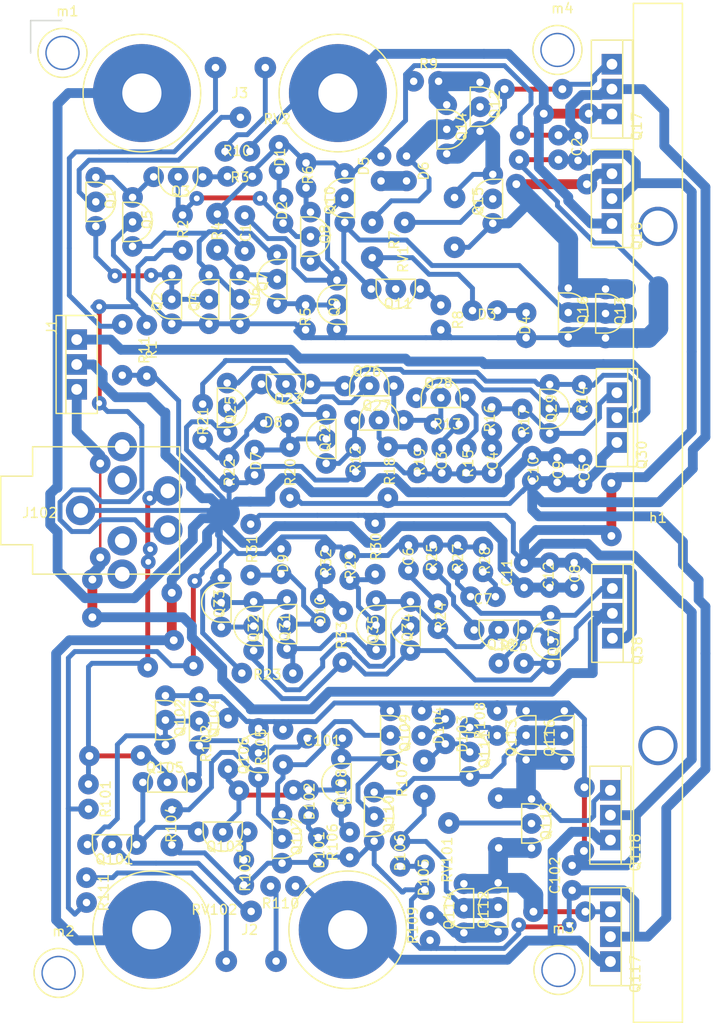
<source format=kicad_pcb>
(kicad_pcb (version 4) (host pcbnew 4.0.7)
  (layers (0 F.Cu signal) (31 B.Cu signal) (34 B.Paste user) (35 F.Paste user) (36 B.SilkS user) (37 F.SilkS user) (38 B.Mask user) (39 F.Mask user) (44 Edge.Cuts user))
  (net 0 "")
  (net 1 "Net-(D1-Pad1)")
  (net 2 "Net-(D2-Pad1)")
  (net 3 "Net-(D3-Pad1)")
  (net 4 "Net-(D3-Pad2)")
  (net 5 GND)
  (net 6 "Net-(J2-Pad1)")
  (net 7 "Net-(J3-Pad1)")
  (net 8 "Net-(Q1-Pad1)")
  (net 9 "Net-(Q1-Pad2)")
  (net 10 "Net-(Q1-Pad3)")
  (net 11 "Net-(Q3-Pad1)")
  (net 12 "Net-(Q6-Pad1)")
  (net 13 "Net-(Q7-Pad1)")
  (net 14 "Net-(Q8-Pad1)")
  (net 15 "Net-(Q10-Pad1)")
  (net 16 "Net-(Q11-Pad1)")
  (net 17 "Net-(Q12-Pad1)")
  (net 18 "Net-(Q12-Pad3)")
  (net 19 "Net-(Q13-Pad1)")
  (net 20 "Net-(Q15-Pad2)")
  (net 21 "Net-(C1-Pad1)")
  (net 22 "Net-(C1-Pad2)")
  (net 23 "Net-(D5-Pad1)")
  (net 24 "Net-(D6-Pad1)")
  (net 25 VCC)
  (net 26 VEE)
  (net 27 "Net-(C3-Pad1)")
  (net 28 "Net-(C4-Pad1)")
  (net 29 "Net-(C6-Pad2)")
  (net 30 "Net-(C7-Pad1)")
  (net 31 "Net-(C7-Pad2)")
  (net 32 "Net-(C101-Pad1)")
  (net 33 "Net-(C101-Pad2)")
  (net 34 "Net-(D7-Pad1)")
  (net 35 "Net-(D8-Pad2)")
  (net 36 "Net-(D10-Pad1)")
  (net 37 "Net-(D10-Pad2)")
  (net 38 "Net-(D101-Pad1)")
  (net 39 "Net-(D102-Pad1)")
  (net 40 "Net-(D103-Pad1)")
  (net 41 "Net-(D103-Pad2)")
  (net 42 "Net-(D105-Pad1)")
  (net 43 "Net-(D106-Pad1)")
  (net 44 "Net-(J1-Pad1)")
  (net 45 "Net-(J1-Pad3)")
  (net 46 "Net-(J102-Pad3)")
  (net 47 "Net-(J102-Pad1)")
  (net 48 "Net-(Q22-Pad1)")
  (net 49 "Net-(Q22-Pad3)")
  (net 50 "Net-(Q23-Pad2)")
  (net 51 "Net-(Q26-Pad3)")
  (net 52 "Net-(Q27-Pad2)")
  (net 53 "Net-(Q28-Pad1)")
  (net 54 "Net-(Q28-Pad3)")
  (net 55 "Net-(Q29-Pad3)")
  (net 56 "Net-(Q31-Pad1)")
  (net 57 "Net-(Q31-Pad3)")
  (net 58 "Net-(Q32-Pad2)")
  (net 59 "Net-(Q34-Pad3)")
  (net 60 "Net-(Q35-Pad2)")
  (net 61 "Net-(Q36-Pad1)")
  (net 62 "Net-(Q36-Pad3)")
  (net 63 "Net-(Q101-Pad1)")
  (net 64 "Net-(Q101-Pad2)")
  (net 65 "Net-(Q101-Pad3)")
  (net 66 "Net-(Q103-Pad1)")
  (net 67 "Net-(Q106-Pad1)")
  (net 68 "Net-(Q107-Pad1)")
  (net 69 "Net-(Q108-Pad1)")
  (net 70 "Net-(Q110-Pad1)")
  (net 71 "Net-(Q111-Pad1)")
  (net 72 "Net-(Q112-Pad1)")
  (net 73 "Net-(Q112-Pad3)")
  (net 74 "Net-(Q113-Pad1)")
  (net 75 "Net-(Q115-Pad2)")
  (net 76 "Net-(R10-Pad2)")
  (net 77 "Net-(R11-Pad1)")
  (net 78 "Net-(R110-Pad2)")
  (net 79 "Net-(R111-Pad1)")
  (module seb_fp:ResistorUp (layer F.Cu) (at 211.4 104.7 270)
    (fp_text reference C6 (at -0.1 0 270) (layer F.SilkS))
    (fp_text value 470n)
    (pad 1 thru_hole circle (at -1.27 0 270) (size 2.1 2.1) (drill 0.762) (layers *.Cu *.Mask) (net 5 GND))
    (pad 2 thru_hole circle (at 1.27 0 270) (size 2.1 2.1) (drill 0.762) (layers *.Cu *.Mask) (net 29 "Net-(C6-Pad2)"))
  )
  (module seb_fp:ResistorUp (layer F.Cu) (at 195.7 95 270)
    (fp_text reference D7 (at -0.15 -0.15 270) (layer F.SilkS))
    (fp_text value D_Zener)
    (pad 1 thru_hole circle (at -1.27 0 270) (size 2.1 2.1) (drill 0.762) (layers *.Cu *.Mask) (net 34 "Net-(D7-Pad1)"))
    (pad 2 thru_hole circle (at 1.27 0 270) (size 2.1 2.1) (drill 0.762) (layers *.Cu *.Mask) (net 5 GND))
  )
  (module seb_fp:ResistorUp (layer F.Cu) (at 197.9 91 180)
    (fp_text reference D8 (at 0.3 0.1 180) (layer F.SilkS))
    (fp_text value D)
    (pad 1 thru_hole circle (at -1.27 0 180) (size 2.1 2.1) (drill 0.762) (layers *.Cu *.Mask) (net 34 "Net-(D7-Pad1)"))
    (pad 2 thru_hole circle (at 1.27 0 180) (size 2.1 2.1) (drill 0.762) (layers *.Cu *.Mask) (net 35 "Net-(D8-Pad2)"))
  )
  (module seb_fp:ResistorUp (layer F.Cu) (at 198.4 105.1 270)
    (fp_text reference D9 (at 0.2 -0.2 270) (layer F.SilkS))
    (fp_text value D_Zener)
    (pad 1 thru_hole circle (at -1.27 0 270) (size 2.1 2.1) (drill 0.762) (layers *.Cu *.Mask) (net 5 GND))
    (pad 2 thru_hole circle (at 1.27 0 270) (size 2.1 2.1) (drill 0.762) (layers *.Cu *.Mask) (net 36 "Net-(D10-Pad1)"))
  )
  (module seb_fp:ResistorUp (layer F.Cu) (at 202.4 110.1 90)
    (fp_text reference D10 (at 0 0 90) (layer F.SilkS))
    (fp_text value D)
    (pad 1 thru_hole circle (at -1.27 0 90) (size 2.1 2.1) (drill 0.762) (layers *.Cu *.Mask) (net 36 "Net-(D10-Pad1)"))
    (pad 2 thru_hole circle (at 1.27 0 90) (size 2.1 2.1) (drill 0.762) (layers *.Cu *.Mask) (net 37 "Net-(D10-Pad2)"))
  )
  (module seb_fp:ResistorUp (layer F.Cu) (at 202.2 134.55 270)
    (fp_text reference D101 (at 0 -0.1 270) (layer F.SilkS))
    (fp_text value D)
    (pad 1 thru_hole circle (at -1.27 0 270) (size 2.1 2.1) (drill 0.762) (layers *.Cu *.Mask) (net 38 "Net-(D101-Pad1)"))
    (pad 2 thru_hole circle (at 1.27 0 270) (size 2.1 2.1) (drill 0.762) (layers *.Cu *.Mask) (net 25 VCC))
  )
  (module seb_fp:ResistorUp (layer F.Cu) (at 201.2 129.7 270)
    (fp_text reference D102 (at -0.1 -0.1 270) (layer F.SilkS))
    (fp_text value D)
    (pad 1 thru_hole circle (at -1.27 0 270) (size 2.1 2.1) (drill 0.762) (layers *.Cu *.Mask) (net 39 "Net-(D102-Pad1)"))
    (pad 2 thru_hole circle (at 1.27 0 270) (size 2.1 2.1) (drill 0.762) (layers *.Cu *.Mask) (net 38 "Net-(D101-Pad1)"))
  )
  (module seb_fp:ResistorUp (layer F.Cu) (at 215.15 122.45 270)
    (fp_text reference D103 (at 0.25 -1.75 270) (layer F.SilkS))
    (fp_text value D)
    (pad 1 thru_hole circle (at -1.27 0 270) (size 2.1 2.1) (drill 0.762) (layers *.Cu *.Mask) (net 40 "Net-(D103-Pad1)"))
    (pad 2 thru_hole circle (at 1.27 0 270) (size 2.1 2.1) (drill 0.762) (layers *.Cu *.Mask) (net 41 "Net-(D103-Pad2)"))
  )
  (module seb_fp:ResistorUp (layer F.Cu) (at 212.75 121.6 270)
    (fp_text reference D104 (at 0.25 -1.75 270) (layer F.SilkS))
    (fp_text value D)
    (pad 1 thru_hole circle (at -1.27 0 270) (size 2.1 2.1) (drill 0.762) (layers *.Cu *.Mask) (net 26 VEE))
    (pad 2 thru_hole circle (at 1.27 0 270) (size 2.1 2.1) (drill 0.762) (layers *.Cu *.Mask) (net 40 "Net-(D103-Pad1)"))
  )
  (module seb_fp:ResistorUp (layer F.Cu) (at 213.05 137.35 270)
    (fp_text reference D105 (at 0 0.1 270) (layer F.SilkS))
    (fp_text value D)
    (pad 1 thru_hole circle (at -1.27 0 270) (size 2.1 2.1) (drill 0.762) (layers *.Cu *.Mask) (net 42 "Net-(D105-Pad1)"))
    (pad 2 thru_hole circle (at 1.27 0 270) (size 2.1 2.1) (drill 0.762) (layers *.Cu *.Mask) (net 25 VCC))
  )
  (module seb_fp:ResistorUp (layer F.Cu) (at 210.55 134.95 270)
    (fp_text reference D106 (at -0.15 0 270) (layer F.SilkS))
    (fp_text value D)
    (pad 1 thru_hole circle (at -1.27 0 270) (size 2.1 2.1) (drill 0.762) (layers *.Cu *.Mask) (net 43 "Net-(D106-Pad1)"))
    (pad 2 thru_hole circle (at 1.27 0 270) (size 2.1 2.1) (drill 0.762) (layers *.Cu *.Mask) (net 42 "Net-(D105-Pad1)"))
  )
  (module seb_fp:audioJack (layer F.Cu) (at 179.3 99.9)
    (fp_text reference J102 (at -5.5 0.25) (layer F.SilkS))
    (fp_text value Conn_01x03)
    (pad "" np_thru_hole circle (at -1.75 5.3) (size 1.5 1.5) (drill 1.5) (layers *.Cu *.Mask))
    (pad "" np_thru_hole circle (at -1.75 -5.3) (size 1.5 1.5) (drill 1.5) (layers *.Cu *.Mask))
    (pad 2 thru_hole circle (at -1.35 0) (size 3 3) (drill 1.5) (layers *.Cu *.Mask) (net 5 GND))
    (pad 3 thru_hole circle (at 7.55 2) (size 3 3) (drill 1.5) (layers *.Cu *.Mask) (net 46 "Net-(J102-Pad3)"))
    (pad 1 thru_hole circle (at 7.55 -2) (size 3 3) (drill 1.5) (layers *.Cu *.Mask) (net 47 "Net-(J102-Pad1)"))
    (pad "" np_thru_hole circle (at 2.9 3.1) (size 3 3) (drill 1.5) (layers *.Cu *.Mask))
    (pad "" np_thru_hole circle (at 2.9 6.5) (size 3 3) (drill 1.5) (layers *.Cu *.Mask))
    (pad "" np_thru_hole circle (at 2.9 -6.5) (size 3 3) (drill 1.5) (layers *.Cu *.Mask))
    (pad "" np_thru_hole circle (at 2.9 -3.1) (size 3 3) (drill 1.5) (layers *.Cu *.Mask))
  )
  (module seb_fp:to-92ss (layer F.Cu) (at 203 92.6 90)
    (fp_text reference Q22 (at 0.1 -0.1 90) (layer F.SilkS))
    (fp_text value 2N3904)
    (pad 1 thru_hole circle (at -2.5 0 90) (size 2.1 2.1) (drill 0.762) (layers *.Cu *.Mask) (net 48 "Net-(Q22-Pad1)"))
    (pad 2 thru_hole circle (at 0 0 90) (size 2.1 2.1) (drill 0.762) (layers *.Cu *.Mask) (net 34 "Net-(D7-Pad1)"))
    (pad 3 thru_hole circle (at 2.5 0 90) (size 2.1 2.1) (drill 0.762) (layers *.Cu *.Mask) (net 49 "Net-(Q22-Pad3)"))
  )
  (module seb_fp:to-92ss (layer F.Cu) (at 198.9 87 180)
    (fp_text reference Q23 (at -0.25 -1.5 180) (layer F.SilkS))
    (fp_text value 2N3906)
    (pad 1 thru_hole circle (at -2.5 0 180) (size 2.1 2.1) (drill 0.762) (layers *.Cu *.Mask) (net 45 "Net-(J1-Pad3)"))
    (pad 2 thru_hole circle (at 0 0 180) (size 2.1 2.1) (drill 0.762) (layers *.Cu *.Mask) (net 50 "Net-(Q23-Pad2)"))
    (pad 3 thru_hole circle (at 2.5 0 180) (size 2.1 2.1) (drill 0.762) (layers *.Cu *.Mask) (net 49 "Net-(Q22-Pad3)"))
  )
  (module seb_fp:to-92ss (layer F.Cu) (at 192.9 89.4 270)
    (fp_text reference Q25 (at 0.25 -0.35 270) (layer F.SilkS))
    (fp_text value 2N3906)
    (pad 1 thru_hole circle (at -2.5 0 270) (size 2.1 2.1) (drill 0.762) (layers *.Cu *.Mask) (net 50 "Net-(Q23-Pad2)"))
    (pad 2 thru_hole circle (at 0 0 270) (size 2.1 2.1) (drill 0.762) (layers *.Cu *.Mask) (net 49 "Net-(Q22-Pad3)"))
    (pad 3 thru_hole circle (at 2.5 0 270) (size 2.1 2.1) (drill 0.762) (layers *.Cu *.Mask) (net 5 GND))
  )
  (module seb_fp:to-92ss (layer F.Cu) (at 207.4 87.2)
    (fp_text reference Q26 (at -0.25 -1.5) (layer F.SilkS))
    (fp_text value 2N3906)
    (pad 1 thru_hole circle (at -2.5 0) (size 2.1 2.1) (drill 0.762) (layers *.Cu *.Mask) (net 45 "Net-(J1-Pad3)"))
    (pad 2 thru_hole circle (at 0 0) (size 2.1 2.1) (drill 0.762) (layers *.Cu *.Mask) (net 50 "Net-(Q23-Pad2)"))
    (pad 3 thru_hole circle (at 2.5 0) (size 2.1 2.1) (drill 0.762) (layers *.Cu *.Mask) (net 51 "Net-(Q26-Pad3)"))
  )
  (module seb_fp:to-92ss (layer F.Cu) (at 208.4 90.7)
    (fp_text reference Q27 (at -0.25 -1.5) (layer F.SilkS))
    (fp_text value 2N3904)
    (pad 1 thru_hole circle (at -2.5 0) (size 2.1 2.1) (drill 0.762) (layers *.Cu *.Mask) (net 48 "Net-(Q22-Pad1)"))
    (pad 2 thru_hole circle (at 0 0) (size 2.1 2.1) (drill 0.762) (layers *.Cu *.Mask) (net 52 "Net-(Q27-Pad2)"))
    (pad 3 thru_hole circle (at 2.5 0) (size 2.1 2.1) (drill 0.762) (layers *.Cu *.Mask) (net 51 "Net-(Q26-Pad3)"))
  )
  (module seb_fp:to-92ss (layer F.Cu) (at 214.7 88.4)
    (fp_text reference Q28 (at -0.25 -1.5) (layer F.SilkS))
    (fp_text value 2N3906)
    (pad 1 thru_hole circle (at -2.5 0) (size 2.1 2.1) (drill 0.762) (layers *.Cu *.Mask) (net 53 "Net-(Q28-Pad1)"))
    (pad 2 thru_hole circle (at 0 0) (size 2.1 2.1) (drill 0.762) (layers *.Cu *.Mask) (net 51 "Net-(Q26-Pad3)"))
    (pad 3 thru_hole circle (at 2.5 0) (size 2.1 2.1) (drill 0.762) (layers *.Cu *.Mask) (net 54 "Net-(Q28-Pad3)"))
  )
  (module seb_fp:to-92ss (layer F.Cu) (at 225.806 89.535 270)
    (fp_text reference Q29 (at -0.035 -0.194 270) (layer F.SilkS))
    (fp_text value 2N3906)
    (pad 1 thru_hole circle (at -2.5 0 270) (size 2.1 2.1) (drill 0.762) (layers *.Cu *.Mask) (net 45 "Net-(J1-Pad3)"))
    (pad 2 thru_hole circle (at 0 0 270) (size 2.1 2.1) (drill 0.762) (layers *.Cu *.Mask) (net 53 "Net-(Q28-Pad1)"))
    (pad 3 thru_hole circle (at 2.5 0 270) (size 2.1 2.1) (drill 0.762) (layers *.Cu *.Mask) (net 55 "Net-(Q29-Pad3)"))
  )
  (module seb_fp:to-92ss (layer F.Cu) (at 199 111.5 90)
    (fp_text reference Q31 (at -0.3 -0.2 90) (layer F.SilkS))
    (fp_text value 2N3906)
    (pad 1 thru_hole circle (at -2.5 0 90) (size 2.1 2.1) (drill 0.762) (layers *.Cu *.Mask) (net 56 "Net-(Q31-Pad1)"))
    (pad 2 thru_hole circle (at 0 0 90) (size 2.1 2.1) (drill 0.762) (layers *.Cu *.Mask) (net 36 "Net-(D10-Pad1)"))
    (pad 3 thru_hole circle (at 2.5 0 90) (size 2.1 2.1) (drill 0.762) (layers *.Cu *.Mask) (net 57 "Net-(Q31-Pad3)"))
  )
  (module seb_fp:to-92ss (layer F.Cu) (at 195.6 111.7 90)
    (fp_text reference Q32 (at -0.2 0 90) (layer F.SilkS))
    (fp_text value 2N3904)
    (pad 1 thru_hole circle (at -2.5 0 90) (size 2.1 2.1) (drill 0.762) (layers *.Cu *.Mask) (net 44 "Net-(J1-Pad1)"))
    (pad 2 thru_hole circle (at 0 0 90) (size 2.1 2.1) (drill 0.762) (layers *.Cu *.Mask) (net 58 "Net-(Q32-Pad2)"))
    (pad 3 thru_hole circle (at 2.5 0 90) (size 2.1 2.1) (drill 0.762) (layers *.Cu *.Mask) (net 57 "Net-(Q31-Pad3)"))
  )
  (module seb_fp:to-92ss (layer F.Cu) (at 192.3 109.3 90)
    (fp_text reference Q33 (at -0.1 -0.2 90) (layer F.SilkS))
    (fp_text value 2N3904)
    (pad 1 thru_hole circle (at -2.5 0 90) (size 2.1 2.1) (drill 0.762) (layers *.Cu *.Mask) (net 58 "Net-(Q32-Pad2)"))
    (pad 2 thru_hole circle (at 0 0 90) (size 2.1 2.1) (drill 0.762) (layers *.Cu *.Mask) (net 57 "Net-(Q31-Pad3)"))
    (pad 3 thru_hole circle (at 2.5 0 90) (size 2.1 2.1) (drill 0.762) (layers *.Cu *.Mask) (net 5 GND))
  )
  (module seb_fp:to-92ss (layer F.Cu) (at 211.6 111.7 90)
    (fp_text reference Q34 (at -0.15 -0.3 90) (layer F.SilkS))
    (fp_text value 2N3904)
    (pad 1 thru_hole circle (at -2.5 0 90) (size 2.1 2.1) (drill 0.762) (layers *.Cu *.Mask) (net 44 "Net-(J1-Pad1)"))
    (pad 2 thru_hole circle (at 0 0 90) (size 2.1 2.1) (drill 0.762) (layers *.Cu *.Mask) (net 58 "Net-(Q32-Pad2)"))
    (pad 3 thru_hole circle (at 2.5 0 90) (size 2.1 2.1) (drill 0.762) (layers *.Cu *.Mask) (net 59 "Net-(Q34-Pad3)"))
  )
  (module seb_fp:to-92ss (layer F.Cu) (at 208.1 111.6 90)
    (fp_text reference Q35 (at -0.45 -0.3 90) (layer F.SilkS))
    (fp_text value 2N3906)
    (pad 1 thru_hole circle (at -2.5 0 90) (size 2.1 2.1) (drill 0.762) (layers *.Cu *.Mask) (net 56 "Net-(Q31-Pad1)"))
    (pad 2 thru_hole circle (at 0 0 90) (size 2.1 2.1) (drill 0.762) (layers *.Cu *.Mask) (net 60 "Net-(Q35-Pad2)"))
    (pad 3 thru_hole circle (at 2.5 0 90) (size 2.1 2.1) (drill 0.762) (layers *.Cu *.Mask) (net 59 "Net-(Q34-Pad3)"))
  )
  (module seb_fp:to-92ss (layer F.Cu) (at 220.6 112.1 180)
    (fp_text reference Q36 (at -0.25 -1.5 180) (layer F.SilkS))
    (fp_text value 2N3904)
    (pad 1 thru_hole circle (at -2.5 0 180) (size 2.1 2.1) (drill 0.762) (layers *.Cu *.Mask) (net 61 "Net-(Q36-Pad1)"))
    (pad 2 thru_hole circle (at 0 0 180) (size 2.1 2.1) (drill 0.762) (layers *.Cu *.Mask) (net 59 "Net-(Q34-Pad3)"))
    (pad 3 thru_hole circle (at 2.5 0 180) (size 2.1 2.1) (drill 0.762) (layers *.Cu *.Mask) (net 62 "Net-(Q36-Pad3)"))
  )
  (module seb_fp:to-92ss (layer F.Cu) (at 225.9 113.1 90)
    (fp_text reference Q37 (at -0.25 0.3 90) (layer F.SilkS))
    (fp_text value 2N3904)
    (pad 1 thru_hole circle (at -2.5 0 90) (size 2.1 2.1) (drill 0.762) (layers *.Cu *.Mask) (net 44 "Net-(J1-Pad1)"))
    (pad 2 thru_hole circle (at 0 0 90) (size 2.1 2.1) (drill 0.762) (layers *.Cu *.Mask) (net 61 "Net-(Q36-Pad1)"))
    (pad 3 thru_hole circle (at 2.5 0 90) (size 2.1 2.1) (drill 0.762) (layers *.Cu *.Mask) (net 31 "Net-(C7-Pad2)"))
  )
  (module seb_fp:to-92ss (layer F.Cu) (at 181.15 134 180)
    (fp_text reference Q101 (at -0.25 -1.5 180) (layer F.SilkS))
    (fp_text value 2N3906)
    (pad 1 thru_hole circle (at -2.5 0 180) (size 2.1 2.1) (drill 0.762) (layers *.Cu *.Mask) (net 63 "Net-(Q101-Pad1)"))
    (pad 2 thru_hole circle (at 0 0 180) (size 2.1 2.1) (drill 0.762) (layers *.Cu *.Mask) (net 64 "Net-(Q101-Pad2)"))
    (pad 3 thru_hole circle (at 2.5 0 180) (size 2.1 2.1) (drill 0.762) (layers *.Cu *.Mask) (net 65 "Net-(Q101-Pad3)"))
  )
  (module seb_fp:to-92ss (layer F.Cu) (at 186.6 121.3 270)
    (fp_text reference Q102 (at -0.25 -1.5 270) (layer F.SilkS))
    (fp_text value 2N3904)
    (pad 1 thru_hole circle (at -2.5 0 270) (size 2.1 2.1) (drill 0.762) (layers *.Cu *.Mask) (net 26 VEE))
    (pad 2 thru_hole circle (at 0 0 270) (size 2.1 2.1) (drill 0.762) (layers *.Cu *.Mask) (net 65 "Net-(Q101-Pad3)"))
    (pad 3 thru_hole circle (at 2.5 0 270) (size 2.1 2.1) (drill 0.762) (layers *.Cu *.Mask) (net 65 "Net-(Q101-Pad3)"))
  )
  (module seb_fp:to-92ss (layer F.Cu) (at 192.45 132.7 180)
    (fp_text reference Q103 (at -0.25 -1.5 180) (layer F.SilkS))
    (fp_text value 2N3906)
    (pad 1 thru_hole circle (at -2.5 0 180) (size 2.1 2.1) (drill 0.762) (layers *.Cu *.Mask) (net 66 "Net-(Q103-Pad1)"))
    (pad 2 thru_hole circle (at 0 0 180) (size 2.1 2.1) (drill 0.762) (layers *.Cu *.Mask) (net 39 "Net-(D102-Pad1)"))
    (pad 3 thru_hole circle (at 2.5 0 180) (size 2.1 2.1) (drill 0.762) (layers *.Cu *.Mask) (net 63 "Net-(Q101-Pad1)"))
  )
  (module seb_fp:to-92ss (layer F.Cu) (at 190.05 121.4 270)
    (fp_text reference Q104 (at -0.25 -1.5 270) (layer F.SilkS))
    (fp_text value 2N3904)
    (pad 1 thru_hole circle (at -2.5 0 270) (size 2.1 2.1) (drill 0.762) (layers *.Cu *.Mask) (net 26 VEE))
    (pad 2 thru_hole circle (at 0 0 270) (size 2.1 2.1) (drill 0.762) (layers *.Cu *.Mask) (net 65 "Net-(Q101-Pad3)"))
    (pad 3 thru_hole circle (at 2.5 0 270) (size 2.1 2.1) (drill 0.762) (layers *.Cu *.Mask) (net 33 "Net-(C101-Pad2)"))
  )
  (module seb_fp:to-92ss (layer F.Cu) (at 186.8 127.65)
    (fp_text reference Q105 (at -0.25 -1.5) (layer F.SilkS))
    (fp_text value 2N3906)
    (pad 1 thru_hole circle (at -2.5 0) (size 2.1 2.1) (drill 0.762) (layers *.Cu *.Mask) (net 63 "Net-(Q101-Pad1)"))
    (pad 2 thru_hole circle (at 0 0) (size 2.1 2.1) (drill 0.762) (layers *.Cu *.Mask) (net 47 "Net-(J102-Pad1)"))
    (pad 3 thru_hole circle (at 2.5 0) (size 2.1 2.1) (drill 0.762) (layers *.Cu *.Mask) (net 33 "Net-(C101-Pad2)"))
  )
  (module seb_fp:to-92ss (layer F.Cu) (at 196.1 124.65 90)
    (fp_text reference Q106 (at -0.25 -1.5 90) (layer F.SilkS))
    (fp_text value 2N3906)
    (pad 1 thru_hole circle (at -2.5 0 90) (size 2.1 2.1) (drill 0.762) (layers *.Cu *.Mask) (net 67 "Net-(Q106-Pad1)"))
    (pad 2 thru_hole circle (at 0 0 90) (size 2.1 2.1) (drill 0.762) (layers *.Cu *.Mask) (net 33 "Net-(C101-Pad2)"))
    (pad 3 thru_hole circle (at 2.5 0 90) (size 2.1 2.1) (drill 0.762) (layers *.Cu *.Mask) (net 26 VEE))
  )
  (module seb_fp:to-92ss (layer F.Cu) (at 198.5 133.4 270)
    (fp_text reference Q107 (at -0.25 -1.5 270) (layer F.SilkS))
    (fp_text value 2N3904)
    (pad 1 thru_hole circle (at -2.5 0 270) (size 2.1 2.1) (drill 0.762) (layers *.Cu *.Mask) (net 68 "Net-(Q107-Pad1)"))
    (pad 2 thru_hole circle (at 0 0 270) (size 2.1 2.1) (drill 0.762) (layers *.Cu *.Mask) (net 67 "Net-(Q106-Pad1)"))
    (pad 3 thru_hole circle (at 2.5 0 270) (size 2.1 2.1) (drill 0.762) (layers *.Cu *.Mask) (net 25 VCC))
  )
  (module seb_fp:to-92ss (layer F.Cu) (at 204.55 127.75 90)
    (fp_text reference Q108 (at -0.45 0 90) (layer F.SilkS))
    (fp_text value 2N3906)
    (pad 1 thru_hole circle (at -2.5 0 90) (size 2.1 2.1) (drill 0.762) (layers *.Cu *.Mask) (net 69 "Net-(Q108-Pad1)"))
    (pad 2 thru_hole circle (at 0 0 90) (size 2.1 2.1) (drill 0.762) (layers *.Cu *.Mask) (net 39 "Net-(D102-Pad1)"))
    (pad 3 thru_hole circle (at 2.5 0 90) (size 2.1 2.1) (drill 0.762) (layers *.Cu *.Mask) (net 32 "Net-(C101-Pad1)"))
  )
  (module seb_fp:to-92ss (layer F.Cu) (at 209.55 122.85 270)
    (fp_text reference Q109 (at -0.25 -1.5 270) (layer F.SilkS))
    (fp_text value 2N3904)
    (pad 1 thru_hole circle (at -2.5 0 270) (size 2.1 2.1) (drill 0.762) (layers *.Cu *.Mask) (net 26 VEE))
    (pad 2 thru_hole circle (at 0 0 270) (size 2.1 2.1) (drill 0.762) (layers *.Cu *.Mask) (net 68 "Net-(Q107-Pad1)"))
    (pad 3 thru_hole circle (at 2.5 0 270) (size 2.1 2.1) (drill 0.762) (layers *.Cu *.Mask) (net 32 "Net-(C101-Pad1)"))
  )
  (module seb_fp:to-92ss (layer F.Cu) (at 207.9 131.15 270)
    (fp_text reference Q110 (at -0.25 -1.5 270) (layer F.SilkS))
    (fp_text value 2N3904)
    (pad 1 thru_hole circle (at -2.5 0 270) (size 2.1 2.1) (drill 0.762) (layers *.Cu *.Mask) (net 70 "Net-(Q110-Pad1)"))
    (pad 2 thru_hole circle (at 0 0 270) (size 2.1 2.1) (drill 0.762) (layers *.Cu *.Mask) (net 32 "Net-(C101-Pad1)"))
    (pad 3 thru_hole circle (at 2.5 0 270) (size 2.1 2.1) (drill 0.762) (layers *.Cu *.Mask) (net 25 VCC))
  )
  (module seb_fp:to-92ss (layer F.Cu) (at 217.65 124.55 270)
    (fp_text reference Q111 (at -0.25 -1.5 270) (layer F.SilkS))
    (fp_text value 2N3904)
    (pad 1 thru_hole circle (at -2.5 0 270) (size 2.1 2.1) (drill 0.762) (layers *.Cu *.Mask) (net 71 "Net-(Q111-Pad1)"))
    (pad 2 thru_hole circle (at 0 0 270) (size 2.1 2.1) (drill 0.762) (layers *.Cu *.Mask) (net 41 "Net-(D103-Pad2)"))
    (pad 3 thru_hole circle (at 2.5 0 270) (size 2.1 2.1) (drill 0.762) (layers *.Cu *.Mask) (net 70 "Net-(Q110-Pad1)"))
  )
  (module seb_fp:to-92ss (layer F.Cu) (at 220.55 140.4 90)
    (fp_text reference Q112 (at -0.25 -1.5 90) (layer F.SilkS))
    (fp_text value 2N3906)
    (pad 1 thru_hole circle (at -2.5 0 90) (size 2.1 2.1) (drill 0.762) (layers *.Cu *.Mask) (net 72 "Net-(Q112-Pad1)"))
    (pad 2 thru_hole circle (at 0 0 90) (size 2.1 2.1) (drill 0.762) (layers *.Cu *.Mask) (net 43 "Net-(D106-Pad1)"))
    (pad 3 thru_hole circle (at 2.5 0 90) (size 2.1 2.1) (drill 0.762) (layers *.Cu *.Mask) (net 73 "Net-(Q112-Pad3)"))
  )
  (module seb_fp:to-92ss (layer F.Cu) (at 223.4 122.85 90)
    (fp_text reference Q113 (at -0.25 -1.5 90) (layer F.SilkS))
    (fp_text value 2N3906)
    (pad 1 thru_hole circle (at -2.5 0 90) (size 2.1 2.1) (drill 0.762) (layers *.Cu *.Mask) (net 74 "Net-(Q113-Pad1)"))
    (pad 2 thru_hole circle (at 0 0 90) (size 2.1 2.1) (drill 0.762) (layers *.Cu *.Mask) (net 70 "Net-(Q110-Pad1)"))
    (pad 3 thru_hole circle (at 2.5 0 90) (size 2.1 2.1) (drill 0.762) (layers *.Cu *.Mask) (net 26 VEE))
  )
  (module seb_fp:to-92ss (layer F.Cu) (at 217.05 140.5 90)
    (fp_text reference Q114 (at -0.25 -1.5 90) (layer F.SilkS))
    (fp_text value 2N3906)
    (pad 1 thru_hole circle (at -2.5 0 90) (size 2.1 2.1) (drill 0.762) (layers *.Cu *.Mask) (net 72 "Net-(Q112-Pad1)"))
    (pad 2 thru_hole circle (at 0 0 90) (size 2.1 2.1) (drill 0.762) (layers *.Cu *.Mask) (net 43 "Net-(D106-Pad1)"))
    (pad 3 thru_hole circle (at 2.5 0 90) (size 2.1 2.1) (drill 0.762) (layers *.Cu *.Mask) (net 73 "Net-(Q112-Pad3)"))
  )
  (module seb_fp:to-92ss (layer F.Cu) (at 223.95 131.85 270)
    (fp_text reference Q115 (at -0.25 -1.5 270) (layer F.SilkS))
    (fp_text value 2N3904)
    (pad 1 thru_hole circle (at -2.5 0 270) (size 2.1 2.1) (drill 0.762) (layers *.Cu *.Mask) (net 74 "Net-(Q113-Pad1)"))
    (pad 2 thru_hole circle (at 0 0 270) (size 2.1 2.1) (drill 0.762) (layers *.Cu *.Mask) (net 75 "Net-(Q115-Pad2)"))
    (pad 3 thru_hole circle (at 2.5 0 270) (size 2.1 2.1) (drill 0.762) (layers *.Cu *.Mask) (net 73 "Net-(Q112-Pad3)"))
  )
  (module seb_fp:to-92ss (layer F.Cu) (at 227.3 122.85 90)
    (fp_text reference Q116 (at -0.25 -1.5 90) (layer F.SilkS))
    (fp_text value 2N3906)
    (pad 1 thru_hole circle (at -2.5 0 90) (size 2.1 2.1) (drill 0.762) (layers *.Cu *.Mask) (net 74 "Net-(Q113-Pad1)"))
    (pad 2 thru_hole circle (at 0 0 90) (size 2.1 2.1) (drill 0.762) (layers *.Cu *.Mask) (net 70 "Net-(Q110-Pad1)"))
    (pad 3 thru_hole circle (at 2.5 0 90) (size 2.1 2.1) (drill 0.762) (layers *.Cu *.Mask) (net 26 VEE))
  )
  (module seb_fp:to-220sq (layer F.Cu) (at 232 143.4 270)
    (fp_text reference Q117 (at 3.81 -2.54 270) (layer F.SilkS))
    (fp_text value TIP41)
    (pad 1 thru_hole rect (at -2.54 0 270) (size 2.1 2.1) (drill 1.1) (layers *.Cu *.Mask) (net 73 "Net-(Q112-Pad3)"))
    (pad 2 thru_hole rect (at 0 0 270) (size 2.1 2.1) (drill 1.1) (layers *.Cu *.Mask) (net 25 VCC))
    (pad 3 thru_hole rect (at 2.54 0 270) (size 2.1 2.1) (drill 1.1) (layers *.Cu *.Mask) (net 6 "Net-(J2-Pad1)"))
  )
  (module seb_fp:to-220sq (layer F.Cu) (at 232 131 270)
    (fp_text reference Q118 (at 3.81 -2.54 270) (layer F.SilkS))
    (fp_text value TIP42)
    (pad 1 thru_hole rect (at -2.54 0 270) (size 2.1 2.1) (drill 1.1) (layers *.Cu *.Mask) (net 74 "Net-(Q113-Pad1)"))
    (pad 2 thru_hole rect (at 0 0 270) (size 2.1 2.1) (drill 1.1) (layers *.Cu *.Mask) (net 26 VEE))
    (pad 3 thru_hole rect (at 2.54 0 270) (size 2.1 2.1) (drill 1.1) (layers *.Cu *.Mask) (net 6 "Net-(J2-Pad1)"))
  )
  (module seb_fp:ResistorUp (layer F.Cu) (at 206 94.7 270)
    (fp_text reference R12 (at 0 0 270) (layer F.SilkS))
    (fp_text value 22k)
    (pad 1 thru_hole circle (at -1.27 0 270) (size 2.1 2.1) (drill 0.762) (layers *.Cu *.Mask) (net 48 "Net-(Q22-Pad1)"))
    (pad 2 thru_hole circle (at 1.27 0 270) (size 2.1 2.1) (drill 0.762) (layers *.Cu *.Mask) (net 5 GND))
  )
  (module seb_fp:ResistorUp (layer F.Cu) (at 215.3 91.1)
    (fp_text reference R13 (at 0.054 -0.005) (layer F.SilkS))
    (fp_text value 1k5)
    (pad 1 thru_hole circle (at -1.27 0) (size 2.1 2.1) (drill 0.762) (layers *.Cu *.Mask) (net 51 "Net-(Q26-Pad3)"))
    (pad 2 thru_hole circle (at 1.27 0) (size 2.1 2.1) (drill 0.762) (layers *.Cu *.Mask) (net 27 "Net-(C3-Pad1)"))
  )
  (module seb_fp:ResistorUp (layer F.Cu) (at 229.108 88.392 270)
    (fp_text reference R14 (at 0.208 -0.042 270) (layer F.SilkS))
    (fp_text value 1k)
    (pad 1 thru_hole circle (at -1.27 0 270) (size 2.1 2.1) (drill 0.762) (layers *.Cu *.Mask) (net 45 "Net-(J1-Pad3)"))
    (pad 2 thru_hole circle (at 1.27 0 270) (size 2.1 2.1) (drill 0.762) (layers *.Cu *.Mask) (net 53 "Net-(Q28-Pad1)"))
  )
  (module seb_fp:ResistorUp (layer F.Cu) (at 217.3 94.8 270)
    (fp_text reference R15 (at 0.3 -0.2 270) (layer F.SilkS))
    (fp_text value 4k7)
    (pad 1 thru_hole circle (at -1.27 0 270) (size 2.1 2.1) (drill 0.762) (layers *.Cu *.Mask) (net 54 "Net-(Q28-Pad3)"))
    (pad 2 thru_hole circle (at 1.27 0 270) (size 2.1 2.1) (drill 0.762) (layers *.Cu *.Mask) (net 5 GND))
  )
  (module seb_fp:ResistorUp (layer F.Cu) (at 219.9 90.6 270)
    (fp_text reference R16 (at -0.1 0.2 270) (layer F.SilkS))
    (fp_text value 100R)
    (pad 1 thru_hole circle (at -1.27 0 270) (size 2.1 2.1) (drill 0.762) (layers *.Cu *.Mask) (net 55 "Net-(Q29-Pad3)"))
    (pad 2 thru_hole circle (at 1.27 0 270) (size 2.1 2.1) (drill 0.762) (layers *.Cu *.Mask) (net 28 "Net-(C4-Pad1)"))
  )
  (module seb_fp:ResistorUp (layer F.Cu) (at 223 90.8 270)
    (fp_text reference R17 (at 0 -0.2 270) (layer F.SilkS))
    (fp_text value 1k)
    (pad 1 thru_hole circle (at -1.27 0 270) (size 2.1 2.1) (drill 0.762) (layers *.Cu *.Mask) (net 55 "Net-(Q29-Pad3)"))
    (pad 2 thru_hole circle (at 1.27 0 270) (size 2.1 2.1) (drill 0.762) (layers *.Cu *.Mask) (net 5 GND))
  )
  (module seb_fp:ResistorUp (layer F.Cu) (at 193.1 95.8 270)
    (fp_text reference R22 (at 0.2 -0.05 270) (layer F.SilkS))
    (fp_text value 1k8)
    (pad 1 thru_hole circle (at -1.27 0 270) (size 2.1 2.1) (drill 0.762) (layers *.Cu *.Mask) (net 35 "Net-(D8-Pad2)"))
    (pad 2 thru_hole circle (at 1.27 0 270) (size 2.1 2.1) (drill 0.762) (layers *.Cu *.Mask) (net 5 GND))
  )
  (module seb_fp:ResistorUp (layer F.Cu) (at 214.4 110.7 270)
    (fp_text reference R24 (at 0 -0.3 270) (layer F.SilkS))
    (fp_text value 1k5)
    (pad 1 thru_hole circle (at -1.27 0 270) (size 2.1 2.1) (drill 0.762) (layers *.Cu *.Mask) (net 29 "Net-(C6-Pad2)"))
    (pad 2 thru_hole circle (at 1.27 0 270) (size 2.1 2.1) (drill 0.762) (layers *.Cu *.Mask) (net 59 "Net-(Q34-Pad3)"))
  )
  (module seb_fp:ResistorUp (layer F.Cu) (at 213.9 104.7 270)
    (fp_text reference R25 (at 0 0.1 270) (layer F.SilkS))
    (fp_text value 4k7)
    (pad 1 thru_hole circle (at -1.27 0 270) (size 2.1 2.1) (drill 0.762) (layers *.Cu *.Mask) (net 5 GND))
    (pad 2 thru_hole circle (at 1.27 0 270) (size 2.1 2.1) (drill 0.762) (layers *.Cu *.Mask) (net 62 "Net-(Q36-Pad3)"))
  )
  (module seb_fp:ResistorUp (layer F.Cu) (at 221.9 115.5)
    (fp_text reference R26 (at 0.25 -1.75) (layer F.SilkS))
    (fp_text value 1k)
    (pad 1 thru_hole circle (at -1.27 0) (size 2.1 2.1) (drill 0.762) (layers *.Cu *.Mask) (net 61 "Net-(Q36-Pad1)"))
    (pad 2 thru_hole circle (at 1.27 0) (size 2.1 2.1) (drill 0.762) (layers *.Cu *.Mask) (net 44 "Net-(J1-Pad1)"))
  )
  (module seb_fp:ResistorUp (layer F.Cu) (at 216.4 104.7 270)
    (fp_text reference R27 (at 0.05 -0.05 270) (layer F.SilkS))
    (fp_text value 1k)
    (pad 1 thru_hole circle (at -1.27 0 270) (size 2.1 2.1) (drill 0.762) (layers *.Cu *.Mask) (net 5 GND))
    (pad 2 thru_hole circle (at 1.27 0 270) (size 2.1 2.1) (drill 0.762) (layers *.Cu *.Mask) (net 31 "Net-(C7-Pad2)"))
  )
  (module seb_fp:ResistorUp (layer F.Cu) (at 219 104.9 270)
    (fp_text reference R28 (at 0.1 -0.2 270) (layer F.SilkS))
    (fp_text value 100R)
    (pad 1 thru_hole circle (at -1.27 0 270) (size 2.1 2.1) (drill 0.762) (layers *.Cu *.Mask) (net 5 GND))
    (pad 2 thru_hole circle (at 1.27 0 270) (size 2.1 2.1) (drill 0.762) (layers *.Cu *.Mask) (net 30 "Net-(C7-Pad1)"))
  )
  (module seb_fp:ResistorUp (layer F.Cu) (at 205.4 105.7 270)
    (fp_text reference R29 (at -0.2 -0.1 270) (layer F.SilkS))
    (fp_text value 5k1)
    (pad 1 thru_hole circle (at -1.27 0 270) (size 2.1 2.1) (drill 0.762) (layers *.Cu *.Mask) (net 5 GND))
    (pad 2 thru_hole circle (at 1.27 0 270) (size 2.1 2.1) (drill 0.762) (layers *.Cu *.Mask) (net 60 "Net-(Q35-Pad2)"))
  )
  (module seb_fp:ResistorUp (layer F.Cu) (at 202.9 105.1 270)
    (fp_text reference R32 (at 0.1 -0.1 270) (layer F.SilkS))
    (fp_text value 1k8)
    (pad 1 thru_hole circle (at -1.27 0 270) (size 2.1 2.1) (drill 0.762) (layers *.Cu *.Mask) (net 5 GND))
    (pad 2 thru_hole circle (at 1.27 0 270) (size 2.1 2.1) (drill 0.762) (layers *.Cu *.Mask) (net 37 "Net-(D10-Pad2)"))
  )
  (module seb_fp:ResistorUp (layer F.Cu) (at 178.75 129.1 270)
    (fp_text reference R101 (at 0.25 -1.75 270) (layer F.SilkS))
    (fp_text value 1k)
    (pad 1 thru_hole circle (at -1.27 0 270) (size 2.1 2.1) (drill 0.762) (layers *.Cu *.Mask) (net 47 "Net-(J102-Pad1)"))
    (pad 2 thru_hole circle (at 1.27 0 270) (size 2.1 2.1) (drill 0.762) (layers *.Cu *.Mask) (net 5 GND))
  )
  (module seb_fp:ResistorUp (layer F.Cu) (at 194.6 136.85 90)
    (fp_text reference R103 (at -0.05 0.15 90) (layer F.SilkS))
    (fp_text value 5k6)
    (pad 1 thru_hole circle (at -1.27 0 90) (size 2.1 2.1) (drill 0.762) (layers *.Cu *.Mask) (net 25 VCC))
    (pad 2 thru_hole circle (at 1.27 0 90) (size 2.1 2.1) (drill 0.762) (layers *.Cu *.Mask) (net 66 "Net-(Q103-Pad1)"))
  )
  (module seb_fp:ResistorJumpTrack (layer F.Cu) (at 187.25 132.25 90)
    (fp_text reference R104 (at 0.35 -0.05 90) (layer F.SilkS))
    (fp_text value R)
    (pad 1 thru_hole circle (at -1.8 0 90) (size 2.3 2.3) (drill 0.762) (layers *.Cu *.Mask) (net 25 VCC))
    (pad 2 thru_hole circle (at 1.8 0 90) (size 2.3 2.3) (drill 0.762) (layers *.Cu *.Mask) (net 67 "Net-(Q106-Pad1)"))
  )
  (module seb_fp:ResistorUp (layer F.Cu) (at 205.4 134 90)
    (fp_text reference R106 (at 0.25 -1.75 90) (layer F.SilkS))
    (fp_text value 560R)
    (pad 1 thru_hole circle (at -1.27 0 90) (size 2.1 2.1) (drill 0.762) (layers *.Cu *.Mask) (net 25 VCC))
    (pad 2 thru_hole circle (at 1.27 0 90) (size 2.1 2.1) (drill 0.762) (layers *.Cu *.Mask) (net 69 "Net-(Q108-Pad1)"))
  )
  (module seb_fp:ResistorJumpTrack (layer F.Cu) (at 213 127.25 90)
    (fp_text reference R107 (at 0 -2.25 90) (layer F.SilkS))
    (fp_text value 2k2)
    (pad 1 thru_hole circle (at -1.8 0 90) (size 2.3 2.3) (drill 0.762) (layers *.Cu *.Mask) (net 43 "Net-(D106-Pad1)"))
    (pad 2 thru_hole circle (at 1.8 0 90) (size 2.3 2.3) (drill 0.762) (layers *.Cu *.Mask) (net 41 "Net-(D103-Pad2)"))
  )
  (module seb_fp:ResistorUp (layer F.Cu) (at 220.45 121.6 90)
    (fp_text reference R108 (at 0.25 -1.75 90) (layer F.SilkS))
    (fp_text value 560R)
    (pad 1 thru_hole circle (at -1.27 0 90) (size 2.1 2.1) (drill 0.762) (layers *.Cu *.Mask) (net 71 "Net-(Q111-Pad1)"))
    (pad 2 thru_hole circle (at 1.27 0 90) (size 2.1 2.1) (drill 0.762) (layers *.Cu *.Mask) (net 26 VEE))
  )
  (module seb_fp:ResistorUp (layer F.Cu) (at 213.6 142.5 90)
    (fp_text reference R109 (at 0.25 -1.75 90) (layer F.SilkS))
    (fp_text value 22R)
    (pad 1 thru_hole circle (at -1.27 0 90) (size 2.1 2.1) (drill 0.762) (layers *.Cu *.Mask) (net 25 VCC))
    (pad 2 thru_hole circle (at 1.27 0 90) (size 2.1 2.1) (drill 0.762) (layers *.Cu *.Mask) (net 72 "Net-(Q112-Pad1)"))
  )
  (module seb_fp:ResistorUp (layer F.Cu) (at 198.6 138.25 180)
    (fp_text reference R110 (at 0.25 -1.75 180) (layer F.SilkS))
    (fp_text value 330R)
    (pad 1 thru_hole circle (at -1.27 0 180) (size 2.1 2.1) (drill 0.762) (layers *.Cu *.Mask) (net 6 "Net-(J2-Pad1)"))
    (pad 2 thru_hole circle (at 1.27 0 180) (size 2.1 2.1) (drill 0.762) (layers *.Cu *.Mask) (net 78 "Net-(R110-Pad2)"))
  )
  (module seb_fp:ResistorUp (layer F.Cu) (at 178.55 138.65 270)
    (fp_text reference R111 (at 0.25 -1.75 270) (layer F.SilkS))
    (fp_text value 33R)
    (pad 1 thru_hole circle (at -1.27 0 270) (size 2.1 2.1) (drill 0.762) (layers *.Cu *.Mask) (net 79 "Net-(R111-Pad1)"))
    (pad 2 thru_hole circle (at 1.27 0 270) (size 2.1 2.1) (drill 0.762) (layers *.Cu *.Mask) (net 5 GND))
  )
  (module seb_fp:bluePot (layer F.Cu) (at 220.6 131.8 270)
    (fp_text reference RV101 (at 3.75 5.25 270) (layer F.SilkS))
    (fp_text value POT)
    (pad 1 thru_hole circle (at -2.54 0 270) (size 2.2 2.2) (drill 0.762) (layers *.Cu *.Mask) (net 74 "Net-(Q113-Pad1)"))
    (pad 3 thru_hole circle (at 2.54 0 270) (size 2.2 2.2) (drill 0.762) (layers *.Cu *.Mask) (net 73 "Net-(Q112-Pad3)"))
    (pad 2 thru_hole circle (at 0 5.08 270) (size 2.2 2.2) (drill 0.762) (layers *.Cu *.Mask) (net 75 "Net-(Q115-Pad2)"))
  )
  (module seb_fp:bluePot (layer F.Cu) (at 195.35 145.9 180)
    (fp_text reference RV102 (at 3.75 5.25 180) (layer F.SilkS))
    (fp_text value 100R)
    (pad 1 thru_hole circle (at -2.54 0 180) (size 2.2 2.2) (drill 0.762) (layers *.Cu *.Mask) (net 78 "Net-(R110-Pad2)"))
    (pad 3 thru_hole circle (at 2.54 0 180) (size 2.2 2.2) (drill 0.762) (layers *.Cu *.Mask) (net 79 "Net-(R111-Pad1)"))
    (pad 2 thru_hole circle (at 0 5.08 180) (size 2.2 2.2) (drill 0.762) (layers *.Cu *.Mask) (net 64 "Net-(Q101-Pad2)"))
  )
  (module seb_fp:ResistorUp (layer F.Cu) (at 198.2 63.9 90)
    (fp_text reference D1 (at 0.05 0.1 90) (layer F.SilkS))
    (fp_text value D)
    (pad 1 thru_hole circle (at -1.27 0 90) (size 2.1 2.1) (drill 0.762) (layers *.Cu *.Mask) (net 1 "Net-(D1-Pad1)"))
    (pad 2 thru_hole circle (at 1.27 0 90) (size 2.1 2.1) (drill 0.762) (layers *.Cu *.Mask) (net 25 VCC))
  )
  (module seb_fp:ResistorUp (layer F.Cu) (at 198.6 69.3 90)
    (fp_text reference D2 (at 0 -0.1 90) (layer F.SilkS))
    (fp_text value D)
    (pad 1 thru_hole circle (at -1.27 0 90) (size 2.1 2.1) (drill 0.762) (layers *.Cu *.Mask) (net 2 "Net-(D2-Pad1)"))
    (pad 2 thru_hole circle (at 1.27 0 90) (size 2.1 2.1) (drill 0.762) (layers *.Cu *.Mask) (net 1 "Net-(D1-Pad1)"))
  )
  (module seb_fp:ResistorUp (layer F.Cu) (at 219.2 79.5 180)
    (fp_text reference D3 (at -0.2 -0.4 180) (layer F.SilkS))
    (fp_text value D)
    (pad 1 thru_hole circle (at -1.27 0 180) (size 2.1 2.1) (drill 0.762) (layers *.Cu *.Mask) (net 3 "Net-(D3-Pad1)"))
    (pad 2 thru_hole circle (at 1.27 0 180) (size 2.1 2.1) (drill 0.762) (layers *.Cu *.Mask) (net 4 "Net-(D3-Pad2)"))
  )
  (module seb_fp:ResistorUp (layer F.Cu) (at 223.4 81 90)
    (fp_text reference D4 (at 0 -0.1 90) (layer F.SilkS))
    (fp_text value D)
    (pad 1 thru_hole circle (at -1.27 0 90) (size 2.1 2.1) (drill 0.762) (layers *.Cu *.Mask) (net 26 VEE))
    (pad 2 thru_hole circle (at 1.27 0 90) (size 2.1 2.1) (drill 0.762) (layers *.Cu *.Mask) (net 3 "Net-(D3-Pad1)"))
  )
  (module seb_fp:ResistorUp (layer F.Cu) (at 208.6 65 90)
    (fp_text reference D5 (at 0.25 -1.75 90) (layer F.SilkS))
    (fp_text value D)
    (pad 1 thru_hole circle (at -1.27 0 90) (size 2.1 2.1) (drill 0.762) (layers *.Cu *.Mask) (net 23 "Net-(D5-Pad1)"))
    (pad 2 thru_hole circle (at 1.27 0 90) (size 2.1 2.1) (drill 0.762) (layers *.Cu *.Mask) (net 25 VCC))
  )
  (module seb_fp:ResistorUp (layer F.Cu) (at 211.2 65 270)
    (fp_text reference D6 (at 0.25 -1.75 270) (layer F.SilkS))
    (fp_text value D)
    (pad 1 thru_hole circle (at -1.27 0 270) (size 2.1 2.1) (drill 0.762) (layers *.Cu *.Mask) (net 24 "Net-(D6-Pad1)"))
    (pad 2 thru_hole circle (at 1.27 0 270) (size 2.1 2.1) (drill 0.762) (layers *.Cu *.Mask) (net 23 "Net-(D5-Pad1)"))
  )
  (module seb_fp:to-220sq (layer F.Cu) (at 177.55 85 90)
    (fp_text reference J1 (at 3.81 -2.54 90) (layer F.SilkS))
    (fp_text value Conn_01x03)
    (pad 1 thru_hole rect (at -2.54 0 90) (size 2.1 2.1) (drill 1.1) (layers *.Cu *.Mask) (net 44 "Net-(J1-Pad1)"))
    (pad 2 thru_hole rect (at 0 0 90) (size 2.1 2.1) (drill 1.1) (layers *.Cu *.Mask) (net 5 GND))
    (pad 3 thru_hole rect (at 2.54 0 90) (size 2.1 2.1) (drill 1.1) (layers *.Cu *.Mask) (net 45 "Net-(J1-Pad3)"))
  )
  (module seb_fp:to-92ss (layer F.Cu) (at 179.5 68.4 270)
    (fp_text reference Q1 (at -0.25 -1.5 270) (layer F.SilkS))
    (fp_text value 2N3906)
    (pad 1 thru_hole circle (at -2.5 0 270) (size 2.1 2.1) (drill 0.762) (layers *.Cu *.Mask) (net 8 "Net-(Q1-Pad1)"))
    (pad 2 thru_hole circle (at 0 0 270) (size 2.1 2.1) (drill 0.762) (layers *.Cu *.Mask) (net 9 "Net-(Q1-Pad2)"))
    (pad 3 thru_hole circle (at 2.5 0 270) (size 2.1 2.1) (drill 0.762) (layers *.Cu *.Mask) (net 10 "Net-(Q1-Pad3)"))
  )
  (module seb_fp:to-92ss (layer F.Cu) (at 187.25 78.35 90)
    (fp_text reference Q2 (at -0.25 -1.5 90) (layer F.SilkS))
    (fp_text value 2N3904)
    (pad 1 thru_hole circle (at -2.5 0 90) (size 2.1 2.1) (drill 0.762) (layers *.Cu *.Mask) (net 26 VEE))
    (pad 2 thru_hole circle (at 0 0 90) (size 2.1 2.1) (drill 0.762) (layers *.Cu *.Mask) (net 10 "Net-(Q1-Pad3)"))
    (pad 3 thru_hole circle (at 2.5 0 90) (size 2.1 2.1) (drill 0.762) (layers *.Cu *.Mask) (net 10 "Net-(Q1-Pad3)"))
  )
  (module seb_fp:to-92ss (layer F.Cu) (at 187.9 65.85 180)
    (fp_text reference Q3 (at -0.25 -1.5 180) (layer F.SilkS))
    (fp_text value 2N3906)
    (pad 1 thru_hole circle (at -2.5 0 180) (size 2.1 2.1) (drill 0.762) (layers *.Cu *.Mask) (net 11 "Net-(Q3-Pad1)"))
    (pad 2 thru_hole circle (at 0 0 180) (size 2.1 2.1) (drill 0.762) (layers *.Cu *.Mask) (net 2 "Net-(D2-Pad1)"))
    (pad 3 thru_hole circle (at 2.5 0 180) (size 2.1 2.1) (drill 0.762) (layers *.Cu *.Mask) (net 8 "Net-(Q1-Pad1)"))
  )
  (module seb_fp:to-92ss (layer F.Cu) (at 191.05 78.35 90)
    (fp_text reference Q4 (at -0.25 -1.5 90) (layer F.SilkS))
    (fp_text value 2N3904)
    (pad 1 thru_hole circle (at -2.5 0 90) (size 2.1 2.1) (drill 0.762) (layers *.Cu *.Mask) (net 26 VEE))
    (pad 2 thru_hole circle (at 0 0 90) (size 2.1 2.1) (drill 0.762) (layers *.Cu *.Mask) (net 10 "Net-(Q1-Pad3)"))
    (pad 3 thru_hole circle (at 2.5 0 90) (size 2.1 2.1) (drill 0.762) (layers *.Cu *.Mask) (net 22 "Net-(C1-Pad2)"))
  )
  (module seb_fp:to-92ss (layer F.Cu) (at 183.25 70.45 270)
    (fp_text reference Q5 (at -0.25 -1.5 270) (layer F.SilkS))
    (fp_text value 2N3906)
    (pad 1 thru_hole circle (at -2.5 0 270) (size 2.1 2.1) (drill 0.762) (layers *.Cu *.Mask) (net 8 "Net-(Q1-Pad1)"))
    (pad 2 thru_hole circle (at 0 0 270) (size 2.1 2.1) (drill 0.762) (layers *.Cu *.Mask) (net 46 "Net-(J102-Pad3)"))
    (pad 3 thru_hole circle (at 2.5 0 270) (size 2.1 2.1) (drill 0.762) (layers *.Cu *.Mask) (net 22 "Net-(C1-Pad2)"))
  )
  (module seb_fp:to-92ss (layer F.Cu) (at 194.2 78.35 270)
    (fp_text reference Q6 (at -0.25 -1.5 270) (layer F.SilkS))
    (fp_text value 2N3906)
    (pad 1 thru_hole circle (at -2.5 0 270) (size 2.1 2.1) (drill 0.762) (layers *.Cu *.Mask) (net 12 "Net-(Q6-Pad1)"))
    (pad 2 thru_hole circle (at 0 0 270) (size 2.1 2.1) (drill 0.762) (layers *.Cu *.Mask) (net 22 "Net-(C1-Pad2)"))
    (pad 3 thru_hole circle (at 2.5 0 270) (size 2.1 2.1) (drill 0.762) (layers *.Cu *.Mask) (net 26 VEE))
  )
  (module seb_fp:to-92ss (layer F.Cu) (at 198 76.3 90)
    (fp_text reference Q7 (at -0.25 -1.5 90) (layer F.SilkS))
    (fp_text value 2N3904)
    (pad 1 thru_hole circle (at -2.5 0 90) (size 2.1 2.1) (drill 0.762) (layers *.Cu *.Mask) (net 13 "Net-(Q7-Pad1)"))
    (pad 2 thru_hole circle (at 0 0 90) (size 2.1 2.1) (drill 0.762) (layers *.Cu *.Mask) (net 12 "Net-(Q6-Pad1)"))
    (pad 3 thru_hole circle (at 2.5 0 90) (size 2.1 2.1) (drill 0.762) (layers *.Cu *.Mask) (net 25 VCC))
  )
  (module seb_fp:to-92ss (layer F.Cu) (at 201.4 71.95 270)
    (fp_text reference Q8 (at -0.25 -1.5 270) (layer F.SilkS))
    (fp_text value 2N3906)
    (pad 1 thru_hole circle (at -2.5 0 270) (size 2.1 2.1) (drill 0.762) (layers *.Cu *.Mask) (net 14 "Net-(Q8-Pad1)"))
    (pad 2 thru_hole circle (at 0 0 270) (size 2.1 2.1) (drill 0.762) (layers *.Cu *.Mask) (net 2 "Net-(D2-Pad1)"))
    (pad 3 thru_hole circle (at 2.5 0 270) (size 2.1 2.1) (drill 0.762) (layers *.Cu *.Mask) (net 21 "Net-(C1-Pad1)"))
  )
  (module seb_fp:to-92ss (layer F.Cu) (at 204.1 78.9 90)
    (fp_text reference Q9 (at -0.25 -0.25 90) (layer F.SilkS))
    (fp_text value 2N3904)
    (pad 1 thru_hole circle (at -2.5 0 90) (size 2.1 2.1) (drill 0.762) (layers *.Cu *.Mask) (net 26 VEE))
    (pad 2 thru_hole circle (at 0 0 90) (size 2.1 2.1) (drill 0.762) (layers *.Cu *.Mask) (net 13 "Net-(Q7-Pad1)"))
    (pad 3 thru_hole circle (at 2.5 0 90) (size 2.1 2.1) (drill 0.762) (layers *.Cu *.Mask) (net 21 "Net-(C1-Pad1)"))
  )
  (module seb_fp:to-92ss (layer F.Cu) (at 204.9 68 90)
    (fp_text reference Q10 (at -0.25 -1.5 90) (layer F.SilkS))
    (fp_text value 2N3904)
    (pad 1 thru_hole circle (at -2.5 0 90) (size 2.1 2.1) (drill 0.762) (layers *.Cu *.Mask) (net 15 "Net-(Q10-Pad1)"))
    (pad 2 thru_hole circle (at 0 0 90) (size 2.1 2.1) (drill 0.762) (layers *.Cu *.Mask) (net 21 "Net-(C1-Pad1)"))
    (pad 3 thru_hole circle (at 2.5 0 90) (size 2.1 2.1) (drill 0.762) (layers *.Cu *.Mask) (net 25 VCC))
  )
  (module seb_fp:to-92ss (layer F.Cu) (at 210.1 77.3 180)
    (fp_text reference Q11 (at -0.25 -1.5 180) (layer F.SilkS))
    (fp_text value 2N3904)
    (pad 1 thru_hole circle (at -2.5 0 180) (size 2.1 2.1) (drill 0.762) (layers *.Cu *.Mask) (net 16 "Net-(Q11-Pad1)"))
    (pad 2 thru_hole circle (at 0 0 180) (size 2.1 2.1) (drill 0.762) (layers *.Cu *.Mask) (net 4 "Net-(D3-Pad2)"))
    (pad 3 thru_hole circle (at 2.5 0 180) (size 2.1 2.1) (drill 0.762) (layers *.Cu *.Mask) (net 15 "Net-(Q10-Pad1)"))
  )
  (module seb_fp:to-92ss (layer F.Cu) (at 218.7 58.7 270)
    (fp_text reference Q12 (at -0.25 -1.5 270) (layer F.SilkS))
    (fp_text value 2N3906)
    (pad 1 thru_hole circle (at -2.5 0 270) (size 2.1 2.1) (drill 0.762) (layers *.Cu *.Mask) (net 17 "Net-(Q12-Pad1)"))
    (pad 2 thru_hole circle (at 0 0 270) (size 2.1 2.1) (drill 0.762) (layers *.Cu *.Mask) (net 24 "Net-(D6-Pad1)"))
    (pad 3 thru_hole circle (at 2.5 0 270) (size 2.1 2.1) (drill 0.762) (layers *.Cu *.Mask) (net 18 "Net-(Q12-Pad3)"))
  )
  (module seb_fp:to-92ss (layer F.Cu) (at 231.5 79.8 270)
    (fp_text reference Q13 (at -0.25 -1.5 270) (layer F.SilkS))
    (fp_text value 2N3906)
    (pad 1 thru_hole circle (at -2.5 0 270) (size 2.1 2.1) (drill 0.762) (layers *.Cu *.Mask) (net 19 "Net-(Q13-Pad1)"))
    (pad 2 thru_hole circle (at 0 0 270) (size 2.1 2.1) (drill 0.762) (layers *.Cu *.Mask) (net 15 "Net-(Q10-Pad1)"))
    (pad 3 thru_hole circle (at 2.5 0 270) (size 2.1 2.1) (drill 0.762) (layers *.Cu *.Mask) (net 26 VEE))
  )
  (module seb_fp:to-92ss (layer F.Cu) (at 215.3 61 270)
    (fp_text reference Q14 (at -0.25 -1.5 270) (layer F.SilkS))
    (fp_text value 2N3906)
    (pad 1 thru_hole circle (at -2.5 0 270) (size 2.1 2.1) (drill 0.762) (layers *.Cu *.Mask) (net 17 "Net-(Q12-Pad1)"))
    (pad 2 thru_hole circle (at 0 0 270) (size 2.1 2.1) (drill 0.762) (layers *.Cu *.Mask) (net 24 "Net-(D6-Pad1)"))
    (pad 3 thru_hole circle (at 2.5 0 270) (size 2.1 2.1) (drill 0.762) (layers *.Cu *.Mask) (net 18 "Net-(Q12-Pad3)"))
  )
  (module seb_fp:to-92ss (layer F.Cu) (at 220 68.1 90)
    (fp_text reference Q15 (at -0.25 -1.5 90) (layer F.SilkS))
    (fp_text value 2N3904)
    (pad 1 thru_hole circle (at -2.5 0 90) (size 2.1 2.1) (drill 0.762) (layers *.Cu *.Mask) (net 19 "Net-(Q13-Pad1)"))
    (pad 2 thru_hole circle (at 0 0 90) (size 2.1 2.1) (drill 0.762) (layers *.Cu *.Mask) (net 20 "Net-(Q15-Pad2)"))
    (pad 3 thru_hole circle (at 2.5 0 90) (size 2.1 2.1) (drill 0.762) (layers *.Cu *.Mask) (net 18 "Net-(Q12-Pad3)"))
  )
  (module seb_fp:to-92ss (layer F.Cu) (at 227.7 79.7 270)
    (fp_text reference Q16 (at -0.25 -1.5 270) (layer F.SilkS))
    (fp_text value 2N3906)
    (pad 1 thru_hole circle (at -2.5 0 270) (size 2.1 2.1) (drill 0.762) (layers *.Cu *.Mask) (net 19 "Net-(Q13-Pad1)"))
    (pad 2 thru_hole circle (at 0 0 270) (size 2.1 2.1) (drill 0.762) (layers *.Cu *.Mask) (net 15 "Net-(Q10-Pad1)"))
    (pad 3 thru_hole circle (at 2.5 0 270) (size 2.1 2.1) (drill 0.762) (layers *.Cu *.Mask) (net 26 VEE))
  )
  (module seb_fp:to-220sq (layer F.Cu) (at 232.156 56.896 270)
    (fp_text reference Q17 (at 3.81 -2.54 270) (layer F.SilkS))
    (fp_text value TIP41)
    (pad 1 thru_hole rect (at -2.54 0 270) (size 2.1 2.1) (drill 1.1) (layers *.Cu *.Mask) (net 18 "Net-(Q12-Pad3)"))
    (pad 2 thru_hole rect (at 0 0 270) (size 2.1 2.1) (drill 1.1) (layers *.Cu *.Mask) (net 25 VCC))
    (pad 3 thru_hole rect (at 2.54 0 270) (size 2.1 2.1) (drill 1.1) (layers *.Cu *.Mask) (net 7 "Net-(J3-Pad1)"))
  )
  (module seb_fp:to-220sq (layer F.Cu) (at 232.156 68.072 270)
    (fp_text reference Q18 (at 3.81 -2.54 270) (layer F.SilkS))
    (fp_text value TIP42)
    (pad 1 thru_hole rect (at -2.54 0 270) (size 2.1 2.1) (drill 1.1) (layers *.Cu *.Mask) (net 19 "Net-(Q13-Pad1)"))
    (pad 2 thru_hole rect (at 0 0 270) (size 2.1 2.1) (drill 1.1) (layers *.Cu *.Mask) (net 26 VEE))
    (pad 3 thru_hole rect (at 2.54 0 270) (size 2.1 2.1) (drill 1.1) (layers *.Cu *.Mask) (net 7 "Net-(J3-Pad1)"))
  )
  (module seb_fp:ResistorJumpTrack (layer F.Cu) (at 191.9 71.45 270)
    (fp_text reference R4 (at -0.05 0 270) (layer F.SilkS))
    (fp_text value R)
    (pad 1 thru_hole circle (at -1.8 0 270) (size 2.3 2.3) (drill 0.762) (layers *.Cu *.Mask) (net 25 VCC))
    (pad 2 thru_hole circle (at 1.8 0 270) (size 2.3 2.3) (drill 0.762) (layers *.Cu *.Mask) (net 12 "Net-(Q6-Pad1)"))
  )
  (module seb_fp:ResistorUp (layer F.Cu) (at 200.9 80.2 270)
    (fp_text reference R5 (at -0.05 0 270) (layer F.SilkS))
    (fp_text value 10k)
    (pad 1 thru_hole circle (at -1.27 0 270) (size 2.1 2.1) (drill 0.762) (layers *.Cu *.Mask) (net 13 "Net-(Q7-Pad1)"))
    (pad 2 thru_hole circle (at 1.27 0 270) (size 2.1 2.1) (drill 0.762) (layers *.Cu *.Mask) (net 26 VEE))
  )
  (module seb_fp:ResistorUp (layer F.Cu) (at 200.95 65.7 270)
    (fp_text reference R6 (at -0.05 -0.2 270) (layer F.SilkS))
    (fp_text value 560R)
    (pad 1 thru_hole circle (at -1.27 0 270) (size 2.1 2.1) (drill 0.762) (layers *.Cu *.Mask) (net 25 VCC))
    (pad 2 thru_hole circle (at 1.27 0 270) (size 2.1 2.1) (drill 0.762) (layers *.Cu *.Mask) (net 14 "Net-(Q8-Pad1)"))
  )
  (module seb_fp:ResistorJumpTrack (layer F.Cu) (at 207.7 72.3 270)
    (fp_text reference R7 (at 0 -2.25 270) (layer F.SilkS))
    (fp_text value 2k2)
    (pad 1 thru_hole circle (at -1.8 0 270) (size 2.3 2.3) (drill 0.762) (layers *.Cu *.Mask) (net 24 "Net-(D6-Pad1)"))
    (pad 2 thru_hole circle (at 1.8 0 270) (size 2.3 2.3) (drill 0.762) (layers *.Cu *.Mask) (net 4 "Net-(D3-Pad2)"))
  )
  (module seb_fp:ResistorUp (layer F.Cu) (at 214.7 80.2 270)
    (fp_text reference R8 (at 0.25 -1.75 270) (layer F.SilkS))
    (fp_text value 560R)
    (pad 1 thru_hole circle (at -1.27 0 270) (size 2.1 2.1) (drill 0.762) (layers *.Cu *.Mask) (net 16 "Net-(Q11-Pad1)"))
    (pad 2 thru_hole circle (at 1.27 0 270) (size 2.1 2.1) (drill 0.762) (layers *.Cu *.Mask) (net 26 VEE))
  )
  (module seb_fp:ResistorUp (layer F.Cu) (at 213.2 56.1)
    (fp_text reference R9 (at 0.25 -1.75) (layer F.SilkS))
    (fp_text value 22R)
    (pad 1 thru_hole circle (at -1.27 0) (size 2.1 2.1) (drill 0.762) (layers *.Cu *.Mask) (net 25 VCC))
    (pad 2 thru_hole circle (at 1.27 0) (size 2.1 2.1) (drill 0.762) (layers *.Cu *.Mask) (net 17 "Net-(Q12-Pad1)"))
  )
  (module seb_fp:ResistorUp (layer F.Cu) (at 193.95 63.25 180)
    (fp_text reference R10 (at 0.05 0.05 180) (layer F.SilkS))
    (fp_text value 330R)
    (pad 1 thru_hole circle (at -1.27 0 180) (size 2.1 2.1) (drill 0.762) (layers *.Cu *.Mask) (net 7 "Net-(J3-Pad1)"))
    (pad 2 thru_hole circle (at 1.27 0 180) (size 2.1 2.1) (drill 0.762) (layers *.Cu *.Mask) (net 76 "Net-(R10-Pad2)"))
  )
  (module seb_fp:bluePot (layer F.Cu) (at 216.1 70.5 270)
    (fp_text reference RV1 (at 3.75 5.25 270) (layer F.SilkS))
    (fp_text value POT)
    (pad 1 thru_hole circle (at -2.54 0 270) (size 2.2 2.2) (drill 0.762) (layers *.Cu *.Mask) (net 18 "Net-(Q12-Pad3)"))
    (pad 3 thru_hole circle (at 2.54 0 270) (size 2.2 2.2) (drill 0.762) (layers *.Cu *.Mask) (net 19 "Net-(Q13-Pad1)"))
    (pad 2 thru_hole circle (at 0 5.08 270) (size 2.2 2.2) (drill 0.762) (layers *.Cu *.Mask) (net 20 "Net-(Q15-Pad2)"))
  )
  (module seb_fp:bluePot (layer F.Cu) (at 194.25 54.7)
    (fp_text reference RV2 (at 3.75 5.25) (layer F.SilkS))
    (fp_text value 100R)
    (pad 1 thru_hole circle (at -2.54 0) (size 2.2 2.2) (drill 0.762) (layers *.Cu *.Mask) (net 77 "Net-(R11-Pad1)"))
    (pad 3 thru_hole circle (at 2.54 0) (size 2.2 2.2) (drill 0.762) (layers *.Cu *.Mask) (net 76 "Net-(R10-Pad2)"))
    (pad 2 thru_hole circle (at 0 5.08) (size 2.2 2.2) (drill 0.762) (layers *.Cu *.Mask) (net 9 "Net-(Q1-Pad2)"))
  )
  (module seb_fp:to-220sq (layer F.Cu) (at 232.664 90.424 270)
    (fp_text reference Q30 (at 3.81 -2.54 270) (layer F.SilkS))
    (fp_text value TIP41)
    (pad 1 thru_hole rect (at -2.54 0 270) (size 2.1 2.1) (drill 1.1) (layers *.Cu *.Mask) (net 55 "Net-(Q29-Pad3)"))
    (pad 2 thru_hole rect (at 0 0 270) (size 2.1 2.1) (drill 1.1) (layers *.Cu *.Mask) (net 45 "Net-(J1-Pad3)"))
    (pad 3 thru_hole rect (at 2.54 0 270) (size 2.1 2.1) (drill 1.1) (layers *.Cu *.Mask) (net 25 VCC))
  )
  (module seb_fp:to-220sq (layer F.Cu) (at 232.2 110.4 270)
    (fp_text reference Q38 (at 3.81 -2.54 270) (layer F.SilkS))
    (fp_text value TIP42)
    (pad 1 thru_hole rect (at -2.54 0 270) (size 2.1 2.1) (drill 1.1) (layers *.Cu *.Mask) (net 31 "Net-(C7-Pad2)"))
    (pad 2 thru_hole rect (at 0 0 270) (size 2.1 2.1) (drill 1.1) (layers *.Cu *.Mask) (net 44 "Net-(J1-Pad1)"))
    (pad 3 thru_hole rect (at 2.54 0 270) (size 2.1 2.1) (drill 1.1) (layers *.Cu *.Mask) (net 26 VEE))
  )
  (module seb_fp:dual4mmBanana (layer F.Cu) (at 195.2 142.7 180)
    (fp_text reference J2 (at 0 0 180) (layer F.SilkS))
    (fp_text value Conn_01x02)
    (pad 1 thru_hole circle (at -10 0 180) (size 10 10) (drill 4) (layers *.Cu *.Mask) (net 6 "Net-(J2-Pad1)"))
    (pad 2 thru_hole circle (at 10 0 180) (size 10 10) (drill 4) (layers *.Cu *.Mask) (net 5 GND))
  )
  (module seb_fp:dual4mmBanana (layer F.Cu) (at 194.2 57.3 180)
    (fp_text reference J3 (at 0 0 180) (layer F.SilkS))
    (fp_text value Conn_01x02)
    (pad 1 thru_hole circle (at -10 0 180) (size 10 10) (drill 4) (layers *.Cu *.Mask) (net 7 "Net-(J3-Pad1)"))
    (pad 2 thru_hole circle (at 10 0 180) (size 10 10) (drill 4) (layers *.Cu *.Mask) (net 5 GND))
  )
  (module seb_fp:ResistorUp (layer F.Cu) (at 214.8 94.8 270)
    (fp_text reference C3 (at 0 0 270) (layer F.SilkS))
    (fp_text value 470n)
    (pad 1 thru_hole circle (at -1.27 0 270) (size 2.1 2.1) (drill 0.762) (layers *.Cu *.Mask) (net 27 "Net-(C3-Pad1)"))
    (pad 2 thru_hole circle (at 1.27 0 270) (size 2.1 2.1) (drill 0.762) (layers *.Cu *.Mask) (net 5 GND))
  )
  (module seb_fp:ResistorUp (layer F.Cu) (at 228.7 62.9 270)
    (fp_text reference C2 (at -0.1 0.1 270) (layer F.SilkS))
    (fp_text value C)
    (pad 1 thru_hole circle (at -1.27 0 270) (size 2.1 2.1) (drill 0.762) (layers *.Cu *.Mask) (net 25 VCC))
    (pad 2 thru_hole circle (at 1.27 0 270) (size 2.1 2.1) (drill 0.762) (layers *.Cu *.Mask) (net 26 VEE))
  )
  (module seb_fp:ResistorUp (layer F.Cu) (at 219.9 94.8 270)
    (fp_text reference C4 (at 0.05 -0.1 270) (layer F.SilkS))
    (fp_text value 1u)
    (pad 1 thru_hole circle (at -1.27 0 270) (size 2.1 2.1) (drill 0.762) (layers *.Cu *.Mask) (net 28 "Net-(C4-Pad1)"))
    (pad 2 thru_hole circle (at 1.27 0 270) (size 2.1 2.1) (drill 0.762) (layers *.Cu *.Mask) (net 5 GND))
  )
  (module seb_fp:ResistorUp (layer F.Cu) (at 229.108 95.885 90)
    (fp_text reference C5 (at -0.127 0.254 90) (layer F.SilkS))
    (fp_text value 20u)
    (pad 1 thru_hole circle (at -1.27 0 90) (size 2.1 2.1) (drill 0.762) (layers *.Cu *.Mask) (net 25 VCC))
    (pad 2 thru_hole circle (at 1.27 0 90) (size 2.1 2.1) (drill 0.762) (layers *.Cu *.Mask) (net 5 GND))
  )
  (module seb_fp:ResistorUp (layer F.Cu) (at 219 108.7 180)
    (fp_text reference C7 (at 0 -0.25 180) (layer F.SilkS))
    (fp_text value 1u)
    (pad 1 thru_hole circle (at -1.27 0 180) (size 2.1 2.1) (drill 0.762) (layers *.Cu *.Mask) (net 30 "Net-(C7-Pad1)"))
    (pad 2 thru_hole circle (at 1.27 0 180) (size 2.1 2.1) (drill 0.762) (layers *.Cu *.Mask) (net 31 "Net-(C7-Pad2)"))
  )
  (module seb_fp:ResistorUp (layer F.Cu) (at 228.3 106.5 90)
    (fp_text reference C8 (at 0.15 0.1 90) (layer F.SilkS))
    (fp_text value 10u)
    (pad 1 thru_hole circle (at -1.27 0 90) (size 2.1 2.1) (drill 0.762) (layers *.Cu *.Mask) (net 5 GND))
    (pad 2 thru_hole circle (at 1.27 0 90) (size 2.1 2.1) (drill 0.762) (layers *.Cu *.Mask) (net 26 VEE))
  )
  (module seb_fp:ResistorUp (layer F.Cu) (at 226.568 95.758 90)
    (fp_text reference C9 (at 0 0.127 90) (layer F.SilkS))
    (fp_text value 20u)
    (pad 1 thru_hole circle (at -1.27 0 90) (size 2.1 2.1) (drill 0.762) (layers *.Cu *.Mask) (net 25 VCC))
    (pad 2 thru_hole circle (at 1.27 0 90) (size 2.1 2.1) (drill 0.762) (layers *.Cu *.Mask) (net 5 GND))
  )
  (module seb_fp:ResistorUp (layer F.Cu) (at 224.028 95.631 90)
    (fp_text reference C10 (at -0.127 0.127 90) (layer F.SilkS))
    (fp_text value 10u)
    (pad 1 thru_hole circle (at -1.27 0 90) (size 2.1 2.1) (drill 0.762) (layers *.Cu *.Mask) (net 25 VCC))
    (pad 2 thru_hole circle (at 1.27 0 90) (size 2.1 2.1) (drill 0.762) (layers *.Cu *.Mask) (net 5 GND))
  )
  (module seb_fp:ResistorUp (layer F.Cu) (at 223.2 106.5 90)
    (fp_text reference C11 (at 0.25 -1.75 90) (layer F.SilkS))
    (fp_text value 20u)
    (pad 1 thru_hole circle (at -1.27 0 90) (size 2.1 2.1) (drill 0.762) (layers *.Cu *.Mask) (net 5 GND))
    (pad 2 thru_hole circle (at 1.27 0 90) (size 2.1 2.1) (drill 0.762) (layers *.Cu *.Mask) (net 26 VEE))
  )
  (module seb_fp:ResistorUp (layer F.Cu) (at 225.8 106.5 90)
    (fp_text reference C12 (at -0.05 -0.1 90) (layer F.SilkS))
    (fp_text value 20u)
    (pad 1 thru_hole circle (at -1.27 0 90) (size 2.1 2.1) (drill 0.762) (layers *.Cu *.Mask) (net 5 GND))
    (pad 2 thru_hole circle (at 1.27 0 90) (size 2.1 2.1) (drill 0.762) (layers *.Cu *.Mask) (net 26 VEE))
  )
  (module seb_fp:ResistorUp (layer F.Cu) (at 228.1 137.4 90)
    (fp_text reference C102 (at 0.25 -1.75 90) (layer F.SilkS))
    (fp_text value C)
    (pad 1 thru_hole circle (at -1.27 0 90) (size 2.1 2.1) (drill 0.762) (layers *.Cu *.Mask) (net 25 VCC))
    (pad 2 thru_hole circle (at 1.27 0 90) (size 2.1 2.1) (drill 0.762) (layers *.Cu *.Mask) (net 26 VEE))
  )
  (module seb_fp:ResistorUp (layer F.Cu) (at 212.3 94.8 270)
    (fp_text reference R19 (at 0.127 -0.254 270) (layer F.SilkS))
    (fp_text value 5k1)
    (pad 1 thru_hole circle (at -1.27 0 270) (size 2.1 2.1) (drill 0.762) (layers *.Cu *.Mask) (net 52 "Net-(Q27-Pad2)"))
    (pad 2 thru_hole circle (at 1.27 0 270) (size 2.1 2.1) (drill 0.762) (layers *.Cu *.Mask) (net 5 GND))
  )
  (module seb_fp:ResistorJump5.2mm (layer F.Cu) (at 199.3 96 90)
    (fp_text reference R20 (at 0 0.05 90) (layer F.SilkS))
    (fp_text value 4k7)
    (pad 1 thru_hole circle (at -2.6 0 90) (size 2.1 2.1) (drill 0.762) (layers *.Cu *.Mask) (net 25 VCC))
    (pad 2 thru_hole circle (at 2.6 0 90) (size 2.1 2.1) (drill 0.762) (layers *.Cu *.Mask) (net 34 "Net-(D7-Pad1)"))
  )
  (module seb_fp:ResistorJumpTrack (layer F.Cu) (at 190.4 90.85 270)
    (fp_text reference R21 (at -0.05 -0.05 270) (layer F.SilkS))
    (fp_text value 10k)
    (pad 1 thru_hole circle (at -1.8 0 270) (size 2.1 2.1) (drill 0.762) (layers *.Cu *.Mask) (net 45 "Net-(J1-Pad3)"))
    (pad 2 thru_hole circle (at 1.8 0 270) (size 2.1 2.1) (drill 0.762) (layers *.Cu *.Mask) (net 35 "Net-(D8-Pad2)"))
  )
  (module seb_fp:ResistorJump5.2mm (layer F.Cu) (at 209.3 96 90)
    (fp_text reference R18 (at 0.1 0.2 90) (layer F.SilkS))
    (fp_text value 10k)
    (pad 1 thru_hole circle (at -2.6 0 90) (size 2.1 2.1) (drill 0.762) (layers *.Cu *.Mask) (net 25 VCC))
    (pad 2 thru_hole circle (at 2.6 0 90) (size 2.1 2.1) (drill 0.762) (layers *.Cu *.Mask) (net 52 "Net-(Q27-Pad2)"))
  )
  (module seb_fp:ResistorJump5.2mm (layer F.Cu) (at 208 103.8 90)
    (fp_text reference R30 (at 0.2 0.1 90) (layer F.SilkS))
    (fp_text value 10k)
    (pad 1 thru_hole circle (at -2.6 0 90) (size 2.1 2.1) (drill 0.762) (layers *.Cu *.Mask) (net 60 "Net-(Q35-Pad2)"))
    (pad 2 thru_hole circle (at 2.6 0 90) (size 2.1 2.1) (drill 0.762) (layers *.Cu *.Mask) (net 26 VEE))
  )
  (module seb_fp:ResistorJump5.2mm (layer F.Cu) (at 195.3 103.9 90)
    (fp_text reference R31 (at 0.05 0.15 90) (layer F.SilkS))
    (fp_text value 4k7)
    (pad 1 thru_hole circle (at -2.6 0 90) (size 2.1 2.1) (drill 0.762) (layers *.Cu *.Mask) (net 36 "Net-(D10-Pad1)"))
    (pad 2 thru_hole circle (at 2.6 0 90) (size 2.1 2.1) (drill 0.762) (layers *.Cu *.Mask) (net 26 VEE))
  )
  (module seb_fp:ResistorJump5.2mm (layer F.Cu) (at 204.7 112.8 270)
    (fp_text reference R33 (at -0.15 0.1 270) (layer F.SilkS))
    (fp_text value 10k)
    (pad 1 thru_hole circle (at -2.6 0 270) (size 2.1 2.1) (drill 0.762) (layers *.Cu *.Mask) (net 37 "Net-(D10-Pad2)"))
    (pad 2 thru_hole circle (at 2.6 0 270) (size 2.1 2.1) (drill 0.762) (layers *.Cu *.Mask) (net 44 "Net-(J1-Pad1)"))
  )
  (module seb_fp:ResistorJump5.2mm (layer F.Cu) (at 197 116.5)
    (fp_text reference R23 (at 0 0.15) (layer F.SilkS))
    (fp_text value 22k)
    (pad 1 thru_hole circle (at -2.6 0) (size 2.1 2.1) (drill 0.762) (layers *.Cu *.Mask) (net 5 GND))
    (pad 2 thru_hole circle (at 2.6 0) (size 2.1 2.1) (drill 0.762) (layers *.Cu *.Mask) (net 56 "Net-(Q31-Pad1)"))
  )
  (module seb_fp:ResistorJumpTrack (layer F.Cu) (at 194.7 71.6 270)
    (fp_text reference C1 (at -0.05 -0.1 270) (layer F.SilkS))
    (fp_text value C)
    (pad 1 thru_hole circle (at -1.8 0 270) (size 2.1 2.1) (drill 0.762) (layers *.Cu *.Mask) (net 21 "Net-(C1-Pad1)"))
    (pad 2 thru_hole circle (at 1.8 0 270) (size 2.1 2.1) (drill 0.762) (layers *.Cu *.Mask) (net 22 "Net-(C1-Pad2)"))
  )
  (module seb_fp:ResistorJump5.2mm (layer F.Cu) (at 182.2 83.5 270)
    (fp_text reference R11 (at 0 -2.25 270) (layer F.SilkS))
    (fp_text value 33R)
    (pad 1 thru_hole circle (at -2.6 0 270) (size 2.1 2.1) (drill 0.762) (layers *.Cu *.Mask) (net 77 "Net-(R11-Pad1)"))
    (pad 2 thru_hole circle (at 2.6 0 270) (size 2.1 2.1) (drill 0.762) (layers *.Cu *.Mask) (net 5 GND))
  )
  (module seb_fp:ResistorJumpTrack (layer F.Cu) (at 188.35 71.55 270)
    (fp_text reference R2 (at -0.35 -0.05 270) (layer F.SilkS))
    (fp_text value 10k)
    (pad 1 thru_hole circle (at -1.8 0 270) (size 2.1 2.1) (drill 0.762) (layers *.Cu *.Mask) (net 2 "Net-(D2-Pad1)"))
    (pad 2 thru_hole circle (at 1.8 0 270) (size 2.1 2.1) (drill 0.762) (layers *.Cu *.Mask) (net 26 VEE))
  )
  (module seb_fp:ResistorJump5.2mm (layer F.Cu) (at 184.7 83.6 270)
    (fp_text reference R1 (at -0.1 -0.5 270) (layer F.SilkS))
    (fp_text value 1k)
    (pad 1 thru_hole circle (at -2.6 0 270) (size 2.1 2.1) (drill 0.762) (layers *.Cu *.Mask) (net 46 "Net-(J102-Pad3)"))
    (pad 2 thru_hole circle (at 2.6 0 270) (size 2.1 2.1) (drill 0.762) (layers *.Cu *.Mask) (net 5 GND))
  )
  (module seb_fp:ResistorUp (layer F.Cu) (at 194.2 65.8 180)
    (fp_text reference R3 (at 0 -0.1 180) (layer F.SilkS))
    (fp_text value 5k6)
    (pad 1 thru_hole circle (at -1.27 0 180) (size 2.1 2.1) (drill 0.762) (layers *.Cu *.Mask) (net 25 VCC))
    (pad 2 thru_hole circle (at 1.27 0 180) (size 2.1 2.1) (drill 0.762) (layers *.Cu *.Mask) (net 11 "Net-(Q3-Pad1)"))
  )
  (module seb_fp:ResistorJumpTrack (layer F.Cu) (at 198.6 124.05 90)
    (fp_text reference R105 (at 0 -2.25 90) (layer F.SilkS))
    (fp_text value 10k)
    (pad 1 thru_hole circle (at -1.8 0 90) (size 2.1 2.1) (drill 0.762) (layers *.Cu *.Mask) (net 68 "Net-(Q107-Pad1)"))
    (pad 2 thru_hole circle (at 1.8 0 90) (size 2.1 2.1) (drill 0.762) (layers *.Cu *.Mask) (net 26 VEE))
  )
  (module seb_fp:ResistorJumpTrack (layer F.Cu) (at 202.85 123.15 180)
    (fp_text reference C101 (at 0.25 -0.25 180) (layer F.SilkS))
    (fp_text value C)
    (pad 1 thru_hole circle (at -1.8 0 180) (size 2.1 2.1) (drill 0.762) (layers *.Cu *.Mask) (net 32 "Net-(C101-Pad1)"))
    (pad 2 thru_hole circle (at 1.8 0 180) (size 2.1 2.1) (drill 0.762) (layers *.Cu *.Mask) (net 33 "Net-(C101-Pad2)"))
  )
  (module seb_fp:ResistorJump5.2mm (layer F.Cu) (at 193 123.7 90)
    (fp_text reference R102 (at 0 -2.25 90) (layer F.SilkS))
    (fp_text value 10k)
    (pad 1 thru_hole circle (at -2.6 0 90) (size 2.1 2.1) (drill 0.762) (layers *.Cu *.Mask) (net 39 "Net-(D102-Pad1)"))
    (pad 2 thru_hole circle (at 2.6 0 90) (size 2.1 2.1) (drill 0.762) (layers *.Cu *.Mask) (net 26 VEE))
  )
  (module seb_fp:heatsink1 (layer F.Cu) (at 236.85 100.15)
    (fp_text reference h1 (at 0 0.5) (layer F.SilkS))
    (fp_text value heatsink)
    (pad "" np_thru_hole circle (at 0 -29.25) (size 4 4) (drill 3.2) (layers *.Cu *.Mask))
    (pad "" np_thru_hole circle (at 0 23.75) (size 4 4) (drill 3.2) (layers *.Cu *.Mask))
  )
  (module seb_fp:m3ScrewHole (layer F.Cu) (at 176.1 53.2)
    (fp_text reference m1 (at 0.5 -4.25) (layer F.SilkS))
    (fp_text value Conn_01x01)
    (pad "" np_thru_hole circle (at 0 0) (size 3.5 3.5) (drill 3.2) (layers *.Cu *.Mask))
  )
  (module seb_fp:m3ScrewHole (layer F.Cu) (at 175.7 147.1)
    (fp_text reference m2 (at 0.5 -4.25) (layer F.SilkS))
    (fp_text value Conn_01x01)
    (pad "" np_thru_hole circle (at 0 0) (size 3.5 3.5) (drill 3.2) (layers *.Cu *.Mask))
  )
  (module seb_fp:m3ScrewHole (layer F.Cu) (at 226.7 146.8)
    (fp_text reference m3 (at 0.5 -4.25) (layer F.SilkS))
    (fp_text value Conn_01x01)
    (pad "" np_thru_hole circle (at 0 0) (size 3.5 3.5) (drill 3.2) (layers *.Cu *.Mask))
  )
  (module seb_fp:m3ScrewHole (layer F.Cu) (at 226.6 52.9)
    (fp_text reference m4 (at 0.5 -4.25) (layer F.SilkS))
    (fp_text value Conn_01x01)
    (pad "" np_thru_hole circle (at 0 0) (size 3.5 3.5) (drill 3.2) (layers *.Cu *.Mask))
  )
  (gr_line (start 176 49.9) (end 176 49.85) (angle 90) (layer Edge.Cuts) (width 0.15))
  (gr_line (start 172.85 49.9) (end 176 49.9) (angle 90) (layer Edge.Cuts) (width 0.15))
  (gr_line (start 172.85 53.2) (end 172.85 49.9) (angle 90) (layer Edge.Cuts) (width 0.15))
  (segment (start 198.2 65.17) (end 198.2 67.63) (width 0.5) (layer B.Cu) (net 1))
  (segment (start 198.2 67.63) (end 198.6 68.03) (width 0.5) (layer B.Cu) (net 1))
  (segment (start 188.35 69.75) (end 188.35 69.5) (width 0.5) (layer B.Cu) (net 2))
  (segment (start 188.35 69.5) (end 189.8 68.05) (width 0.5) (layer B.Cu) (net 2))
  (via (at 189.8 68.05) (size 1.5) (drill 0.6) (layers F.Cu B.Cu) (net 2))
  (segment (start 189.8 68.05) (end 189.85 68) (width 0.5) (layer F.Cu) (net 2))
  (segment (start 189.85 68) (end 196.2 68) (width 0.5) (layer F.Cu) (net 2))
  (segment (start 196.2 68) (end 196.25 68.05) (width 0.5) (layer F.Cu) (net 2))
  (via (at 196.25 68.05) (size 1.5) (drill 0.6) (layers F.Cu B.Cu) (net 2))
  (segment (start 196.25 68.05) (end 198.6 70.4) (width 0.5) (layer B.Cu) (net 2))
  (segment (start 198.6 70.4) (end 198.6 70.57) (width 0.5) (layer B.Cu) (net 2))
  (segment (start 187.9 65.85) (end 187.9 69.3) (width 0.5) (layer B.Cu) (net 2))
  (segment (start 187.9 69.3) (end 188.35 69.75) (width 0.5) (layer B.Cu) (net 2))
  (segment (start 201.4 71.95) (end 199.98 71.95) (width 0.5) (layer B.Cu) (net 2))
  (segment (start 199.98 71.95) (end 198.6 70.57) (width 0.5) (layer B.Cu) (net 2))
  (segment (start 220.47 79.5) (end 223.17 79.5) (width 0.5) (layer B.Cu) (net 3))
  (segment (start 223.17 79.5) (end 223.4 79.73) (width 0.5) (layer B.Cu) (net 3))
  (segment (start 207.7 74.1) (end 207.7 74.9) (width 0.5) (layer B.Cu) (net 4))
  (segment (start 207.7 74.9) (end 210.1 77.3) (width 0.5) (layer B.Cu) (net 4))
  (segment (start 210.9 74.1) (end 211.8 74.1) (width 0.5) (layer B.Cu) (net 4))
  (segment (start 211.8 74.1) (end 213.5 75.8) (width 0.5) (layer B.Cu) (net 4))
  (segment (start 213.5 75.8) (end 216.5 75.8) (width 0.5) (layer B.Cu) (net 4))
  (segment (start 216.5 75.8) (end 217.93 77.23) (width 0.5) (layer B.Cu) (net 4))
  (segment (start 217.93 77.23) (end 217.93 79.5) (width 0.5) (layer B.Cu) (net 4))
  (segment (start 207.7 74.1) (end 210.9 74.1) (width 0.5) (layer B.Cu) (net 4))
  (segment (start 178.75 130.37) (end 176.7 130.37) (width 0.5) (layer B.Cu) (net 5))
  (segment (start 176.7 130.37) (end 176.77 130.3) (width 0.5) (layer B.Cu) (net 5))
  (segment (start 176.77 130.3) (end 176.8 130.3) (width 0.5) (layer B.Cu) (net 5))
  (segment (start 176.8 130.3) (end 176.7 130.3) (width 0.5) (layer B.Cu) (net 5))
  (segment (start 189.45 115.75) (end 187.2 115.75) (width 0.5) (layer B.Cu) (net 5))
  (segment (start 187.2 115.75) (end 185.75 114.3) (width 0.5) (layer B.Cu) (net 5))
  (segment (start 185.75 114.3) (end 177.35 114.3) (width 0.5) (layer B.Cu) (net 5))
  (segment (start 177.35 114.3) (end 176.7 114.95) (width 0.5) (layer B.Cu) (net 5))
  (segment (start 176.7 114.95) (end 176.7 130.3) (width 0.5) (layer B.Cu) (net 5))
  (segment (start 176.7 130.3) (end 176.7 140.45) (width 0.5) (layer B.Cu) (net 5))
  (segment (start 176.7 140.45) (end 177.35 141.1) (width 0.5) (layer B.Cu) (net 5))
  (segment (start 177.35 141.1) (end 177.37 141.1) (width 0.5) (layer B.Cu) (net 5))
  (segment (start 177.37 141.1) (end 178.55 139.92) (width 0.5) (layer B.Cu) (net 5))
  (segment (start 177.525 143.775) (end 184.125 143.775) (width 1) (layer B.Cu) (net 5))
  (segment (start 184.125 143.775) (end 185.2 142.7) (width 1) (layer B.Cu) (net 5))
  (segment (start 179.25 85) (end 179.25 85.05) (width 1) (layer B.Cu) (net 5))
  (segment (start 179.25 85.05) (end 180.2 86) (width 1) (layer B.Cu) (net 5))
  (segment (start 180.2 87) (end 180.2 86) (width 1) (layer B.Cu) (net 5))
  (segment (start 180.2 86) (end 180.2 85.95) (width 1) (layer B.Cu) (net 5))
  (segment (start 183.75 88.35) (end 181.55 88.35) (width 1) (layer B.Cu) (net 5))
  (segment (start 181.55 88.35) (end 180.2 87) (width 1) (layer B.Cu) (net 5))
  (segment (start 179.25 85) (end 177.55 85) (width 1) (layer B.Cu) (net 5))
  (segment (start 182.2 86.1) (end 184.6 86.1) (width 0.5) (layer B.Cu) (net 5))
  (segment (start 184.6 86.1) (end 184.7 86.2) (width 0.5) (layer B.Cu) (net 5))
  (segment (start 184.45 86.3) (end 185.55 86.3) (width 0.5) (layer B.Cu) (net 5))
  (segment (start 185.55 86.3) (end 187.95 88.7) (width 0.5) (layer B.Cu) (net 5))
  (segment (start 183.75 88.35) (end 184.85 88.35) (width 1) (layer B.Cu) (net 5))
  (segment (start 184.85 88.35) (end 186.6 90.1) (width 1) (layer B.Cu) (net 5))
  (segment (start 186.6 89.9) (end 186.6 90.1) (width 1) (layer B.Cu) (net 5))
  (segment (start 186.6 90.1) (end 186.6 94.2) (width 1) (layer B.Cu) (net 5))
  (segment (start 187.7 95.3) (end 186.6 94.2) (width 1) (layer B.Cu) (net 5))
  (segment (start 186.6 94.2) (end 186.6 94.25) (width 1) (layer B.Cu) (net 5))
  (segment (start 186.6 94.25) (end 186.9 94.55) (width 1) (layer B.Cu) (net 5))
  (segment (start 188.15 94.3) (end 187.95 94.1) (width 0.5) (layer B.Cu) (net 5))
  (segment (start 187.95 94.1) (end 187.95 88.7) (width 0.5) (layer B.Cu) (net 5))
  (segment (start 192.9 91.9) (end 192.35 91.9) (width 0.5) (layer B.Cu) (net 5))
  (segment (start 192.35 91.9) (end 191.3 90.85) (width 0.5) (layer B.Cu) (net 5))
  (segment (start 191.3 90.85) (end 189.3 90.85) (width 0.5) (layer B.Cu) (net 5))
  (segment (start 189.3 90.85) (end 188.75 91.4) (width 0.5) (layer B.Cu) (net 5))
  (segment (start 188.75 91.4) (end 188.75 93.7) (width 0.5) (layer B.Cu) (net 5))
  (segment (start 193.1 97.07) (end 192.12 97.07) (width 0.5) (layer B.Cu) (net 5))
  (segment (start 192.12 97.07) (end 188.75 93.7) (width 0.5) (layer B.Cu) (net 5))
  (segment (start 192.5 99.625) (end 192.5 98.7) (width 0.5) (layer B.Cu) (net 5))
  (segment (start 192.5 98.7) (end 190.4 96.6) (width 0.5) (layer B.Cu) (net 5))
  (segment (start 190.4 96.6) (end 190.4 96.55) (width 0.5) (layer B.Cu) (net 5))
  (segment (start 190.4 96.55) (end 188.15 94.3) (width 0.5) (layer B.Cu) (net 5))
  (segment (start 192.5 100.2) (end 192.5 99.625) (width 1) (layer B.Cu) (net 5))
  (segment (start 192.5 99.625) (end 192.5 99.95) (width 1) (layer B.Cu) (net 5))
  (segment (start 192.5 99.95) (end 191.2 98.65) (width 1) (layer B.Cu) (net 5))
  (segment (start 191.2 98.65) (end 190.35 98.65) (width 1) (layer B.Cu) (net 5))
  (segment (start 190.35 98.65) (end 189.2 97.5) (width 1) (layer B.Cu) (net 5))
  (segment (start 189.2 97.5) (end 189.2 96.8) (width 1) (layer B.Cu) (net 5))
  (segment (start 189.2 96.8) (end 187.7 95.3) (width 1) (layer B.Cu) (net 5))
  (segment (start 189.6 107.1) (end 189.6 107.05) (width 0.5) (layer B.Cu) (net 5))
  (segment (start 189.6 107.05) (end 190.35 106.3) (width 0.5) (layer B.Cu) (net 5))
  (segment (start 190.35 106.3) (end 190.35 105.95) (width 0.5) (layer B.Cu) (net 5))
  (segment (start 189.6 107.1) (end 189.6 106.7) (width 0.5) (layer B.Cu) (net 5))
  (segment (start 189.45 106.8) (end 189.45 106.95) (width 0.5) (layer B.Cu) (net 5))
  (segment (start 189.45 106.95) (end 189.6 107.1) (width 0.5) (layer B.Cu) (net 5))
  (via (at 189.6 107.1) (size 1.5) (drill 0.6) (layers F.Cu B.Cu) (net 5))
  (segment (start 189.6 107.1) (end 189.45 107.25) (width 0.5) (layer F.Cu) (net 5))
  (segment (start 189.45 107.25) (end 189.6 107.25) (width 0.5) (layer F.Cu) (net 5))
  (segment (start 189.6 107.25) (end 189.45 107.25) (width 0.5) (layer F.Cu) (net 5))
  (segment (start 192.1 103.7) (end 192.1 102.6) (width 0.5) (layer B.Cu) (net 5))
  (segment (start 192.1 102.6) (end 191.925 102.425) (width 0.5) (layer B.Cu) (net 5))
  (segment (start 187.25 108.3) (end 187.25 106.95) (width 1) (layer B.Cu) (net 5))
  (segment (start 187.25 106.95) (end 190.85 103.35) (width 1) (layer B.Cu) (net 5))
  (segment (start 190.85 103.35) (end 190.85 102.2) (width 1) (layer B.Cu) (net 5))
  (segment (start 191.925 101.125) (end 191.925 102.425) (width 0.5) (layer B.Cu) (net 5))
  (segment (start 192.1 103.7) (end 192.1 104.2) (width 0.5) (layer B.Cu) (net 5))
  (segment (start 192.1 104.2) (end 190.35 105.95) (width 0.5) (layer B.Cu) (net 5))
  (segment (start 189.45 106.8) (end 189.4 106.85) (width 0.5) (layer B.Cu) (net 5))
  (segment (start 189.4 106.85) (end 189.45 106.9) (width 0.5) (layer F.Cu) (net 5))
  (segment (start 189.45 106.9) (end 189.45 107.25) (width 0.5) (layer F.Cu) (net 5))
  (segment (start 189.45 107.25) (end 189.45 115.75) (width 0.5) (layer F.Cu) (net 5))
  (via (at 189.45 115.75) (size 2.1) (drill 0.8) (layers F.Cu B.Cu) (net 5))
  (segment (start 184.9 113.15) (end 187.45 113.15) (width 1) (layer B.Cu) (net 5))
  (via (at 187.45 113.15) (size 2.1) (drill 0.8) (layers F.Cu B.Cu) (net 5))
  (segment (start 187.45 113.15) (end 187.25 112.95) (width 1) (layer F.Cu) (net 5))
  (segment (start 187.25 112.95) (end 187.25 108.3) (width 1) (layer F.Cu) (net 5))
  (via (at 187.25 108.3) (size 2.1) (drill 0.8) (layers F.Cu B.Cu) (net 5))
  (segment (start 187.25 108.3) (end 187.25 108.25) (width 1) (layer B.Cu) (net 5))
  (segment (start 175.6 103.4) (end 175.6 102.1) (width 1) (layer B.Cu) (net 5))
  (segment (start 175.6 102.1) (end 174.85 101.35) (width 1) (layer B.Cu) (net 5))
  (segment (start 174.85 101.35) (end 174.85 98.2) (width 1) (layer B.Cu) (net 5))
  (segment (start 174.85 98.2) (end 175.6 97.45) (width 1) (layer B.Cu) (net 5))
  (segment (start 192.5 100.25) (end 192.5 100.55) (width 1) (layer B.Cu) (net 5))
  (segment (start 192.5 100.55) (end 191.925 101.125) (width 1) (layer B.Cu) (net 5))
  (segment (start 191.925 101.125) (end 190.85 102.2) (width 1) (layer B.Cu) (net 5))
  (segment (start 187.25 108.25) (end 187.25 108.45) (width 1) (layer B.Cu) (net 5))
  (segment (start 183.3 108.85) (end 183.45 108.85) (width 1) (layer B.Cu) (net 5))
  (segment (start 183.45 108.85) (end 183.9 108.4) (width 1) (layer B.Cu) (net 5))
  (segment (start 192.5 100.25) (end 191.45 100.25) (width 1) (layer B.Cu) (net 5))
  (segment (start 191.45 100.25) (end 191 100.7) (width 1) (layer B.Cu) (net 5))
  (segment (start 191 100.7) (end 190.35 100.7) (width 1) (layer B.Cu) (net 5))
  (segment (start 190.35 100.7) (end 189.4 101.65) (width 1) (layer B.Cu) (net 5))
  (segment (start 189.4 101.65) (end 189.4 102.9) (width 1) (layer B.Cu) (net 5))
  (segment (start 189.4 102.9) (end 183.9 108.4) (width 1) (layer B.Cu) (net 5))
  (segment (start 177.55 143.8) (end 177.525 143.775) (width 1) (layer B.Cu) (net 5))
  (segment (start 177.525 143.775) (end 175.45 141.7) (width 1) (layer B.Cu) (net 5))
  (segment (start 175.45 141.7) (end 175.45 114.5) (width 1) (layer B.Cu) (net 5))
  (segment (start 175.45 114.5) (end 176.8 113.15) (width 1) (layer B.Cu) (net 5))
  (segment (start 176.8 113.15) (end 184.9 113.15) (width 1) (layer B.Cu) (net 5))
  (segment (start 184.2 57.3) (end 176.7 57.3) (width 1) (layer B.Cu) (net 5))
  (segment (start 176.7 57.3) (end 175.6 58.4) (width 1) (layer B.Cu) (net 5))
  (segment (start 175.6 58.4) (end 175.6 97.45) (width 1) (layer B.Cu) (net 5))
  (segment (start 175.6 97.45) (end 175.6 97.6) (width 1) (layer B.Cu) (net 5))
  (segment (start 175.6 103.4) (end 175.6 106.05) (width 1) (layer B.Cu) (net 5))
  (segment (start 175.6 106.05) (end 178.4 108.85) (width 1) (layer B.Cu) (net 5))
  (segment (start 178.4 108.85) (end 183.3 108.85) (width 1) (layer B.Cu) (net 5))
  (segment (start 192.5 100.25) (end 192.5 100.2) (width 1) (layer B.Cu) (net 5))
  (segment (start 192.5 100.2) (end 192.5 99.95) (width 1) (layer B.Cu) (net 5))
  (segment (start 192.5 100.2) (end 192.5 99.85) (width 1) (layer B.Cu) (net 5))
  (segment (start 177.95 99.9) (end 192.4 99.9) (width 0.5) (layer B.Cu) (net 5))
  (segment (start 192.4 99.9) (end 192.7 100.2) (width 0.5) (layer B.Cu) (net 5))
  (segment (start 192.3 106.8) (end 191.7 106.8) (width 0.5) (layer B.Cu) (net 5))
  (segment (start 191.7 106.8) (end 190.4 108.1) (width 0.5) (layer B.Cu) (net 5))
  (segment (start 190.4 108.1) (end 190.4 112.4) (width 0.5) (layer B.Cu) (net 5))
  (segment (start 190.4 112.4) (end 194.4 116.4) (width 0.5) (layer B.Cu) (net 5))
  (segment (start 194.4 116.4) (end 194.4 116.5) (width 0.5) (layer B.Cu) (net 5))
  (segment (start 192.2 102.5) (end 192.2 100.7) (width 0.5) (layer B.Cu) (net 5))
  (segment (start 192.2 100.7) (end 192.7 100.2) (width 0.5) (layer B.Cu) (net 5))
  (segment (start 192.3 106.8) (end 192.3 105.2) (width 0.5) (layer B.Cu) (net 5))
  (segment (start 192.3 105.2) (end 193.6 103.9) (width 0.5) (layer B.Cu) (net 5))
  (segment (start 191.4 106.8) (end 192.3 106.8) (width 0.5) (layer B.Cu) (net 5))
  (segment (start 197.8 103.3) (end 198.1 103) (width 0.5) (layer B.Cu) (net 5))
  (segment (start 193.6 103.9) (end 194 104.3) (width 0.5) (layer B.Cu) (net 5))
  (segment (start 193.6 103.9) (end 192.2 102.5) (width 0.5) (layer B.Cu) (net 5))
  (segment (start 204.5 103.63) (end 203.93 103.63) (width 0.5) (layer B.Cu) (net 5))
  (segment (start 203.93 103.63) (end 202.9 102.6) (width 0.5) (layer B.Cu) (net 5))
  (segment (start 202.9 102.6) (end 199.6 102.6) (width 0.5) (layer B.Cu) (net 5))
  (segment (start 199.6 102.6) (end 198.5 102.6) (width 0.5) (layer B.Cu) (net 5))
  (segment (start 198.5 102.6) (end 198.1 103) (width 0.5) (layer B.Cu) (net 5))
  (segment (start 198.1 103) (end 196.8 104.3) (width 0.5) (layer B.Cu) (net 5))
  (segment (start 196.8 104.3) (end 194 104.3) (width 0.5) (layer B.Cu) (net 5))
  (segment (start 206.9 104.5) (end 205.37 104.5) (width 0.5) (layer B.Cu) (net 5))
  (segment (start 205.37 104.5) (end 204.5 103.63) (width 0.5) (layer B.Cu) (net 5))
  (segment (start 198.8 101.5) (end 197.9 101.5) (width 1) (layer B.Cu) (net 5))
  (segment (start 197.9 101.5) (end 197.3 102.1) (width 1) (layer B.Cu) (net 5))
  (segment (start 192.7 100.2) (end 192.7 101.4) (width 1) (layer B.Cu) (net 5))
  (segment (start 192.7 101.4) (end 194.5 103.2) (width 1) (layer B.Cu) (net 5))
  (segment (start 194.5 103.2) (end 196.2 103.2) (width 1) (layer B.Cu) (net 5))
  (segment (start 196.2 103.2) (end 197.3 102.1) (width 1) (layer B.Cu) (net 5))
  (segment (start 198.8 101.5) (end 204 101.5) (width 1) (layer B.Cu) (net 5))
  (segment (start 207.5 103.2) (end 207.2 103.2) (width 1) (layer B.Cu) (net 5))
  (segment (start 207.2 103.2) (end 205.5 101.5) (width 1) (layer B.Cu) (net 5))
  (segment (start 205.5 101.5) (end 204 101.5) (width 1) (layer B.Cu) (net 5))
  (segment (start 211.4 103.43) (end 210.37 103.43) (width 0.5) (layer B.Cu) (net 5))
  (segment (start 210.37 103.43) (end 209.3 104.5) (width 0.5) (layer B.Cu) (net 5))
  (segment (start 209.3 104.5) (end 206.9 104.5) (width 0.5) (layer B.Cu) (net 5))
  (segment (start 206.9 104.5) (end 206.7 104.5) (width 0.5) (layer B.Cu) (net 5))
  (segment (start 219 103.63) (end 216.6 103.63) (width 0.5) (layer B.Cu) (net 5))
  (segment (start 216.6 103.63) (end 216.4 103.43) (width 0.5) (layer B.Cu) (net 5))
  (segment (start 213.9 103.43) (end 216.4 103.43) (width 0.5) (layer B.Cu) (net 5))
  (segment (start 211.4 103.43) (end 213.9 103.43) (width 0.5) (layer B.Cu) (net 5))
  (segment (start 211.949998 101.5) (end 210.5 101.5) (width 1) (layer B.Cu) (net 5))
  (segment (start 210.5 101.5) (end 208.8 103.2) (width 1) (layer B.Cu) (net 5))
  (segment (start 208.8 103.2) (end 207.5 103.2) (width 1) (layer B.Cu) (net 5))
  (segment (start 219.5 101.5) (end 211.949998 101.5) (width 1) (layer B.Cu) (net 5))
  (segment (start 223.2 107.77) (end 222.97 107.77) (width 1) (layer B.Cu) (net 5))
  (segment (start 222.97 107.77) (end 221 105.8) (width 1) (layer B.Cu) (net 5))
  (segment (start 221 105.8) (end 221 103) (width 1) (layer B.Cu) (net 5))
  (segment (start 221 103) (end 219.5 101.5) (width 1) (layer B.Cu) (net 5))
  (segment (start 223.2 107.77) (end 222.87 107.77) (width 1) (layer B.Cu) (net 5))
  (segment (start 225.8 107.77) (end 223.2 107.77) (width 1) (layer B.Cu) (net 5))
  (segment (start 228.3 107.77) (end 225.8 107.77) (width 1) (layer B.Cu) (net 5))
  (segment (start 212.3 96.07) (end 210.97 96.07) (width 0.5) (layer B.Cu) (net 5))
  (segment (start 206.77 95.2) (end 206 95.97) (width 0.5) (layer B.Cu) (net 5))
  (segment (start 210.1 95.2) (end 206.77 95.2) (width 0.5) (layer B.Cu) (net 5))
  (segment (start 210.97 96.07) (end 210.1 95.2) (width 0.5) (layer B.Cu) (net 5))
  (segment (start 201.9 96.8) (end 205.17 96.8) (width 0.5) (layer B.Cu) (net 5))
  (segment (start 201.9 96.8) (end 200.5 95.4) (width 0.5) (layer B.Cu) (net 5))
  (segment (start 200.5 95.4) (end 196.57 95.4) (width 0.5) (layer B.Cu) (net 5))
  (segment (start 195.7 96.27) (end 196.57 95.4) (width 0.5) (layer B.Cu) (net 5))
  (segment (start 205.17 96.8) (end 206 95.97) (width 0.5) (layer B.Cu) (net 5))
  (segment (start 201.544 98.044) (end 207.056 98.044) (width 1) (layer B.Cu) (net 5))
  (segment (start 208.5 96.6) (end 207.056 98.044) (width 1) (layer B.Cu) (net 5))
  (segment (start 197.3 97.8) (end 197.3 98.8) (width 1) (layer B.Cu) (net 5))
  (segment (start 195.3 99) (end 197.1 99) (width 1) (layer B.Cu) (net 5))
  (segment (start 197.3 98.8) (end 197.1 99) (width 1) (layer B.Cu) (net 5))
  (segment (start 198.5 96.6) (end 197.3 97.8) (width 1) (layer B.Cu) (net 5))
  (segment (start 200.1 96.6) (end 198.5 96.6) (width 1) (layer B.Cu) (net 5))
  (segment (start 201.544 98.044) (end 200.1 96.6) (width 1) (layer B.Cu) (net 5))
  (segment (start 208.5 96.6) (end 209.3 96.6) (width 1) (layer B.Cu) (net 5))
  (segment (start 213.4 98.044) (end 211.444 98.044) (width 1) (layer B.Cu) (net 5))
  (segment (start 211.444 98.044) (end 210 96.6) (width 1) (layer B.Cu) (net 5))
  (segment (start 210 96.6) (end 209.3 96.6) (width 1) (layer B.Cu) (net 5))
  (segment (start 209.3 96.6) (end 209.2 96.6) (width 1) (layer B.Cu) (net 5))
  (segment (start 214.8 96.17) (end 212.3 96.17) (width 0.5) (layer B.Cu) (net 5))
  (segment (start 217.3 96.17) (end 214.8 96.17) (width 0.5) (layer B.Cu) (net 5))
  (segment (start 223 92.07) (end 223 92.97) (width 0.5) (layer B.Cu) (net 5))
  (segment (start 223 92.97) (end 219.9 96.07) (width 0.5) (layer B.Cu) (net 5))
  (segment (start 219.9 96.07) (end 217.4 96.07) (width 0.5) (layer B.Cu) (net 5))
  (segment (start 217.4 96.07) (end 217.3 96.17) (width 0.5) (layer B.Cu) (net 5))
  (segment (start 192.4 99.9) (end 192.7 100.2) (width 0.5) (layer B.Cu) (net 5))
  (segment (start 193.1 97.07) (end 193.1 99.6) (width 0.5) (layer B.Cu) (net 5))
  (segment (start 193.9 99) (end 192.7 100.2) (width 1) (layer B.Cu) (net 5))
  (segment (start 193.9 99) (end 195.3 99) (width 1) (layer B.Cu) (net 5))
  (segment (start 192.7 100.2) (end 192.5 100.2) (width 3) (layer B.Cu) (net 5))
  (segment (start 193.1 99.6) (end 192.5 100.2) (width 0.5) (layer B.Cu) (net 5))
  (segment (start 221.742 97.409) (end 221.107 98.044) (width 1) (layer B.Cu) (net 5))
  (segment (start 221.107 98.044) (end 217.043 98.044) (width 1) (layer B.Cu) (net 5))
  (segment (start 223.774 94.361) (end 221.742 96.393) (width 1) (layer B.Cu) (net 5))
  (segment (start 213.36 98.044) (end 213.4 98.044) (width 1) (layer B.Cu) (net 5))
  (segment (start 213.4 98.044) (end 217.043 98.044) (width 1) (layer B.Cu) (net 5))
  (segment (start 221.742 96.393) (end 221.742 97.409) (width 1) (layer B.Cu) (net 5))
  (segment (start 195.3 99) (end 195.1 99) (width 1) (layer B.Cu) (net 5))
  (segment (start 193.1 97.07) (end 194.9 97.07) (width 0.5) (layer B.Cu) (net 5))
  (segment (start 194.9 97.07) (end 195.7 96.27) (width 0.5) (layer B.Cu) (net 5))
  (segment (start 223 92.07) (end 223 92.6) (width 0.5) (layer B.Cu) (net 5))
  (segment (start 224.028 94.361) (end 223.774 94.361) (width 1) (layer B.Cu) (net 5))
  (segment (start 224.028 94.361) (end 226.441 94.361) (width 1) (layer B.Cu) (net 5))
  (segment (start 226.441 94.361) (end 226.568 94.488) (width 1) (layer B.Cu) (net 5))
  (segment (start 229.108 94.615) (end 226.695 94.615) (width 1) (layer B.Cu) (net 5))
  (segment (start 226.695 94.615) (end 226.568 94.488) (width 1) (layer B.Cu) (net 5))
  (segment (start 199.87 138.25) (end 200.75 138.25) (width 0.5) (layer B.Cu) (net 6))
  (segment (start 200.75 138.25) (end 205.2 142.7) (width 0.5) (layer B.Cu) (net 6))
  (segment (start 232 133.54) (end 230.94 133.54) (width 1) (layer B.Cu) (net 6))
  (segment (start 230.94 133.54) (end 230.1 132.7) (width 1) (layer B.Cu) (net 6))
  (segment (start 230.1 132.7) (end 228.04 132.7) (width 1) (layer B.Cu) (net 6))
  (segment (start 228.04 132.7) (end 227.2 133.54) (width 1) (layer B.Cu) (net 6))
  (segment (start 205.2 142.7) (end 207.25 142.7) (width 1) (layer B.Cu) (net 6))
  (segment (start 207.25 142.7) (end 210.3 145.75) (width 1) (layer B.Cu) (net 6))
  (segment (start 210.3 145.75) (end 221.5 145.75) (width 1) (layer B.Cu) (net 6))
  (segment (start 221.5 145.75) (end 223.45 143.8) (width 1) (layer B.Cu) (net 6))
  (segment (start 227.2 133.54) (end 227.2 133.55) (width 1) (layer B.Cu) (net 6))
  (segment (start 227.2 133.55) (end 226.1 134.65) (width 1) (layer B.Cu) (net 6))
  (segment (start 226.1 134.65) (end 226.1 143.8) (width 1) (layer B.Cu) (net 6))
  (segment (start 223.45 143.8) (end 226.1 143.8) (width 1) (layer B.Cu) (net 6))
  (segment (start 226.1 143.8) (end 228.8 143.8) (width 1) (layer B.Cu) (net 6))
  (segment (start 228.8 143.8) (end 230.94 145.94) (width 1) (layer B.Cu) (net 6))
  (segment (start 230.94 145.94) (end 232 145.94) (width 1) (layer B.Cu) (net 6))
  (segment (start 195.22 63.25) (end 195.22 62.83) (width 0.5) (layer B.Cu) (net 7))
  (segment (start 195.22 62.83) (end 200.75 57.3) (width 0.5) (layer B.Cu) (net 7))
  (segment (start 200.75 57.3) (end 204.2 57.3) (width 0.5) (layer B.Cu) (net 7))
  (segment (start 200.3 57.3) (end 204.2 57.3) (width 0.5) (layer B.Cu) (net 7))
  (segment (start 224.7 63.1) (end 224.7 64.9) (width 1) (layer B.Cu) (net 7))
  (segment (start 224.7 64.9) (end 227.7 67.9) (width 1) (layer B.Cu) (net 7))
  (segment (start 227.7 67.9) (end 227.7 68.3) (width 1) (layer B.Cu) (net 7))
  (segment (start 219.1 53.3) (end 208.2 53.3) (width 1) (layer B.Cu) (net 7))
  (segment (start 208.2 53.3) (end 204.2 57.3) (width 1) (layer B.Cu) (net 7))
  (segment (start 225.2 59.4) (end 225.2 56.9) (width 1) (layer B.Cu) (net 7))
  (segment (start 225.2 56.9) (end 221.6 53.3) (width 1) (layer B.Cu) (net 7))
  (segment (start 221.6 53.3) (end 219.1 53.3) (width 1) (layer B.Cu) (net 7))
  (segment (start 224.7 63.1) (end 224.7 59.9) (width 1) (layer B.Cu) (net 7))
  (segment (start 224.7 59.9) (end 225.2 59.4) (width 1) (layer B.Cu) (net 7))
  (segment (start 230.812 70.612) (end 230.012 70.612) (width 1) (layer B.Cu) (net 7))
  (segment (start 230.012 70.612) (end 227.7 68.3) (width 1) (layer B.Cu) (net 7))
  (segment (start 225.2 59.4) (end 224.7 59.4) (width 1) (layer B.Cu) (net 7))
  (segment (start 232.156 70.612) (end 230.812 70.612) (width 1) (layer B.Cu) (net 7))
  (via (at 225.2 59.4) (size 2.1) (drill 0.8) (layers F.Cu B.Cu) (net 7))
  (segment (start 232.156 59.436) (end 229.836 59.436) (width 1) (layer B.Cu) (net 7))
  (segment (start 229.836 59.436) (end 229.8 59.4) (width 1) (layer B.Cu) (net 7))
  (via (at 229.8 59.4) (size 2.1) (drill 0.8) (layers F.Cu B.Cu) (net 7))
  (segment (start 229.8 59.4) (end 225.2 59.4) (width 1) (layer F.Cu) (net 7))
  (segment (start 185.4 65.85) (end 185.35 65.85) (width 0.5) (layer B.Cu) (net 8))
  (segment (start 185.35 65.85) (end 183.25 67.95) (width 0.5) (layer B.Cu) (net 8))
  (segment (start 179.5 65.9) (end 181.2 65.9) (width 0.5) (layer B.Cu) (net 8))
  (segment (start 181.2 65.9) (end 183.25 67.95) (width 0.5) (layer B.Cu) (net 8))
  (segment (start 179.5 68.4) (end 178.8 68.4) (width 0.5) (layer B.Cu) (net 9))
  (segment (start 178.8 68.4) (end 177.8 67.4) (width 0.5) (layer B.Cu) (net 9))
  (segment (start 182.75 64.15) (end 178.8 64.15) (width 0.5) (layer B.Cu) (net 9))
  (segment (start 178.8 64.15) (end 177.8 65.15) (width 0.5) (layer B.Cu) (net 9))
  (segment (start 177.8 65.15) (end 177.8 67.4) (width 0.5) (layer B.Cu) (net 9))
  (segment (start 194.25 59.78) (end 192.32 59.78) (width 0.5) (layer B.Cu) (net 9))
  (segment (start 192.32 59.78) (end 187.95 64.15) (width 0.5) (layer B.Cu) (net 9))
  (segment (start 187.95 64.15) (end 182.75 64.15) (width 0.5) (layer B.Cu) (net 9))
  (segment (start 181.15 75.95) (end 181.45 75.95) (width 0.5) (layer F.Cu) (net 10))
  (via (at 181.45 75.95) (size 1.5) (drill 0.6) (layers F.Cu B.Cu) (net 10))
  (segment (start 181.45 75.95) (end 179.5 74) (width 0.5) (layer B.Cu) (net 10))
  (segment (start 179.5 74) (end 179.5 70.9) (width 0.5) (layer B.Cu) (net 10))
  (segment (start 187.25 75.85) (end 185.2 75.85) (width 0.5) (layer B.Cu) (net 10))
  (segment (start 185.2 75.85) (end 185.15 75.9) (width 0.5) (layer B.Cu) (net 10))
  (via (at 185.15 75.9) (size 1.5) (drill 0.6) (layers F.Cu B.Cu) (net 10))
  (segment (start 185.15 75.9) (end 185.1 75.95) (width 0.5) (layer F.Cu) (net 10))
  (segment (start 185.1 75.95) (end 181.15 75.95) (width 0.5) (layer F.Cu) (net 10))
  (segment (start 187.25 78.35) (end 191.05 78.35) (width 0.5) (layer B.Cu) (net 10))
  (segment (start 187.25 75.85) (end 187.25 78.35) (width 0.5) (layer B.Cu) (net 10))
  (segment (start 190.4 65.85) (end 192.88 65.85) (width 0.5) (layer B.Cu) (net 11))
  (segment (start 192.88 65.85) (end 192.93 65.8) (width 0.5) (layer B.Cu) (net 11))
  (segment (start 194.2 75.85) (end 197.55 75.85) (width 0.5) (layer B.Cu) (net 12))
  (segment (start 197.55 75.85) (end 198 76.3) (width 0.5) (layer B.Cu) (net 12))
  (segment (start 194.2 75.85) (end 194.2 75.55) (width 0.5) (layer B.Cu) (net 12))
  (segment (start 194.2 75.55) (end 191.9 73.25) (width 0.5) (layer B.Cu) (net 12))
  (segment (start 198 78.8) (end 200.77 78.8) (width 0.5) (layer B.Cu) (net 13))
  (segment (start 200.77 78.8) (end 200.9 78.93) (width 0.5) (layer B.Cu) (net 13))
  (segment (start 200.9 78.93) (end 204.07 78.93) (width 0.5) (layer B.Cu) (net 13))
  (segment (start 204.07 78.93) (end 204.1 78.9) (width 0.5) (layer B.Cu) (net 13))
  (segment (start 200.95 66.97) (end 200.95 69) (width 0.5) (layer B.Cu) (net 14))
  (segment (start 200.95 69) (end 201.4 69.45) (width 0.5) (layer B.Cu) (net 14))
  (segment (start 204.9 70.5) (end 204.9 70.8) (width 0.5) (layer B.Cu) (net 15))
  (segment (start 204.9 70.8) (end 206.4 72.3) (width 0.5) (layer B.Cu) (net 15))
  (segment (start 206.4 72.3) (end 211.2 72.3) (width 0.5) (layer B.Cu) (net 15))
  (segment (start 207.6 77.3) (end 204.8 74.5) (width 0.5) (layer B.Cu) (net 15))
  (segment (start 204.8 74.5) (end 204.8 70.6) (width 0.5) (layer B.Cu) (net 15))
  (segment (start 204.8 70.6) (end 204.9 70.5) (width 0.5) (layer B.Cu) (net 15))
  (segment (start 227.7 79.7) (end 227.5 79.7) (width 0.5) (layer B.Cu) (net 15))
  (segment (start 227.5 79.7) (end 222.7 74.9) (width 0.5) (layer B.Cu) (net 15))
  (segment (start 222.7 74.9) (end 213.8 74.9) (width 0.5) (layer B.Cu) (net 15))
  (segment (start 213.8 74.9) (end 211.2 72.3) (width 0.5) (layer B.Cu) (net 15))
  (segment (start 231.5 79.8) (end 233.7 79.8) (width 2) (layer B.Cu) (net 15))
  (segment (start 227.7 79.7) (end 231.4 79.7) (width 2) (layer B.Cu) (net 15))
  (segment (start 231.4 79.7) (end 231.5 79.8) (width 2) (layer B.Cu) (net 15))
  (segment (start 212.6 77.3) (end 213.07 77.3) (width 0.5) (layer B.Cu) (net 16))
  (segment (start 213.07 77.3) (end 214.7 78.93) (width 0.5) (layer B.Cu) (net 16))
  (segment (start 214.47 56.1) (end 214.47 57.67) (width 2) (layer B.Cu) (net 17))
  (segment (start 214.47 57.67) (end 215.3 58.5) (width 2) (layer B.Cu) (net 17))
  (segment (start 214.47 56.1) (end 218.6 56.1) (width 2) (layer B.Cu) (net 17))
  (segment (start 218.6 56.1) (end 218.7 56.2) (width 2) (layer B.Cu) (net 17))
  (segment (start 221.2 56.9) (end 221.2 58.7) (width 0.5) (layer B.Cu) (net 18))
  (segment (start 221.2 58.7) (end 218.7 61.2) (width 0.5) (layer B.Cu) (net 18))
  (segment (start 218 65.6) (end 220 65.6) (width 0.5) (layer B.Cu) (net 18))
  (segment (start 218.7 61.2) (end 219.4 61.2) (width 1.5) (layer B.Cu) (net 18))
  (segment (start 219.4 61.2) (end 220 61.8) (width 1.5) (layer B.Cu) (net 18))
  (segment (start 220 61.8) (end 220 65.6) (width 1.5) (layer B.Cu) (net 18))
  (segment (start 215.3 63.5) (end 216.4 63.5) (width 2) (layer B.Cu) (net 18))
  (segment (start 216.4 63.5) (end 218.7 61.2) (width 2) (layer B.Cu) (net 18))
  (segment (start 222.2 56.9) (end 221.2 56.9) (width 0.5) (layer F.Cu) (net 18))
  (via (at 221.2 56.9) (size 2.1) (drill 0.8) (layers F.Cu B.Cu) (net 18))
  (segment (start 232.156 54.356) (end 231.544 54.356) (width 0.5) (layer B.Cu) (net 18))
  (segment (start 231.544 54.356) (end 230.4 55.5) (width 0.5) (layer B.Cu) (net 18))
  (segment (start 230.4 55.5) (end 230.4 56) (width 0.5) (layer B.Cu) (net 18))
  (segment (start 230.4 56) (end 230 56.4) (width 0.5) (layer B.Cu) (net 18))
  (segment (start 230 56.4) (end 227.6 56.4) (width 0.5) (layer B.Cu) (net 18))
  (segment (start 227.6 56.4) (end 227.1 56.9) (width 0.5) (layer B.Cu) (net 18))
  (via (at 227.1 56.9) (size 2.1) (drill 0.8) (layers F.Cu B.Cu) (net 18))
  (segment (start 227.1 56.9) (end 222.2 56.9) (width 0.5) (layer F.Cu) (net 18))
  (segment (start 216.1 67.96) (end 216.1 67.5) (width 0.5) (layer B.Cu) (net 18))
  (segment (start 216.1 67.5) (end 218 65.6) (width 0.5) (layer B.Cu) (net 18))
  (segment (start 216.1 73.04) (end 217.56 73.04) (width 0.5) (layer B.Cu) (net 19))
  (segment (start 217.56 73.04) (end 220 70.6) (width 0.5) (layer B.Cu) (net 19))
  (segment (start 220 70.6) (end 221.6 70.6) (width 1) (layer B.Cu) (net 19))
  (segment (start 221.6 70.6) (end 223.85 68.35) (width 1) (layer B.Cu) (net 19))
  (segment (start 222.4 66.6) (end 222.4 66.9) (width 2) (layer B.Cu) (net 19))
  (segment (start 222.4 66.9) (end 223.85 68.35) (width 2) (layer B.Cu) (net 19))
  (segment (start 223.85 68.35) (end 227.7 72.2) (width 2) (layer B.Cu) (net 19))
  (segment (start 227.7 72.2) (end 227.7 77.2) (width 2) (layer B.Cu) (net 19))
  (segment (start 224.6 66.6) (end 222.4 66.6) (width 1) (layer F.Cu) (net 19))
  (via (at 222.4 66.6) (size 2.1) (drill 0.8) (layers F.Cu B.Cu) (net 19))
  (segment (start 231.5 77.3) (end 233.6 77.3) (width 2) (layer B.Cu) (net 19))
  (segment (start 227.7 77.2) (end 231.4 77.2) (width 2) (layer B.Cu) (net 19))
  (segment (start 231.4 77.2) (end 231.5 77.3) (width 2) (layer B.Cu) (net 19))
  (segment (start 232.156 65.532) (end 230.668 65.532) (width 1) (layer B.Cu) (net 19))
  (segment (start 230.668 65.532) (end 229.6 66.6) (width 1) (layer B.Cu) (net 19))
  (via (at 229.6 66.6) (size 2.1) (drill 0.8) (layers F.Cu B.Cu) (net 19))
  (segment (start 229.6 66.6) (end 224.6 66.6) (width 1) (layer F.Cu) (net 19))
  (segment (start 211.02 70.5) (end 216.7 70.5) (width 0.5) (layer B.Cu) (net 20))
  (segment (start 216.7 70.5) (end 219.1 68.1) (width 0.5) (layer B.Cu) (net 20))
  (segment (start 219.1 68.1) (end 220 68.1) (width 0.5) (layer B.Cu) (net 20))
  (segment (start 199.7 75.15) (end 199.7 73) (width 0.5) (layer B.Cu) (net 21))
  (segment (start 199.7 73) (end 199.5 72.8) (width 0.5) (layer B.Cu) (net 21))
  (segment (start 199.5 72.8) (end 198.85 72.15) (width 0.5) (layer B.Cu) (net 21))
  (segment (start 198.85 72.15) (end 197.05 72.15) (width 0.5) (layer B.Cu) (net 21))
  (segment (start 197.05 72.15) (end 194.7 69.8) (width 0.5) (layer B.Cu) (net 21))
  (segment (start 204.1 76.4) (end 200.95 76.4) (width 0.5) (layer B.Cu) (net 21))
  (segment (start 200.95 76.4) (end 199.7 75.15) (width 0.5) (layer B.Cu) (net 21))
  (segment (start 204.1 76.4) (end 204.1 75.15) (width 0.5) (layer B.Cu) (net 21))
  (segment (start 204.1 75.15) (end 203.15 74.2) (width 0.5) (layer B.Cu) (net 21))
  (segment (start 203.15 74.2) (end 203.15 73.6) (width 0.5) (layer B.Cu) (net 21))
  (segment (start 204.9 68) (end 204.75 68) (width 0.5) (layer B.Cu) (net 21))
  (segment (start 204.75 68) (end 203.15 69.6) (width 0.5) (layer B.Cu) (net 21))
  (segment (start 203.15 69.6) (end 203.15 73.6) (width 0.5) (layer B.Cu) (net 21))
  (segment (start 201.4 74.45) (end 202.15 74.45) (width 0.5) (layer B.Cu) (net 21))
  (segment (start 202.15 74.45) (end 204.1 76.4) (width 0.5) (layer B.Cu) (net 21))
  (segment (start 183.25 72.95) (end 185.15 72.95) (width 0.5) (layer B.Cu) (net 22))
  (segment (start 185.15 72.95) (end 186.55 71.55) (width 0.5) (layer B.Cu) (net 22))
  (segment (start 186.55 71.55) (end 186.6 71.6) (width 0.5) (layer B.Cu) (net 22))
  (segment (start 186.6 71.6) (end 190.9 71.6) (width 0.5) (layer B.Cu) (net 22))
  (segment (start 191.05 75.85) (end 191.05 75.55) (width 0.5) (layer B.Cu) (net 22))
  (segment (start 191.05 75.55) (end 190.05 74.55) (width 0.5) (layer B.Cu) (net 22))
  (segment (start 190.05 74.55) (end 190.05 72.45) (width 0.5) (layer B.Cu) (net 22))
  (segment (start 190.05 72.45) (end 190.9 71.6) (width 0.5) (layer B.Cu) (net 22))
  (segment (start 190.9 71.6) (end 191.05 71.45) (width 0.5) (layer B.Cu) (net 22))
  (segment (start 191.05 75.85) (end 190.8 75.85) (width 0.5) (layer B.Cu) (net 22))
  (segment (start 191.05 75.85) (end 191.05 75.55) (width 0.5) (layer B.Cu) (net 22))
  (segment (start 191.05 75.85) (end 191.7 75.85) (width 0.5) (layer B.Cu) (net 22))
  (segment (start 191.7 75.85) (end 194.2 78.35) (width 0.5) (layer B.Cu) (net 22))
  (segment (start 191.05 71.45) (end 192.75 71.45) (width 0.5) (layer B.Cu) (net 22))
  (segment (start 192.75 71.45) (end 194.7 73.4) (width 0.5) (layer B.Cu) (net 22))
  (segment (start 211.2 66.27) (end 208.6 66.27) (width 2) (layer B.Cu) (net 23))
  (segment (start 208.6 66.27) (end 211.2 66.27) (width 0.5) (layer B.Cu) (net 23))
  (segment (start 207.7 70.5) (end 207.7 70.25) (width 0.5) (layer B.Cu) (net 24))
  (segment (start 207.7 70.25) (end 209.65 68.3) (width 0.5) (layer B.Cu) (net 24))
  (segment (start 209.65 68.3) (end 212.45 68.3) (width 0.5) (layer B.Cu) (net 24))
  (segment (start 212.45 68.3) (end 213.5 67.25) (width 0.5) (layer B.Cu) (net 24))
  (segment (start 213.5 67.25) (end 213.5 66.03) (width 0.5) (layer B.Cu) (net 24))
  (segment (start 213.5 66.03) (end 211.2 63.73) (width 0.5) (layer B.Cu) (net 24))
  (segment (start 215.3 61) (end 213.93 61) (width 2) (layer B.Cu) (net 24))
  (segment (start 213.93 61) (end 211.2 63.73) (width 2) (layer B.Cu) (net 24))
  (segment (start 215.3 61) (end 215.8 61) (width 1) (layer B.Cu) (net 24))
  (segment (start 215.8 61) (end 218.1 58.7) (width 1) (layer B.Cu) (net 24))
  (segment (start 218.1 58.7) (end 218.7 58.7) (width 1) (layer B.Cu) (net 24))
  (segment (start 194.6 138.12) (end 193.87 138.12) (width 0.5) (layer B.Cu) (net 25))
  (segment (start 193.87 138.12) (end 190.6 134.85) (width 0.5) (layer B.Cu) (net 25))
  (segment (start 190.6 134.85) (end 188.05 134.85) (width 0.5) (layer B.Cu) (net 25))
  (segment (start 188.05 134.85) (end 187.25 134.05) (width 0.5) (layer B.Cu) (net 25))
  (segment (start 194.6 138.12) (end 194.83 138.12) (width 0.5) (layer B.Cu) (net 25))
  (segment (start 194.83 138.12) (end 197.05 135.9) (width 0.5) (layer B.Cu) (net 25))
  (segment (start 197.05 135.9) (end 198.5 135.9) (width 0.5) (layer B.Cu) (net 25))
  (segment (start 202.2 135.82) (end 198.58 135.82) (width 0.5) (layer B.Cu) (net 25))
  (segment (start 198.58 135.82) (end 198.5 135.9) (width 0.5) (layer B.Cu) (net 25))
  (segment (start 205.4 135.27) (end 202.75 135.27) (width 0.5) (layer B.Cu) (net 25))
  (segment (start 202.75 135.27) (end 202.2 135.82) (width 0.5) (layer B.Cu) (net 25))
  (segment (start 205.4 135.27) (end 206.28 135.27) (width 0.5) (layer B.Cu) (net 25))
  (segment (start 206.28 135.27) (end 207.9 133.65) (width 0.5) (layer B.Cu) (net 25))
  (segment (start 207.9 136) (end 207.9 133.65) (width 0.5) (layer B.Cu) (net 25))
  (segment (start 213.05 138.62) (end 211.07 138.62) (width 0.5) (layer B.Cu) (net 25))
  (segment (start 211.07 138.62) (end 210.84 138.85) (width 0.5) (layer B.Cu) (net 25))
  (segment (start 210.84 138.85) (end 210.75 138.85) (width 0.5) (layer B.Cu) (net 25))
  (segment (start 210.75 138.85) (end 208.7 136.8) (width 0.5) (layer B.Cu) (net 25))
  (segment (start 208.7 136.8) (end 207.9 136) (width 0.5) (layer B.Cu) (net 25))
  (segment (start 213.05 138.62) (end 212.73 138.62) (width 0.5) (layer B.Cu) (net 25))
  (segment (start 212.73 138.62) (end 211.7 139.65) (width 0.5) (layer B.Cu) (net 25))
  (segment (start 213.6 143.77) (end 213.6 143.95) (width 0.5) (layer B.Cu) (net 25))
  (segment (start 213.6 143.95) (end 214.25 144.6) (width 0.5) (layer B.Cu) (net 25))
  (segment (start 213.6 143.77) (end 213.6 144.499994) (width 0.5) (layer B.Cu) (net 25))
  (segment (start 213.6 144.499994) (end 213.700006 144.6) (width 0.5) (layer B.Cu) (net 25))
  (segment (start 213.700006 144.6) (end 213.6 143.77) (width 0.5) (layer B.Cu) (net 25))
  (segment (start 216.2 144.6) (end 214.25 144.6) (width 0.5) (layer B.Cu) (net 25))
  (segment (start 214.25 144.6) (end 212.6 144.6) (width 0.5) (layer B.Cu) (net 25))
  (segment (start 212.6 144.6) (end 211.7 143.7) (width 0.5) (layer B.Cu) (net 25))
  (segment (start 211.7 143.7) (end 211.7 139.65) (width 0.5) (layer B.Cu) (net 25))
  (segment (start 222.65 142.2) (end 222.65 143.1) (width 0.5) (layer B.Cu) (net 25))
  (segment (start 222.65 143.1) (end 221.15 144.6) (width 0.5) (layer B.Cu) (net 25))
  (segment (start 221.15 144.6) (end 216.2 144.6) (width 0.5) (layer B.Cu) (net 25))
  (segment (start 216.2 144.6) (end 216.1 144.6) (width 0.5) (layer B.Cu) (net 25))
  (segment (start 228.1 138.67) (end 228.1 139.1) (width 0.5) (layer B.Cu) (net 25))
  (segment (start 228.1 139.1) (end 227.8 139.4) (width 0.5) (layer B.Cu) (net 25))
  (segment (start 227.8 139.4) (end 227.8 142.2) (width 0.5) (layer B.Cu) (net 25))
  (via (at 227.8 142.2) (size 1.5) (drill 0.6) (layers F.Cu B.Cu) (net 25))
  (segment (start 227.8 142.2) (end 227.6 142.4) (width 0.5) (layer F.Cu) (net 25))
  (segment (start 227.6 142.4) (end 222.85 142.4) (width 0.5) (layer F.Cu) (net 25))
  (segment (start 222.85 142.4) (end 222.65 142.2) (width 0.5) (layer F.Cu) (net 25))
  (via (at 222.65 142.2) (size 1.5) (drill 0.6) (layers F.Cu B.Cu) (net 25))
  (segment (start 228.1 138.67) (end 233.32 138.67) (width 1) (layer B.Cu) (net 25))
  (segment (start 233.32 138.67) (end 234.45 139.8) (width 1) (layer B.Cu) (net 25))
  (segment (start 234.45 139.8) (end 234.45 143.4) (width 1) (layer B.Cu) (net 25))
  (segment (start 211.93 56.1) (end 211.93 55.68) (width 0.5) (layer B.Cu) (net 25))
  (segment (start 211.93 55.68) (end 211.375 55.125) (width 0.5) (layer B.Cu) (net 25))
  (segment (start 195.47 65.8) (end 195.47 65.36) (width 0.5) (layer B.Cu) (net 25))
  (segment (start 195.47 65.36) (end 198.2 62.63) (width 0.5) (layer B.Cu) (net 25))
  (segment (start 191.9 69.65) (end 191.9 69.37) (width 0.5) (layer B.Cu) (net 25))
  (segment (start 191.9 69.37) (end 195.47 65.8) (width 0.5) (layer B.Cu) (net 25))
  (segment (start 191.9 69.65) (end 192.1 69.65) (width 0.5) (layer B.Cu) (net 25))
  (segment (start 192.1 69.65) (end 194.05 71.6) (width 0.5) (layer B.Cu) (net 25))
  (segment (start 194.05 71.6) (end 195.3 71.6) (width 0.5) (layer B.Cu) (net 25))
  (segment (start 195.3 71.6) (end 197.5 73.8) (width 0.5) (layer B.Cu) (net 25))
  (segment (start 197.5 73.8) (end 198 73.8) (width 0.5) (layer B.Cu) (net 25))
  (segment (start 191.9 69.65) (end 191.9 69.6) (width 0.5) (layer B.Cu) (net 25))
  (segment (start 198.2 62.63) (end 198.2 62.7) (width 0.5) (layer B.Cu) (net 25))
  (segment (start 198.2 62.63) (end 199.15 62.63) (width 0.5) (layer B.Cu) (net 25))
  (segment (start 199.15 62.63) (end 200.95 64.43) (width 0.5) (layer B.Cu) (net 25))
  (segment (start 200.95 64.43) (end 203.83 64.43) (width 0.5) (layer B.Cu) (net 25))
  (segment (start 203.83 64.43) (end 204.9 65.5) (width 0.5) (layer B.Cu) (net 25))
  (segment (start 208.6 63.73) (end 207.52 63.73) (width 0.5) (layer B.Cu) (net 25))
  (segment (start 207.52 63.73) (end 207.45 63.8) (width 0.5) (layer B.Cu) (net 25))
  (segment (start 207.45 63.8) (end 207.45 63.75) (width 0.5) (layer B.Cu) (net 25))
  (segment (start 204.9 65.5) (end 205.7 65.5) (width 0.5) (layer B.Cu) (net 25))
  (segment (start 205.7 65.5) (end 206.5 64.7) (width 0.5) (layer B.Cu) (net 25))
  (segment (start 208.6 63.73) (end 208.6 62.9) (width 0.5) (layer B.Cu) (net 25))
  (segment (start 208.6 62.9) (end 208.45 62.75) (width 0.5) (layer B.Cu) (net 25))
  (segment (start 208.45 62.75) (end 208.6 63.73) (width 0.5) (layer B.Cu) (net 25))
  (segment (start 219.3 54.5) (end 212 54.5) (width 0.5) (layer B.Cu) (net 25))
  (segment (start 223.9 57.7) (end 223.9 58.4) (width 0.5) (layer B.Cu) (net 25))
  (segment (start 223.9 58.4) (end 222.8 59.5) (width 0.5) (layer B.Cu) (net 25))
  (segment (start 222.8 59.5) (end 222.8 61.6) (width 0.5) (layer B.Cu) (net 25))
  (segment (start 223.9 57.7) (end 223.9 57.2) (width 0.5) (layer B.Cu) (net 25))
  (segment (start 223.9 57.2) (end 221.2 54.5) (width 0.5) (layer B.Cu) (net 25))
  (segment (start 221.2 54.5) (end 219.3 54.5) (width 0.5) (layer B.Cu) (net 25))
  (via (at 222.8 61.6) (size 2.1) (drill 0.8) (layers F.Cu B.Cu) (net 25))
  (segment (start 222.8 61.6) (end 223.4 61) (width 0.5) (layer B.Cu) (net 25))
  (segment (start 212 54.5) (end 211.375 55.125) (width 0.5) (layer B.Cu) (net 25))
  (segment (start 211.375 55.125) (end 211.1 55.4) (width 0.5) (layer B.Cu) (net 25))
  (segment (start 211.1 55.4) (end 211.1 60.1) (width 0.5) (layer B.Cu) (net 25))
  (segment (start 211.1 60.1) (end 207.45 63.75) (width 0.5) (layer B.Cu) (net 25))
  (segment (start 207.45 63.75) (end 206.5 64.7) (width 0.5) (layer B.Cu) (net 25))
  (segment (start 226.7 61.6) (end 222.8 61.6) (width 0.5) (layer F.Cu) (net 25))
  (segment (start 232.156 56.896) (end 231.604 56.896) (width 1) (layer B.Cu) (net 25))
  (segment (start 231.604 56.896) (end 231 57.5) (width 1) (layer B.Cu) (net 25))
  (segment (start 231 57.5) (end 229.1 57.5) (width 1) (layer B.Cu) (net 25))
  (segment (start 229.1 57.5) (end 227.9 58.7) (width 1) (layer B.Cu) (net 25))
  (segment (start 227.9 58.7) (end 227.9 60.3) (width 1) (layer B.Cu) (net 25))
  (segment (start 228.7 61.63) (end 226.73 61.63) (width 1) (layer B.Cu) (net 25))
  (segment (start 226.73 61.63) (end 226.7 61.6) (width 1) (layer B.Cu) (net 25))
  (via (at 226.7 61.6) (size 2.1) (drill 0.8) (layers F.Cu B.Cu) (net 25))
  (segment (start 228.7 61.63) (end 228.7 61.1) (width 1) (layer B.Cu) (net 25))
  (segment (start 228.7 61.1) (end 227.9 60.3) (width 1) (layer B.Cu) (net 25))
  (segment (start 240.411 95.631) (end 240.411 93.689) (width 1) (layer B.Cu) (net 25))
  (segment (start 240.411 93.689) (end 241.7 92.4) (width 1) (layer B.Cu) (net 25))
  (segment (start 241.7 92.4) (end 241.7 66.9) (width 1) (layer B.Cu) (net 25))
  (segment (start 241.7 66.9) (end 237.5 62.7) (width 1) (layer B.Cu) (net 25))
  (segment (start 237.5 62.7) (end 237.5 59.1) (width 1) (layer B.Cu) (net 25))
  (segment (start 237.5 59.1) (end 235.296 56.896) (width 1) (layer B.Cu) (net 25))
  (segment (start 235.296 56.896) (end 232.156 56.896) (width 1) (layer B.Cu) (net 25))
  (segment (start 241.7 114.5) (end 241.7 126.3) (width 1) (layer B.Cu) (net 25))
  (segment (start 241.7 126.3) (end 237.7 130.3) (width 1) (layer B.Cu) (net 25))
  (segment (start 237.7 130.3) (end 237.7 141.5) (width 1) (layer B.Cu) (net 25))
  (segment (start 237.7 141.5) (end 235.8 143.4) (width 1) (layer B.Cu) (net 25))
  (segment (start 235.8 143.4) (end 234.45 143.4) (width 1) (layer B.Cu) (net 25))
  (segment (start 234.45 143.4) (end 232 143.4) (width 1) (layer B.Cu) (net 25))
  (segment (start 241 107) (end 241 109) (width 1) (layer B.Cu) (net 25))
  (segment (start 241 109) (end 241.7 109.7) (width 1) (layer B.Cu) (net 25))
  (segment (start 241.7 109.7) (end 241.7 114.5) (width 1) (layer B.Cu) (net 25))
  (segment (start 239.4 103.1) (end 239.4 105.4) (width 1) (layer B.Cu) (net 25))
  (segment (start 224.028 99.828) (end 224.7 100.5) (width 1) (layer B.Cu) (net 25))
  (segment (start 224.7 100.5) (end 236.8 100.5) (width 1) (layer B.Cu) (net 25))
  (segment (start 236.8 100.5) (end 239.4 103.1) (width 1) (layer B.Cu) (net 25))
  (segment (start 224.028 96.901) (end 224.028 99.828) (width 1) (layer B.Cu) (net 25))
  (segment (start 239.4 105.4) (end 241 107) (width 1) (layer B.Cu) (net 25))
  (segment (start 225.044 99.06) (end 236.982 99.06) (width 1) (layer B.Cu) (net 25))
  (segment (start 240.411 95.631) (end 236.982 99.06) (width 1) (layer B.Cu) (net 25))
  (segment (start 225.044 99.06) (end 224.028 98.044) (width 1) (layer B.Cu) (net 25))
  (segment (start 224.028 96.901) (end 224.028 98.044) (width 1) (layer B.Cu) (net 25))
  (segment (start 229.108 97.155) (end 229.345 97.155) (width 1) (layer B.Cu) (net 25))
  (segment (start 229.345 97.155) (end 231.1 95.4) (width 1) (layer B.Cu) (net 25))
  (segment (start 231.1 94.528) (end 232.664 92.964) (width 1) (layer B.Cu) (net 25))
  (segment (start 231.1 95.4) (end 231.1 94.528) (width 1) (layer B.Cu) (net 25))
  (segment (start 208.713 99.187) (end 200.487 99.187) (width 0.5) (layer B.Cu) (net 25))
  (segment (start 200.487 99.187) (end 199.9 98.6) (width 0.5) (layer B.Cu) (net 25))
  (segment (start 208.713 99.187) (end 209.3 98.6) (width 0.5) (layer B.Cu) (net 25))
  (segment (start 209.887 99.187) (end 221.742 99.187) (width 0.5) (layer B.Cu) (net 25))
  (segment (start 221.742 99.187) (end 223 97.929) (width 0.5) (layer B.Cu) (net 25))
  (segment (start 209.887 99.187) (end 209.3 98.6) (width 0.5) (layer B.Cu) (net 25))
  (segment (start 224.028 96.901) (end 224.028 96.972) (width 0.5) (layer B.Cu) (net 25))
  (segment (start 224.028 96.972) (end 223 98) (width 0.5) (layer B.Cu) (net 25))
  (segment (start 223 98) (end 223 97.929) (width 0.5) (layer B.Cu) (net 25))
  (segment (start 199.3 98.6) (end 199.9 98.6) (width 0.5) (layer B.Cu) (net 25))
  (segment (start 224.028 96.901) (end 223 97.929) (width 0.5) (layer B.Cu) (net 25))
  (segment (start 226.568 97.028) (end 228.981 97.028) (width 1) (layer B.Cu) (net 25))
  (segment (start 228.981 97.028) (end 229.108 97.155) (width 1) (layer B.Cu) (net 25))
  (segment (start 224.028 96.901) (end 226.441 96.901) (width 1) (layer B.Cu) (net 25))
  (segment (start 226.441 96.901) (end 226.568 97.028) (width 1) (layer B.Cu) (net 25))
  (segment (start 209.55 120.35) (end 209.25 120.35) (width 0.5) (layer B.Cu) (net 26))
  (segment (start 209.25 120.35) (end 208.45 119.55) (width 0.5) (layer B.Cu) (net 26))
  (segment (start 198.6 122.25) (end 198.5 122.25) (width 0.5) (layer B.Cu) (net 26))
  (segment (start 198.5 122.25) (end 197.7 121.45) (width 0.5) (layer B.Cu) (net 26))
  (segment (start 196.1 122.15) (end 195.4 121.45) (width 0.5) (layer B.Cu) (net 26))
  (segment (start 195.4 121.45) (end 195.2 121.45) (width 0.5) (layer B.Cu) (net 26))
  (segment (start 195.2 121.45) (end 195.15 121.4) (width 0.5) (layer B.Cu) (net 26))
  (segment (start 195.15 121.4) (end 195.15 121.45) (width 0.5) (layer B.Cu) (net 26))
  (segment (start 198.6 122.25) (end 198.6 122) (width 0.5) (layer B.Cu) (net 26))
  (segment (start 198.6 122) (end 199.15 121.45) (width 0.5) (layer B.Cu) (net 26))
  (segment (start 199.15 121.45) (end 198.6 122.25) (width 0.5) (layer B.Cu) (net 26))
  (segment (start 193 121.1) (end 193 120.4) (width 0.5) (layer B.Cu) (net 26))
  (segment (start 193 120.4) (end 193.425 119.975) (width 0.5) (layer B.Cu) (net 26))
  (segment (start 190.05 118.9) (end 192.3 118.9) (width 0.5) (layer B.Cu) (net 26))
  (segment (start 192.3 118.9) (end 192.5 119.1) (width 0.5) (layer B.Cu) (net 26))
  (segment (start 192.5 119.1) (end 192.5 119.05) (width 0.5) (layer B.Cu) (net 26))
  (segment (start 186.6 118.8) (end 189.95 118.8) (width 0.5) (layer B.Cu) (net 26))
  (segment (start 189.95 118.8) (end 190.05 118.9) (width 0.5) (layer B.Cu) (net 26))
  (segment (start 212.75 120.33) (end 212.97 120.33) (width 0.5) (layer B.Cu) (net 26))
  (segment (start 212.97 120.33) (end 213.75 119.55) (width 0.5) (layer B.Cu) (net 26))
  (segment (start 220.45 120.33) (end 219.98 120.33) (width 0.5) (layer B.Cu) (net 26))
  (segment (start 219.98 120.33) (end 219.2 119.55) (width 0.5) (layer B.Cu) (net 26))
  (segment (start 223.4 120.35) (end 227.3 120.35) (width 2) (layer B.Cu) (net 26))
  (segment (start 227.3 120.35) (end 227.25 120.35) (width 0.5) (layer B.Cu) (net 26))
  (segment (start 227.25 120.35) (end 226.45 119.55) (width 0.5) (layer B.Cu) (net 26))
  (segment (start 223.4 120.35) (end 223.55 120.35) (width 0.5) (layer B.Cu) (net 26))
  (segment (start 223.55 120.35) (end 224.35 119.55) (width 0.5) (layer B.Cu) (net 26))
  (segment (start 229.35 121.85) (end 229.35 121.2) (width 0.5) (layer B.Cu) (net 26))
  (segment (start 229.35 121.2) (end 227.7 119.55) (width 0.5) (layer B.Cu) (net 26))
  (segment (start 227.7 119.55) (end 226.45 119.55) (width 0.5) (layer B.Cu) (net 26))
  (segment (start 226.45 119.55) (end 224.35 119.55) (width 0.5) (layer B.Cu) (net 26))
  (segment (start 224.35 119.55) (end 219.2 119.55) (width 0.5) (layer B.Cu) (net 26))
  (segment (start 219.2 119.55) (end 213.75 119.55) (width 0.5) (layer B.Cu) (net 26))
  (segment (start 213.75 119.55) (end 208.45 119.55) (width 0.5) (layer B.Cu) (net 26))
  (segment (start 208.45 119.55) (end 203.85 119.55) (width 0.5) (layer B.Cu) (net 26))
  (segment (start 203.85 119.55) (end 201.95 121.45) (width 0.5) (layer B.Cu) (net 26))
  (segment (start 201.95 121.45) (end 197.7 121.45) (width 0.5) (layer B.Cu) (net 26))
  (segment (start 197.7 121.45) (end 195.15 121.45) (width 0.5) (layer B.Cu) (net 26))
  (segment (start 195.15 121.45) (end 194.9 121.45) (width 0.5) (layer B.Cu) (net 26))
  (segment (start 194.9 121.45) (end 193.425 119.975) (width 0.5) (layer B.Cu) (net 26))
  (segment (start 193.425 119.975) (end 192.5 119.05) (width 0.5) (layer B.Cu) (net 26))
  (segment (start 229.35 129.3) (end 229.35 128.15) (width 0.5) (layer F.Cu) (net 26))
  (via (at 229.35 128.15) (size 2.1) (drill 0.8) (layers F.Cu B.Cu) (net 26))
  (segment (start 229.35 128.15) (end 229.35 124.05) (width 0.5) (layer B.Cu) (net 26))
  (segment (start 229.35 124.05) (end 229.35 121.85) (width 0.5) (layer B.Cu) (net 26))
  (segment (start 229.35 121.85) (end 229.35 121.8) (width 0.5) (layer B.Cu) (net 26))
  (segment (start 228.1 136.13) (end 228.1 135.85) (width 0.5) (layer B.Cu) (net 26))
  (segment (start 228.1 135.85) (end 229.3 134.65) (width 0.5) (layer B.Cu) (net 26))
  (via (at 229.3 134.65) (size 2.1) (drill 0.8) (layers F.Cu B.Cu) (net 26))
  (segment (start 229.3 134.65) (end 229.35 134.6) (width 0.5) (layer F.Cu) (net 26))
  (segment (start 229.35 134.6) (end 229.35 129.3) (width 0.5) (layer F.Cu) (net 26))
  (segment (start 229.35 129.3) (end 229.35 129.15) (width 0.5) (layer F.Cu) (net 26))
  (segment (start 228.1 136.13) (end 233.67 136.13) (width 1) (layer B.Cu) (net 26))
  (segment (start 233.67 136.13) (end 234.6 135.2) (width 1) (layer B.Cu) (net 26))
  (segment (start 234.6 135.2) (end 234.6 131) (width 1) (layer B.Cu) (net 26))
  (segment (start 184.45 78.15) (end 183.8 77.5) (width 0.5) (layer B.Cu) (net 26))
  (segment (start 183.8 77.5) (end 183.8 75.05) (width 0.5) (layer B.Cu) (net 26))
  (segment (start 183.8 75.05) (end 184.65 74.2) (width 0.5) (layer B.Cu) (net 26))
  (segment (start 184.65 74.2) (end 185.5 74.2) (width 0.5) (layer B.Cu) (net 26))
  (segment (start 185.5 74.2) (end 186.35 73.35) (width 0.5) (layer B.Cu) (net 26))
  (segment (start 186.35 73.35) (end 188.35 73.35) (width 0.5) (layer B.Cu) (net 26))
  (segment (start 187.25 80.85) (end 187.15 80.85) (width 0.5) (layer B.Cu) (net 26))
  (segment (start 187.15 80.85) (end 184.45 78.15) (width 0.5) (layer B.Cu) (net 26))
  (segment (start 191.05 80.85) (end 187.25 80.85) (width 0.5) (layer B.Cu) (net 26))
  (segment (start 194.2 80.85) (end 191.05 80.85) (width 0.5) (layer B.Cu) (net 26))
  (segment (start 200.9 81.47) (end 200.47 81.47) (width 0.5) (layer B.Cu) (net 26))
  (segment (start 200.47 81.47) (end 199.85 80.85) (width 0.5) (layer B.Cu) (net 26))
  (segment (start 199.85 80.85) (end 194.2 80.85) (width 0.5) (layer B.Cu) (net 26))
  (segment (start 204.1 81.4) (end 204.1 81.5) (width 0.5) (layer B.Cu) (net 26))
  (segment (start 204.1 81.5) (end 204.87 82.27) (width 0.5) (layer B.Cu) (net 26))
  (segment (start 204.1 81.4) (end 204.1 82.15) (width 0.5) (layer B.Cu) (net 26))
  (segment (start 204.1 82.15) (end 203.98 82.27) (width 0.5) (layer B.Cu) (net 26))
  (segment (start 203.98 82.27) (end 204.1 81.4) (width 0.5) (layer B.Cu) (net 26))
  (segment (start 200.9 81.47) (end 200.9 81.7) (width 0.5) (layer B.Cu) (net 26))
  (segment (start 200.9 81.7) (end 201.47 82.27) (width 0.5) (layer B.Cu) (net 26))
  (segment (start 201.47 82.27) (end 200.9 81.47) (width 0.5) (layer B.Cu) (net 26))
  (segment (start 214.7 81.47) (end 214.97 81.47) (width 0.5) (layer B.Cu) (net 26))
  (segment (start 214.97 81.47) (end 215.77 82.27) (width 0.5) (layer B.Cu) (net 26))
  (segment (start 223.4 82.27) (end 220.53 82.27) (width 0.5) (layer B.Cu) (net 26))
  (segment (start 214.7 81.47) (end 214.7 81.6) (width 0.5) (layer B.Cu) (net 26))
  (segment (start 214.7 81.6) (end 215.37 82.27) (width 0.5) (layer B.Cu) (net 26))
  (segment (start 215.37 82.27) (end 214.7 81.47) (width 0.5) (layer B.Cu) (net 26))
  (segment (start 214.7 82.14) (end 214.57 82.27) (width 0.5) (layer B.Cu) (net 26))
  (segment (start 213.23 82.27) (end 213.13 82.27) (width 0.5) (layer B.Cu) (net 26))
  (segment (start 213.13 82.27) (end 204.87 82.27) (width 0.5) (layer B.Cu) (net 26))
  (segment (start 204.87 82.27) (end 200.57 82.27) (width 0.5) (layer B.Cu) (net 26))
  (segment (start 200.57 82.27) (end 199.9 81.6) (width 0.5) (layer B.Cu) (net 26))
  (segment (start 223.4 82.27) (end 220.53 82.27) (width 0.5) (layer B.Cu) (net 26))
  (segment (start 220.53 82.27) (end 215.77 82.27) (width 0.5) (layer B.Cu) (net 26))
  (segment (start 215.77 82.27) (end 213.23 82.27) (width 0.5) (layer B.Cu) (net 26))
  (segment (start 223.4 82.27) (end 227.63 82.27) (width 0.5) (layer B.Cu) (net 26))
  (segment (start 227.63 82.27) (end 227.7 82.2) (width 0.5) (layer B.Cu) (net 26))
  (segment (start 223.4 82.27) (end 223.33 82.27) (width 0.5) (layer B.Cu) (net 26))
  (segment (start 223.4 82.27) (end 223.4 83.1) (width 0.5) (layer B.Cu) (net 26))
  (segment (start 235.25 75.35) (end 236.9 77) (width 0.5) (layer B.Cu) (net 26))
  (segment (start 234.6 82.3) (end 235.9 82.3) (width 2) (layer B.Cu) (net 26))
  (segment (start 235.9 82.3) (end 236.9 81.3) (width 2) (layer B.Cu) (net 26))
  (segment (start 236.9 81.3) (end 236.9 77) (width 2) (layer B.Cu) (net 26))
  (segment (start 231.5 82.3) (end 234.6 82.3) (width 2) (layer B.Cu) (net 26))
  (segment (start 227.7 82.2) (end 231.4 82.2) (width 2) (layer B.Cu) (net 26))
  (segment (start 231.4 82.2) (end 231.5 82.3) (width 2) (layer B.Cu) (net 26))
  (segment (start 222.7 64.1) (end 222.7 64.5) (width 0.5) (layer B.Cu) (net 26))
  (segment (start 222.7 64.5) (end 226.6 68.4) (width 0.5) (layer B.Cu) (net 26))
  (segment (start 226.6 68.4) (end 226.6 68.8) (width 0.5) (layer B.Cu) (net 26))
  (segment (start 226.6 68.8) (end 230.4 72.6) (width 0.5) (layer B.Cu) (net 26))
  (segment (start 230.4 72.6) (end 232.5 72.6) (width 0.5) (layer B.Cu) (net 26))
  (segment (start 232.5 72.6) (end 235.25 75.35) (width 0.5) (layer B.Cu) (net 26))
  (segment (start 235.25 75.35) (end 235.3 75.4) (width 0.5) (layer B.Cu) (net 26))
  (segment (start 235.3 82.5) (end 234.7 83.1) (width 0.5) (layer B.Cu) (net 26))
  (segment (start 228.7 64.17) (end 226.77 64.17) (width 0.5) (layer B.Cu) (net 26))
  (segment (start 226.77 64.17) (end 226.7 64.1) (width 0.5) (layer B.Cu) (net 26))
  (via (at 226.7 64.1) (size 2.1) (drill 0.8) (layers F.Cu B.Cu) (net 26))
  (segment (start 226.7 64.1) (end 222.7 64.1) (width 0.5) (layer F.Cu) (net 26))
  (via (at 222.7 64.1) (size 2.1) (drill 0.8) (layers F.Cu B.Cu) (net 26))
  (segment (start 228.7 64.17) (end 230.03 64.17) (width 1) (layer B.Cu) (net 26))
  (segment (start 230.03 64.17) (end 230.7 63.5) (width 1) (layer B.Cu) (net 26))
  (segment (start 230.7 63.5) (end 233.6 63.5) (width 1) (layer B.Cu) (net 26))
  (segment (start 233.6 63.5) (end 234.6 64.5) (width 1) (layer B.Cu) (net 26))
  (segment (start 234.6 64.5) (end 234.6 66.5) (width 1) (layer B.Cu) (net 26))
  (segment (start 232.1 102.5) (end 232.1 97.1) (width 1) (layer F.Cu) (net 26))
  (via (at 232.1 97.1) (size 2.1) (drill 0.8) (layers F.Cu B.Cu) (net 26))
  (segment (start 232.1 97.1) (end 232.7 96.5) (width 1) (layer B.Cu) (net 26))
  (segment (start 232.7 96.5) (end 235.6 96.5) (width 1) (layer B.Cu) (net 26))
  (segment (start 235.6 96.5) (end 240.3 91.8) (width 1) (layer B.Cu) (net 26))
  (segment (start 240.3 91.8) (end 240.3 83.7) (width 1) (layer B.Cu) (net 26))
  (segment (start 229.3 101.9) (end 231.5 101.9) (width 1) (layer B.Cu) (net 26))
  (segment (start 231.5 101.9) (end 232.1 102.5) (width 1) (layer B.Cu) (net 26))
  (via (at 232.1 102.5) (size 2.1) (drill 0.8) (layers F.Cu B.Cu) (net 26))
  (segment (start 232.156 68.072) (end 233.028 68.072) (width 1) (layer B.Cu) (net 26))
  (segment (start 233.028 68.072) (end 234.6 66.5) (width 1) (layer B.Cu) (net 26))
  (segment (start 234.6 66.5) (end 239.4 66.5) (width 1) (layer B.Cu) (net 26))
  (segment (start 239.4 66.5) (end 240.3 67.4) (width 1) (layer B.Cu) (net 26))
  (segment (start 240.3 67.4) (end 240.3 83.7) (width 1) (layer B.Cu) (net 26))
  (segment (start 232 131) (end 234.6 131) (width 1) (layer B.Cu) (net 26))
  (segment (start 234.6 131) (end 240.3 125.3) (width 1) (layer B.Cu) (net 26))
  (segment (start 235.3 105.4) (end 236.1 106.2) (width 1) (layer B.Cu) (net 26))
  (segment (start 236.1 106.2) (end 238.2 108.3) (width 1) (layer B.Cu) (net 26))
  (segment (start 238.2 108.3) (end 239.3 109.4) (width 1) (layer B.Cu) (net 26))
  (segment (start 239.3 109.4) (end 239.4 109.4) (width 1) (layer B.Cu) (net 26))
  (segment (start 239.4 109.4) (end 240.3 110.3) (width 1) (layer B.Cu) (net 26))
  (segment (start 240.3 110.3) (end 240.3 125.3) (width 1) (layer B.Cu) (net 26))
  (segment (start 234.1 104.5) (end 234.4 104.5) (width 1) (layer B.Cu) (net 26))
  (segment (start 234.4 104.5) (end 235.3 105.4) (width 1) (layer B.Cu) (net 26))
  (segment (start 228.3 103.3) (end 229.7 103.3) (width 1) (layer B.Cu) (net 26))
  (segment (start 229.7 103.3) (end 230.9 104.5) (width 1) (layer B.Cu) (net 26))
  (segment (start 230.9 104.5) (end 234.1 104.5) (width 1) (layer B.Cu) (net 26))
  (segment (start 202.1 100.4) (end 196.2 100.4) (width 0.5) (layer B.Cu) (net 26))
  (segment (start 196.2 100.4) (end 195.3 101.3) (width 0.5) (layer B.Cu) (net 26))
  (segment (start 206.3 100.4) (end 202.1 100.4) (width 0.5) (layer B.Cu) (net 26))
  (segment (start 208 101.2) (end 207.7 101.2) (width 0.5) (layer B.Cu) (net 26))
  (segment (start 207.7 101.2) (end 206.9 100.4) (width 0.5) (layer B.Cu) (net 26))
  (segment (start 208 101.2) (end 208.1 101.2) (width 0.5) (layer B.Cu) (net 26))
  (segment (start 208.1 101.2) (end 208.9 100.4) (width 0.5) (layer B.Cu) (net 26))
  (segment (start 223.2 105.23) (end 223.2 105.2) (width 0.5) (layer B.Cu) (net 26))
  (segment (start 223.2 105.2) (end 222.1 104.1) (width 0.5) (layer B.Cu) (net 26))
  (segment (start 222.1 104.1) (end 222.1 101.2) (width 0.5) (layer B.Cu) (net 26))
  (segment (start 222.1 101.2) (end 221.3 100.4) (width 0.5) (layer B.Cu) (net 26))
  (segment (start 221.3 100.4) (end 208.9 100.4) (width 0.5) (layer B.Cu) (net 26))
  (segment (start 208.9 100.4) (end 206.9 100.4) (width 0.5) (layer B.Cu) (net 26))
  (segment (start 206.9 100.4) (end 206.3 100.4) (width 0.5) (layer B.Cu) (net 26))
  (segment (start 206.3 100.4) (end 206.2 100.4) (width 0.5) (layer B.Cu) (net 26))
  (segment (start 223.2 105.23) (end 223.2 103.1) (width 1) (layer B.Cu) (net 26))
  (segment (start 224.4 101.9) (end 229.3 101.9) (width 1) (layer B.Cu) (net 26))
  (segment (start 223.2 103.1) (end 224.4 101.9) (width 1) (layer B.Cu) (net 26))
  (segment (start 223.2 105.23) (end 223.2 105.1) (width 1) (layer B.Cu) (net 26))
  (segment (start 223.2 105.1) (end 225 103.3) (width 1) (layer B.Cu) (net 26))
  (segment (start 225 103.3) (end 228.3 103.3) (width 1) (layer B.Cu) (net 26))
  (segment (start 228.3 105.23) (end 229.43 105.23) (width 1) (layer B.Cu) (net 26))
  (segment (start 233.56 112.94) (end 232.2 112.94) (width 1) (layer B.Cu) (net 26))
  (segment (start 233.8 105.9) (end 231 105.9) (width 1) (layer B.Cu) (net 26))
  (segment (start 234.2 106.3) (end 233.8 105.9) (width 1) (layer B.Cu) (net 26))
  (segment (start 234.2 112.3) (end 234.2 106.3) (width 1) (layer B.Cu) (net 26))
  (segment (start 233.56 112.94) (end 234.2 112.3) (width 1) (layer B.Cu) (net 26))
  (segment (start 230.1 105.9) (end 231 105.9) (width 1) (layer B.Cu) (net 26))
  (segment (start 229.43 105.23) (end 230.1 105.9) (width 1) (layer B.Cu) (net 26))
  (segment (start 225.8 105.23) (end 228.3 105.23) (width 1) (layer B.Cu) (net 26))
  (segment (start 223.2 105.23) (end 225.8 105.23) (width 1) (layer B.Cu) (net 26))
  (segment (start 214.8 93.53) (end 214.8 92.87) (width 0.5) (layer B.Cu) (net 27))
  (segment (start 214.8 92.87) (end 216.57 91.1) (width 0.5) (layer B.Cu) (net 27))
  (segment (start 219.9 91.87) (end 219.9 93.53) (width 0.5) (layer B.Cu) (net 28))
  (segment (start 211.4 105.97) (end 211.4 106.43) (width 0.5) (layer B.Cu) (net 29))
  (segment (start 211.4 106.43) (end 214.4 109.43) (width 0.5) (layer B.Cu) (net 29))
  (segment (start 219 106.17) (end 219 106.2) (width 0.5) (layer B.Cu) (net 30))
  (segment (start 219 106.2) (end 220.27 107.47) (width 0.5) (layer B.Cu) (net 30))
  (segment (start 220.27 107.47) (end 220.27 108.7) (width 0.5) (layer B.Cu) (net 30))
  (segment (start 225.9 110.6) (end 228.4 110.6) (width 0.5) (layer B.Cu) (net 31))
  (segment (start 228.4 110.6) (end 231.14 107.86) (width 0.5) (layer B.Cu) (net 31))
  (segment (start 231.14 107.86) (end 232.2 107.86) (width 0.5) (layer B.Cu) (net 31))
  (segment (start 217.73 108.7) (end 217.73 109.33) (width 0.5) (layer B.Cu) (net 31))
  (segment (start 217.73 109.33) (end 218.8 110.4) (width 0.5) (layer B.Cu) (net 31))
  (segment (start 218.8 110.4) (end 225.7 110.4) (width 0.5) (layer B.Cu) (net 31))
  (segment (start 225.7 110.4) (end 225.9 110.6) (width 0.5) (layer B.Cu) (net 31))
  (segment (start 216.4 105.97) (end 216.4 107.37) (width 0.5) (layer B.Cu) (net 31))
  (segment (start 216.4 107.37) (end 217.73 108.7) (width 0.5) (layer B.Cu) (net 31))
  (segment (start 204.65 123.15) (end 204.65 125.15) (width 0.5) (layer B.Cu) (net 32))
  (segment (start 204.65 125.15) (end 204.55 125.25) (width 0.5) (layer B.Cu) (net 32))
  (segment (start 204.55 125.25) (end 204.55 123.25) (width 0.5) (layer B.Cu) (net 32))
  (segment (start 204.55 123.25) (end 204.65 123.15) (width 0.5) (layer B.Cu) (net 32))
  (segment (start 204.55 125.25) (end 209.45 125.25) (width 0.5) (layer B.Cu) (net 32))
  (segment (start 209.45 125.25) (end 209.55 125.35) (width 0.5) (layer B.Cu) (net 32))
  (segment (start 209.55 125.35) (end 208.8 125.35) (width 0.5) (layer B.Cu) (net 32))
  (segment (start 208.8 125.35) (end 206.25 127.9) (width 0.5) (layer B.Cu) (net 32))
  (segment (start 206.25 127.9) (end 206.25 129.5) (width 0.5) (layer B.Cu) (net 32))
  (segment (start 206.25 129.5) (end 207.9 131.15) (width 0.5) (layer B.Cu) (net 32))
  (segment (start 190.05 123.9) (end 190.05 126.9) (width 0.5) (layer B.Cu) (net 33))
  (segment (start 190.05 126.9) (end 189.3 127.65) (width 0.5) (layer B.Cu) (net 33))
  (segment (start 196.1 124.65) (end 195.55 124.65) (width 0.5) (layer B.Cu) (net 33))
  (segment (start 195.55 124.65) (end 194.3 123.4) (width 0.5) (layer B.Cu) (net 33))
  (segment (start 194.3 123.4) (end 190.55 123.4) (width 0.5) (layer B.Cu) (net 33))
  (segment (start 190.55 123.4) (end 190.05 123.9) (width 0.5) (layer B.Cu) (net 33))
  (segment (start 196.1 124.65) (end 197.2 124.65) (width 0.5) (layer B.Cu) (net 33))
  (segment (start 197.2 124.65) (end 197.8 124.05) (width 0.5) (layer B.Cu) (net 33))
  (segment (start 197.8 124.05) (end 200.15 124.05) (width 0.5) (layer B.Cu) (net 33))
  (segment (start 200.15 124.05) (end 201.05 123.15) (width 0.5) (layer B.Cu) (net 33))
  (segment (start 195.7 93.73) (end 198.97 93.73) (width 0.5) (layer B.Cu) (net 34))
  (segment (start 198.97 93.73) (end 199.3 93.4) (width 0.5) (layer B.Cu) (net 34))
  (segment (start 202.5 92.6) (end 200.1 92.6) (width 0.5) (layer B.Cu) (net 34))
  (segment (start 200.1 92.6) (end 199.3 93.4) (width 0.5) (layer B.Cu) (net 34))
  (segment (start 199.17 91) (end 199.17 93.27) (width 0.5) (layer B.Cu) (net 34))
  (segment (start 199.17 93.27) (end 199.3 93.4) (width 0.5) (layer B.Cu) (net 34))
  (segment (start 190.4 92.65) (end 190.4 93.05) (width 0.5) (layer B.Cu) (net 35))
  (segment (start 190.4 93.05) (end 191.88 94.53) (width 0.5) (layer B.Cu) (net 35))
  (segment (start 191.88 94.53) (end 193.1 94.53) (width 0.5) (layer B.Cu) (net 35))
  (segment (start 196.63 91) (end 195.7 91) (width 0.5) (layer B.Cu) (net 35))
  (segment (start 195.7 91) (end 194.9 91.8) (width 0.5) (layer B.Cu) (net 35))
  (segment (start 194.9 91.8) (end 194.9 92.2) (width 0.5) (layer B.Cu) (net 35))
  (segment (start 194.9 92.2) (end 193.1 94) (width 0.5) (layer B.Cu) (net 35))
  (segment (start 193.1 94) (end 193.1 94.53) (width 0.5) (layer B.Cu) (net 35))
  (segment (start 199 111.5) (end 202.27 111.5) (width 0.5) (layer B.Cu) (net 36))
  (segment (start 202.27 111.5) (end 202.4 111.37) (width 0.5) (layer B.Cu) (net 36))
  (segment (start 198.4 106.37) (end 199.17 106.37) (width 0.5) (layer B.Cu) (net 36))
  (segment (start 199.17 106.37) (end 200.7 107.9) (width 0.5) (layer B.Cu) (net 36))
  (segment (start 200.7 107.9) (end 200.7 109.6) (width 0.5) (layer B.Cu) (net 36))
  (segment (start 202.4 111.37) (end 202.4 111.3) (width 0.5) (layer B.Cu) (net 36))
  (segment (start 202.4 111.3) (end 200.7 109.6) (width 0.5) (layer B.Cu) (net 36))
  (segment (start 198.4 106.37) (end 198.4 106.8) (width 0.5) (layer B.Cu) (net 36))
  (segment (start 195.3 106.5) (end 198.27 106.5) (width 0.5) (layer B.Cu) (net 36))
  (segment (start 198.27 106.5) (end 198.4 106.37) (width 0.5) (layer B.Cu) (net 36))
  (segment (start 198.4 106.37) (end 198.4 106.9) (width 0.5) (layer B.Cu) (net 36))
  (segment (start 198.27 106.5) (end 198.4 106.37) (width 0.5) (layer B.Cu) (net 36))
  (segment (start 198.4 106.37) (end 199.16 106.37) (width 0.5) (layer B.Cu) (net 36))
  (segment (start 198.27 106.5) (end 198.4 106.37) (width 0.5) (layer B.Cu) (net 36))
  (segment (start 202.4 108.83) (end 203.33 108.83) (width 1) (layer B.Cu) (net 37))
  (segment (start 203.33 108.83) (end 204.7 110.2) (width 1) (layer B.Cu) (net 37))
  (segment (start 202.4 108.83) (end 203.03 108.83) (width 0.5) (layer B.Cu) (net 37))
  (segment (start 202.4 108.83) (end 202.4 109.23) (width 0.5) (layer B.Cu) (net 37))
  (segment (start 202.4 108.83) (end 202.4 106.87) (width 0.5) (layer B.Cu) (net 37))
  (segment (start 202.4 106.87) (end 202.9 106.37) (width 0.5) (layer B.Cu) (net 37))
  (segment (start 202.3 106.97) (end 202.9 106.37) (width 0.5) (layer B.Cu) (net 37))
  (segment (start 201.2 130.97) (end 201.2 132.28) (width 0.5) (layer B.Cu) (net 38))
  (segment (start 201.2 132.28) (end 202.2 133.28) (width 0.5) (layer B.Cu) (net 38))
  (segment (start 193 126.3) (end 193 127.4) (width 0.5) (layer B.Cu) (net 39))
  (segment (start 193 127.4) (end 194.1 128.5) (width 0.5) (layer B.Cu) (net 39))
  (segment (start 192.45 132.7) (end 192.45 132.35) (width 0.5) (layer B.Cu) (net 39))
  (segment (start 192.45 132.35) (end 194.1 130.7) (width 0.5) (layer B.Cu) (net 39))
  (segment (start 194.1 130.7) (end 194.1 128.5) (width 0.5) (layer B.Cu) (net 39))
  (segment (start 201.2 128.43) (end 199.67 128.43) (width 0.5) (layer B.Cu) (net 39))
  (segment (start 199.67 128.43) (end 199.65 128.45) (width 0.5) (layer B.Cu) (net 39))
  (via (at 199.65 128.45) (size 2.1) (drill 0.8) (layers F.Cu B.Cu) (net 39))
  (segment (start 199.65 128.45) (end 199.15 128.95) (width 0.5) (layer F.Cu) (net 39))
  (segment (start 199.15 128.95) (end 194.55 128.95) (width 0.5) (layer F.Cu) (net 39))
  (segment (start 194.55 128.95) (end 194.1 128.5) (width 0.5) (layer F.Cu) (net 39))
  (via (at 194.1 128.5) (size 2.1) (drill 0.8) (layers F.Cu B.Cu) (net 39))
  (segment (start 194.1 128.5) (end 193.95 128.35) (width 0.5) (layer B.Cu) (net 39))
  (segment (start 201.2 128.43) (end 203.87 128.43) (width 0.5) (layer B.Cu) (net 39))
  (segment (start 203.87 128.43) (end 204.55 127.75) (width 0.5) (layer B.Cu) (net 39))
  (segment (start 212.75 122.87) (end 213.46 122.87) (width 0.5) (layer B.Cu) (net 40))
  (segment (start 213.46 122.87) (end 215.15 121.18) (width 0.5) (layer B.Cu) (net 40))
  (segment (start 215.15 123.72) (end 216.82 123.72) (width 0.5) (layer B.Cu) (net 41))
  (segment (start 216.82 123.72) (end 217.65 124.55) (width 0.5) (layer B.Cu) (net 41))
  (segment (start 213 125.45) (end 213.42 125.45) (width 0.5) (layer B.Cu) (net 41))
  (segment (start 213.42 125.45) (end 215.15 123.72) (width 0.5) (layer B.Cu) (net 41))
  (segment (start 210.55 136.22) (end 212.91 136.22) (width 0.5) (layer B.Cu) (net 42))
  (segment (start 212.91 136.22) (end 213.05 136.08) (width 0.5) (layer B.Cu) (net 42))
  (segment (start 210.55 133.68) (end 210.55 133.4) (width 0.5) (layer B.Cu) (net 43))
  (segment (start 210.55 133.4) (end 213 130.95) (width 0.5) (layer B.Cu) (net 43))
  (segment (start 213 130.95) (end 213 129.05) (width 0.5) (layer B.Cu) (net 43))
  (segment (start 210.55 133.68) (end 213.18 133.68) (width 0.5) (layer B.Cu) (net 43))
  (segment (start 213.18 133.68) (end 215.25 135.75) (width 0.5) (layer B.Cu) (net 43))
  (segment (start 215.25 135.75) (end 215.25 138.7) (width 0.5) (layer B.Cu) (net 43))
  (segment (start 215.25 138.7) (end 217.05 140.5) (width 0.5) (layer B.Cu) (net 43))
  (segment (start 217.05 140.5) (end 220.45 140.5) (width 2) (layer B.Cu) (net 43))
  (segment (start 220.45 140.5) (end 220.55 140.4) (width 2) (layer B.Cu) (net 43))
  (segment (start 185.9 110.8) (end 188.4 110.8) (width 1) (layer B.Cu) (net 44))
  (segment (start 188.4 110.8) (end 189.3 111.7) (width 1) (layer B.Cu) (net 44))
  (segment (start 195.3 120.2) (end 195.3 120.05) (width 1) (layer B.Cu) (net 44))
  (segment (start 195.3 120.05) (end 192.4 117.15) (width 1) (layer B.Cu) (net 44))
  (segment (start 192.4 117.15) (end 192.4 115.95) (width 1) (layer B.Cu) (net 44))
  (segment (start 192.4 115.95) (end 189.3 112.85) (width 1) (layer B.Cu) (net 44))
  (segment (start 189.3 112.85) (end 189.3 111.7) (width 1) (layer B.Cu) (net 44))
  (segment (start 179.15 110.8) (end 185.9 110.8) (width 1) (layer B.Cu) (net 44))
  (via (at 179.15 110.8) (size 2.1) (drill 0.8) (layers F.Cu B.Cu) (net 44))
  (segment (start 179.15 110.8) (end 179.3 110.95) (width 1) (layer B.Cu) (net 44))
  (segment (start 179.95 104.7) (end 179.95 105.55) (width 1) (layer B.Cu) (net 44))
  (segment (start 179.95 105.55) (end 179.15 106.35) (width 1) (layer B.Cu) (net 44))
  (segment (start 179.15 106.35) (end 179.15 106.95) (width 1) (layer B.Cu) (net 44))
  (via (at 179.15 106.95) (size 2.1) (drill 0.8) (layers F.Cu B.Cu) (net 44))
  (segment (start 179.15 106.95) (end 179.15 110.8) (width 1) (layer F.Cu) (net 44))
  (segment (start 179.95 95.1) (end 179.95 104.7) (width 0.25) (layer F.Cu) (net 44))
  (via (at 179.95 104.7) (size 2.1) (drill 0.8) (layers F.Cu B.Cu) (net 44))
  (segment (start 179.95 104.7) (end 179.9 104.7) (width 0.25) (layer B.Cu) (net 44))
  (segment (start 177.55 87.54) (end 177.55 91.85) (width 1) (layer B.Cu) (net 44))
  (segment (start 177.55 91.85) (end 179.95 94.25) (width 1) (layer B.Cu) (net 44))
  (segment (start 179.95 94.25) (end 179.95 95.1) (width 1) (layer B.Cu) (net 44))
  (via (at 179.95 95.1) (size 2.1) (drill 0.8) (layers F.Cu B.Cu) (net 44))
  (segment (start 230.2 116.5) (end 227.9 116.5) (width 1) (layer B.Cu) (net 44))
  (segment (start 227.9 116.5) (end 226 118.4) (width 1) (layer B.Cu) (net 44))
  (segment (start 226 118.4) (end 203.3 118.4) (width 1) (layer B.Cu) (net 44))
  (segment (start 203.3 118.4) (end 201.5 120.2) (width 1) (layer B.Cu) (net 44))
  (segment (start 201.5 120.2) (end 195.3 120.2) (width 1) (layer B.Cu) (net 44))
  (segment (start 232.2 110.4) (end 230 110.4) (width 0.5) (layer B.Cu) (net 44))
  (segment (start 230 110.4) (end 228.5 111.9) (width 0.5) (layer B.Cu) (net 44))
  (segment (start 228.5 111.9) (end 228.5 113) (width 0.5) (layer B.Cu) (net 44))
  (segment (start 228.5 113) (end 225.9 115.6) (width 0.5) (layer B.Cu) (net 44))
  (segment (start 232.2 110.4) (end 231.3 110.4) (width 1) (layer B.Cu) (net 44))
  (segment (start 231.3 110.4) (end 230.2 111.5) (width 1) (layer B.Cu) (net 44))
  (segment (start 230.2 111.5) (end 230.2 116.5) (width 1) (layer B.Cu) (net 44))
  (segment (start 223.17 115.5) (end 225.8 115.5) (width 0.5) (layer B.Cu) (net 44))
  (segment (start 225.8 115.5) (end 225.9 115.6) (width 0.5) (layer B.Cu) (net 44))
  (segment (start 225.9 115.6) (end 225.5 115.6) (width 0.5) (layer B.Cu) (net 44))
  (segment (start 225.5 115.6) (end 223.9 117.2) (width 0.5) (layer B.Cu) (net 44))
  (segment (start 223.9 117.2) (end 218.2 117.2) (width 0.5) (layer B.Cu) (net 44))
  (segment (start 218.2 117.2) (end 216.6 115.6) (width 0.5) (layer B.Cu) (net 44))
  (segment (start 195.6 114.2) (end 195.6 115.1) (width 0.5) (layer B.Cu) (net 44))
  (segment (start 195.6 115.1) (end 196.4 115.9) (width 0.5) (layer B.Cu) (net 44))
  (segment (start 196.4 115.9) (end 196.4 117) (width 0.5) (layer B.Cu) (net 44))
  (segment (start 196.4 117) (end 198.5 119.1) (width 0.5) (layer B.Cu) (net 44))
  (segment (start 198.5 119.1) (end 201 119.1) (width 0.5) (layer B.Cu) (net 44))
  (segment (start 201 119.1) (end 201.9 118.2) (width 0.5) (layer B.Cu) (net 44))
  (segment (start 204.7 115.4) (end 205.8 115.4) (width 0.5) (layer B.Cu) (net 44))
  (segment (start 205.8 115.4) (end 207 116.6) (width 0.5) (layer B.Cu) (net 44))
  (segment (start 207 116.6) (end 209.2 116.6) (width 0.5) (layer B.Cu) (net 44))
  (segment (start 209.2 116.6) (end 211.6 114.2) (width 0.5) (layer B.Cu) (net 44))
  (segment (start 195.6 114.2) (end 195.6 115) (width 0.5) (layer B.Cu) (net 44))
  (segment (start 201.9 118.2) (end 204.7 115.4) (width 0.5) (layer B.Cu) (net 44))
  (segment (start 204.7 115.4) (end 205.2 115.4) (width 0.5) (layer B.Cu) (net 44))
  (segment (start 195.6 114.2) (end 195.6 114.8) (width 0.5) (layer B.Cu) (net 44))
  (segment (start 211.6 114.2) (end 215.2 114.2) (width 0.5) (layer B.Cu) (net 44))
  (segment (start 215.2 114.2) (end 216.6 115.6) (width 0.5) (layer B.Cu) (net 44))
  (segment (start 225.97 115.67) (end 225.9 115.6) (width 0.5) (layer B.Cu) (net 44))
  (segment (start 232.2 110.4) (end 231.6 110.4) (width 0.5) (layer B.Cu) (net 44))
  (segment (start 190.4 89.05) (end 190.4 87) (width 0.5) (layer B.Cu) (net 45))
  (segment (start 190.4 87) (end 192.8 84.6) (width 0.5) (layer B.Cu) (net 45))
  (segment (start 177.55 82.46) (end 181.01 82.46) (width 1) (layer B.Cu) (net 45))
  (segment (start 181.01 82.46) (end 182.05 83.5) (width 1) (layer B.Cu) (net 45))
  (segment (start 182.05 83.5) (end 185.3 83.5) (width 1) (layer B.Cu) (net 45))
  (segment (start 231.3 84.963) (end 219.163 84.963) (width 1) (layer B.Cu) (net 45))
  (segment (start 199.4 83.5) (end 185.3 83.5) (width 1) (layer B.Cu) (net 45))
  (segment (start 200.3 84.4) (end 199.4 83.5) (width 1) (layer B.Cu) (net 45))
  (segment (start 211.1 84.4) (end 200.3 84.4) (width 1) (layer B.Cu) (net 45))
  (segment (start 211.4 84.7) (end 211.1 84.4) (width 1) (layer B.Cu) (net 45))
  (segment (start 218.9 84.7) (end 211.4 84.7) (width 1) (layer B.Cu) (net 45))
  (segment (start 219.163 84.963) (end 218.9 84.7) (width 1) (layer B.Cu) (net 45))
  (segment (start 201.4 87) (end 204.7 87) (width 0.5) (layer B.Cu) (net 45))
  (segment (start 204.7 87) (end 204.9 87.2) (width 0.5) (layer B.Cu) (net 45))
  (segment (start 204.9 87.2) (end 205 87.2) (width 0.5) (layer B.Cu) (net 45))
  (segment (start 205 87.2) (end 206.7 85.5) (width 0.5) (layer B.Cu) (net 45))
  (segment (start 210.9 85.8) (end 210.6 85.5) (width 0.5) (layer B.Cu) (net 45))
  (segment (start 225.806 87.035) (end 224.635 87.035) (width 0.5) (layer B.Cu) (net 45))
  (segment (start 218.4 85.8) (end 211.1 85.8) (width 0.5) (layer B.Cu) (net 45))
  (segment (start 219.3 86.7) (end 218.4 85.8) (width 0.5) (layer B.Cu) (net 45))
  (segment (start 224.3 86.7) (end 219.3 86.7) (width 0.5) (layer B.Cu) (net 45))
  (segment (start 224.635 87.035) (end 224.3 86.7) (width 0.5) (layer B.Cu) (net 45))
  (segment (start 211.1 85.8) (end 210.9 85.8) (width 0.5) (layer B.Cu) (net 45))
  (segment (start 206.7 85.5) (end 210.6 85.5) (width 0.5) (layer B.Cu) (net 45))
  (segment (start 204.8 87.1) (end 204.9 87.2) (width 0.5) (layer B.Cu) (net 45))
  (segment (start 201.4 87) (end 201.3 87) (width 0.5) (layer B.Cu) (net 45))
  (segment (start 201.3 87) (end 198.9 84.6) (width 0.5) (layer B.Cu) (net 45))
  (segment (start 198.9 84.6) (end 192.8 84.6) (width 0.5) (layer B.Cu) (net 45))
  (segment (start 192.8 84.6) (end 192.7 84.6) (width 0.5) (layer B.Cu) (net 45))
  (segment (start 225.441 87.4) (end 225.806 87.035) (width 0.5) (layer B.Cu) (net 45))
  (segment (start 234.696 90.424) (end 234.95 90.424) (width 1) (layer B.Cu) (net 45))
  (segment (start 232.664 90.424) (end 234.696 90.424) (width 1) (layer B.Cu) (net 45))
  (segment (start 234.188 84.963) (end 231.3 84.963) (width 1) (layer B.Cu) (net 45))
  (segment (start 231.3 84.963) (end 231.267 84.963) (width 1) (layer B.Cu) (net 45))
  (segment (start 235.585 86.36) (end 234.188 84.963) (width 1) (layer B.Cu) (net 45))
  (segment (start 235.585 89.789) (end 235.585 86.36) (width 1) (layer B.Cu) (net 45))
  (segment (start 234.95 90.424) (end 235.585 89.789) (width 1) (layer B.Cu) (net 45))
  (segment (start 234.442 86.741) (end 234.442 89.281) (width 0.5) (layer B.Cu) (net 45))
  (segment (start 233.807 86.106) (end 234.442 86.741) (width 0.5) (layer B.Cu) (net 45))
  (segment (start 229.108 87.122) (end 230.251 87.122) (width 0.5) (layer B.Cu) (net 45))
  (segment (start 230.251 87.122) (end 231.267 86.106) (width 0.5) (layer B.Cu) (net 45))
  (segment (start 231.267 86.106) (end 233.807 86.106) (width 0.5) (layer B.Cu) (net 45))
  (segment (start 234.442 89.281) (end 233.299 90.424) (width 0.5) (layer B.Cu) (net 45))
  (segment (start 233.299 90.424) (end 232.664 90.424) (width 0.5) (layer B.Cu) (net 45))
  (segment (start 233.553 90.424) (end 232.664 90.424) (width 0.5) (layer B.Cu) (net 45))
  (segment (start 225.806 87.035) (end 229.021 87.035) (width 0.5) (layer B.Cu) (net 45))
  (segment (start 229.021 87.035) (end 229.108 87.122) (width 0.5) (layer B.Cu) (net 45))
  (segment (start 183.575 79.175) (end 183.575 78.975) (width 0.5) (layer B.Cu) (net 46))
  (segment (start 183.575 78.975) (end 182.85 78.25) (width 0.5) (layer B.Cu) (net 46))
  (segment (start 182.85 78.25) (end 182.85 75.4) (width 0.5) (layer B.Cu) (net 46))
  (segment (start 182.85 75.4) (end 181.3 73.85) (width 0.5) (layer B.Cu) (net 46))
  (segment (start 181.3 73.85) (end 181.3 72.4) (width 0.5) (layer B.Cu) (net 46))
  (segment (start 181.3 72.4) (end 183.25 70.45) (width 0.5) (layer B.Cu) (net 46))
  (segment (start 183.575 79.175) (end 183.525 79.175) (width 0.5) (layer B.Cu) (net 46))
  (segment (start 179.85 79.1) (end 179.2 79.1) (width 0.5) (layer B.Cu) (net 46))
  (segment (start 184.7 81) (end 184.7 80.3) (width 0.5) (layer B.Cu) (net 46))
  (segment (start 184.7 80.3) (end 183.575 79.175) (width 0.5) (layer B.Cu) (net 46))
  (segment (start 183.575 79.175) (end 183.5 79.1) (width 0.5) (layer B.Cu) (net 46))
  (segment (start 183.5 79.1) (end 179.85 79.1) (width 0.5) (layer B.Cu) (net 46))
  (segment (start 184.2 91.4) (end 184.2 91.25) (width 0.5) (layer B.Cu) (net 46))
  (segment (start 184.2 91.25) (end 182.75 89.8) (width 0.5) (layer B.Cu) (net 46))
  (segment (start 182.75 89.8) (end 180.7 89.8) (width 0.5) (layer B.Cu) (net 46))
  (segment (start 180.7 89.8) (end 179.85 88.95) (width 0.5) (layer B.Cu) (net 46))
  (via (at 179.85 88.95) (size 1.5) (drill 0.6) (layers F.Cu B.Cu) (net 46))
  (segment (start 179.85 88.95) (end 179.85 79.1) (width 0.5) (layer F.Cu) (net 46))
  (via (at 179.85 79.1) (size 1.5) (drill 0.6) (layers F.Cu B.Cu) (net 46))
  (segment (start 184.2 91.4) (end 184.15 91.4) (width 0.5) (layer B.Cu) (net 46))
  (segment (start 184.2 94.9) (end 184.2 91.4) (width 0.5) (layer B.Cu) (net 46))
  (segment (start 180.05 99) (end 182.9 99) (width 0.5) (layer B.Cu) (net 46))
  (segment (start 182.9 99) (end 184.2 97.7) (width 0.5) (layer B.Cu) (net 46))
  (segment (start 184.2 97.7) (end 184.2 94.9) (width 0.5) (layer B.Cu) (net 46))
  (segment (start 186.85 101.9) (end 184.55 101.9) (width 0.5) (layer B.Cu) (net 46))
  (segment (start 184.55 101.9) (end 183.5 100.85) (width 0.5) (layer B.Cu) (net 46))
  (segment (start 183.5 100.85) (end 180.05 100.85) (width 0.5) (layer B.Cu) (net 46))
  (segment (start 180.05 100.85) (end 178.85 102.05) (width 0.5) (layer B.Cu) (net 46))
  (segment (start 178.85 102.05) (end 177.05 102.05) (width 0.5) (layer B.Cu) (net 46))
  (segment (start 177.05 102.05) (end 175.85 100.85) (width 0.5) (layer B.Cu) (net 46))
  (segment (start 175.85 100.85) (end 175.85 99.05) (width 0.5) (layer B.Cu) (net 46))
  (segment (start 175.85 99.05) (end 177.1 97.8) (width 0.5) (layer B.Cu) (net 46))
  (segment (start 177.1 97.8) (end 178.85 97.8) (width 0.5) (layer B.Cu) (net 46))
  (segment (start 178.85 97.8) (end 180.05 99) (width 0.5) (layer B.Cu) (net 46))
  (segment (start 178.75 127.83) (end 178.75 125.05) (width 0.5) (layer B.Cu) (net 47))
  (segment (start 178.75 125.05) (end 178.85 124.95) (width 0.5) (layer B.Cu) (net 47))
  (segment (start 184.8 114.8) (end 184.8 115.9) (width 0.5) (layer F.Cu) (net 47))
  (via (at 184.8 115.9) (size 2.1) (drill 0.8) (layers F.Cu B.Cu) (net 47))
  (segment (start 184.8 115.9) (end 184.4 115.5) (width 0.5) (layer B.Cu) (net 47))
  (segment (start 184.4 115.5) (end 179.1 115.5) (width 0.5) (layer B.Cu) (net 47))
  (segment (start 179.1 115.5) (end 178.75 115.85) (width 0.5) (layer B.Cu) (net 47))
  (segment (start 178.75 115.85) (end 178.75 122.35) (width 0.5) (layer B.Cu) (net 47))
  (segment (start 178.75 124.85) (end 178.75 122.35) (width 0.5) (layer B.Cu) (net 47))
  (segment (start 178.85 124.95) (end 178.75 124.85) (width 0.5) (layer B.Cu) (net 47))
  (via (at 178.85 124.95) (size 2.1) (drill 0.8) (layers F.Cu B.Cu) (net 47))
  (segment (start 184.05 124.95) (end 178.85 124.95) (width 0.5) (layer F.Cu) (net 47))
  (segment (start 186.8 127.65) (end 186.8 126.8) (width 0.5) (layer B.Cu) (net 47))
  (segment (start 186.8 126.8) (end 184.9 124.9) (width 0.5) (layer B.Cu) (net 47))
  (segment (start 184.9 124.9) (end 184.1 124.9) (width 0.5) (layer B.Cu) (net 47))
  (via (at 184.1 124.9) (size 2.1) (drill 0.8) (layers F.Cu B.Cu) (net 47))
  (segment (start 184.1 124.9) (end 184.05 124.95) (width 0.5) (layer F.Cu) (net 47))
  (via (at 184.85 105.15) (size 1.5) (drill 0.6) (layers F.Cu B.Cu) (net 47))
  (segment (start 184.85 105.15) (end 184.8 105.2) (width 0.5) (layer F.Cu) (net 47))
  (segment (start 184.8 105.2) (end 184.8 114.8) (width 0.5) (layer F.Cu) (net 47))
  (segment (start 186.85 97.9) (end 185.75 97.9) (width 0.5) (layer B.Cu) (net 47))
  (segment (start 185.75 97.9) (end 185 98.65) (width 0.5) (layer B.Cu) (net 47))
  (via (at 185 98.65) (size 1.5) (drill 0.6) (layers F.Cu B.Cu) (net 47))
  (segment (start 185 98.65) (end 184.8 98.85) (width 0.5) (layer F.Cu) (net 47))
  (segment (start 184.8 98.85) (end 184.8 103.6) (width 0.5) (layer F.Cu) (net 47))
  (segment (start 184.8 103.6) (end 185.05 103.85) (width 0.5) (layer F.Cu) (net 47))
  (via (at 185.05 103.85) (size 1.5) (drill 0.6) (layers F.Cu B.Cu) (net 47))
  (segment (start 185.05 103.85) (end 184.85 104.05) (width 0.5) (layer B.Cu) (net 47))
  (segment (start 184.85 104.05) (end 184.85 105.15) (width 0.5) (layer B.Cu) (net 47))
  (segment (start 205.9 90.7) (end 205.9 93.33) (width 0.5) (layer B.Cu) (net 48))
  (segment (start 205.9 93.33) (end 206 93.43) (width 0.5) (layer B.Cu) (net 48))
  (segment (start 203 95.1) (end 204.33 95.1) (width 0.5) (layer B.Cu) (net 48))
  (segment (start 204.33 95.1) (end 206 93.43) (width 0.5) (layer B.Cu) (net 48))
  (segment (start 192.9 89.4) (end 194 89.4) (width 0.5) (layer B.Cu) (net 49))
  (segment (start 194 89.4) (end 196.4 87) (width 0.5) (layer B.Cu) (net 49))
  (segment (start 202.5 90.1) (end 200.6 90.1) (width 0.5) (layer B.Cu) (net 49))
  (segment (start 198 88.6) (end 196.4 87) (width 0.5) (layer B.Cu) (net 49))
  (segment (start 199.1 88.6) (end 198 88.6) (width 0.5) (layer B.Cu) (net 49))
  (segment (start 200.6 90.1) (end 199.1 88.6) (width 0.5) (layer B.Cu) (net 49))
  (segment (start 205.6 88.9) (end 204.3 88.9) (width 0.5) (layer B.Cu) (net 50))
  (segment (start 198.9 87) (end 200.5 88.6) (width 0.5) (layer B.Cu) (net 50))
  (segment (start 205.6 88.9) (end 207.3 87.2) (width 0.5) (layer B.Cu) (net 50))
  (segment (start 200.7 88.8) (end 200.5 88.6) (width 0.5) (layer B.Cu) (net 50))
  (segment (start 202 88.8) (end 200.7 88.8) (width 0.5) (layer B.Cu) (net 50))
  (segment (start 202.5 88.3) (end 202 88.8) (width 0.5) (layer B.Cu) (net 50))
  (segment (start 203.7 88.3) (end 202.5 88.3) (width 0.5) (layer B.Cu) (net 50))
  (segment (start 204.3 88.9) (end 203.7 88.3) (width 0.5) (layer B.Cu) (net 50))
  (segment (start 207.4 87.2) (end 207.3 87.2) (width 0.5) (layer B.Cu) (net 50))
  (segment (start 192.9 86.9) (end 194 86.9) (width 0.5) (layer B.Cu) (net 50))
  (segment (start 194 86.9) (end 195.5 85.4) (width 0.5) (layer B.Cu) (net 50))
  (segment (start 195.5 85.4) (end 197.3 85.4) (width 0.5) (layer B.Cu) (net 50))
  (segment (start 197.3 85.4) (end 198.9 87) (width 0.5) (layer B.Cu) (net 50))
  (segment (start 210.9 90.7) (end 213.63 90.7) (width 0.5) (layer B.Cu) (net 51))
  (segment (start 213.63 90.7) (end 214.03 91.1) (width 0.5) (layer B.Cu) (net 51))
  (segment (start 209.9 87.2) (end 209.9 89.7) (width 0.5) (layer B.Cu) (net 51))
  (segment (start 209.9 89.7) (end 210.9 90.7) (width 0.5) (layer B.Cu) (net 51))
  (segment (start 214.7 88.4) (end 214.7 90.43) (width 0.5) (layer B.Cu) (net 51))
  (segment (start 214.7 90.43) (end 214.03 91.1) (width 0.5) (layer B.Cu) (net 51))
  (segment (start 209.3 93.4) (end 212.17 93.4) (width 0.5) (layer B.Cu) (net 52))
  (segment (start 212.17 93.4) (end 212.3 93.53) (width 0.5) (layer B.Cu) (net 52))
  (segment (start 208.4 90.7) (end 208.4 92.5) (width 0.5) (layer B.Cu) (net 52))
  (segment (start 208.4 92.5) (end 209.3 93.4) (width 0.5) (layer B.Cu) (net 52))
  (segment (start 222 87.6) (end 223.871 87.6) (width 0.5) (layer B.Cu) (net 53))
  (segment (start 225.806 89.535) (end 224.071 87.8) (width 0.5) (layer B.Cu) (net 53))
  (segment (start 219 87.6) (end 222 87.6) (width 0.5) (layer B.Cu) (net 53))
  (segment (start 218.1 86.7) (end 219 87.6) (width 0.5) (layer B.Cu) (net 53))
  (segment (start 214 86.7) (end 218.1 86.7) (width 0.5) (layer B.Cu) (net 53))
  (segment (start 214 86.7) (end 212.3 88.4) (width 0.5) (layer B.Cu) (net 53))
  (segment (start 223.871 87.6) (end 224.071 87.8) (width 0.5) (layer B.Cu) (net 53))
  (segment (start 212.2 88.4) (end 212.3 88.4) (width 0.5) (layer B.Cu) (net 53))
  (segment (start 229.108 89.662) (end 225.933 89.662) (width 0.5) (layer B.Cu) (net 53))
  (segment (start 225.933 89.662) (end 225.806 89.535) (width 0.5) (layer B.Cu) (net 53))
  (segment (start 217.2 88.4) (end 217.2 89.1) (width 0.5) (layer B.Cu) (net 54))
  (segment (start 217.2 89.1) (end 218.3 90.2) (width 0.5) (layer B.Cu) (net 54))
  (segment (start 218.3 90.2) (end 218.3 91.7) (width 0.5) (layer B.Cu) (net 54))
  (segment (start 218.3 91.7) (end 217.3 92.7) (width 0.5) (layer B.Cu) (net 54))
  (segment (start 217.3 92.7) (end 217.3 93.53) (width 0.5) (layer B.Cu) (net 54))
  (segment (start 223 89.53) (end 220.1 89.53) (width 0.5) (layer B.Cu) (net 55))
  (segment (start 220.1 89.53) (end 219.9 89.33) (width 0.5) (layer B.Cu) (net 55))
  (segment (start 223 89.53) (end 223.301 89.53) (width 0.5) (layer B.Cu) (net 55))
  (segment (start 223.301 89.53) (end 225.806 92.035) (width 0.5) (layer B.Cu) (net 55))
  (segment (start 232.664 87.884) (end 232.029 87.884) (width 0.5) (layer B.Cu) (net 55))
  (segment (start 232.029 87.884) (end 230.886 89.027) (width 0.5) (layer B.Cu) (net 55))
  (segment (start 230.886 89.027) (end 230.886 90.424) (width 0.5) (layer B.Cu) (net 55))
  (segment (start 230.886 90.424) (end 229.275 92.035) (width 0.5) (layer B.Cu) (net 55))
  (segment (start 229.275 92.035) (end 225.806 92.035) (width 0.5) (layer B.Cu) (net 55))
  (segment (start 204 112.6) (end 203.8 112.6) (width 0.5) (layer B.Cu) (net 56))
  (segment (start 203.8 112.6) (end 202.4 114) (width 0.5) (layer B.Cu) (net 56))
  (segment (start 202.4 114) (end 199 114) (width 0.5) (layer B.Cu) (net 56))
  (segment (start 199.6 116.5) (end 199.6 114.6) (width 0.5) (layer B.Cu) (net 56))
  (segment (start 199.6 114.6) (end 199 114) (width 0.5) (layer B.Cu) (net 56))
  (segment (start 208.1 114.1) (end 207.2 114.1) (width 0.5) (layer B.Cu) (net 56))
  (segment (start 207.2 114.1) (end 205.7 112.6) (width 0.5) (layer B.Cu) (net 56))
  (segment (start 205.7 112.6) (end 204 112.6) (width 0.5) (layer B.Cu) (net 56))
  (segment (start 204 112.6) (end 203.9 112.6) (width 0.5) (layer B.Cu) (net 56))
  (segment (start 195.6 109.2) (end 198.8 109.2) (width 0.5) (layer B.Cu) (net 57))
  (segment (start 198.8 109.2) (end 199 109) (width 0.5) (layer B.Cu) (net 57))
  (segment (start 192.3 109.3) (end 195.5 109.3) (width 0.5) (layer B.Cu) (net 57))
  (segment (start 195.5 109.3) (end 195.6 109.2) (width 0.5) (layer B.Cu) (net 57))
  (segment (start 202.65 115.05) (end 202.65 115.85) (width 0.5) (layer B.Cu) (net 58))
  (segment (start 202.65 115.85) (end 200.3 118.2) (width 0.5) (layer B.Cu) (net 58))
  (segment (start 200.3 118.2) (end 198.9 118.2) (width 0.5) (layer B.Cu) (net 58))
  (segment (start 198.9 118.2) (end 197.3 116.6) (width 0.5) (layer B.Cu) (net 58))
  (segment (start 197.3 116.6) (end 197.3 114.9) (width 0.5) (layer B.Cu) (net 58))
  (segment (start 204.1 113.6) (end 202.65 115.05) (width 0.5) (layer B.Cu) (net 58))
  (segment (start 202.65 115.05) (end 202.6 115.1) (width 0.5) (layer B.Cu) (net 58))
  (segment (start 195.6 111.7) (end 196.1 111.7) (width 0.5) (layer B.Cu) (net 58))
  (segment (start 196.1 111.7) (end 197.3 112.9) (width 0.5) (layer B.Cu) (net 58))
  (segment (start 197.3 112.9) (end 197.3 114.9) (width 0.5) (layer B.Cu) (net 58))
  (segment (start 211.6 111.7) (end 210.7 111.7) (width 0.5) (layer B.Cu) (net 58))
  (segment (start 210.7 111.7) (end 209.8 112.6) (width 0.5) (layer B.Cu) (net 58))
  (segment (start 209.8 112.6) (end 209.8 114.8) (width 0.5) (layer B.Cu) (net 58))
  (segment (start 209.8 114.8) (end 208.8 115.8) (width 0.5) (layer B.Cu) (net 58))
  (segment (start 208.8 115.8) (end 207.4 115.8) (width 0.5) (layer B.Cu) (net 58))
  (segment (start 207.4 115.8) (end 205.9 114.3) (width 0.5) (layer B.Cu) (net 58))
  (segment (start 205.9 114.3) (end 205.9 114.2) (width 0.5) (layer B.Cu) (net 58))
  (segment (start 205.9 114.2) (end 205.3 113.6) (width 0.5) (layer B.Cu) (net 58))
  (segment (start 205.3 113.6) (end 204.1 113.6) (width 0.5) (layer B.Cu) (net 58))
  (segment (start 192.3 111.8) (end 195.5 111.8) (width 0.5) (layer B.Cu) (net 58))
  (segment (start 195.5 111.8) (end 195.6 111.7) (width 0.5) (layer B.Cu) (net 58))
  (segment (start 211.6 109.2) (end 208.2 109.2) (width 0.5) (layer B.Cu) (net 59))
  (segment (start 208.2 109.2) (end 208.1 109.1) (width 0.5) (layer B.Cu) (net 59))
  (segment (start 214.4 111.97) (end 214.37 111.97) (width 0.5) (layer B.Cu) (net 59))
  (segment (start 214.37 111.97) (end 211.6 109.2) (width 0.5) (layer B.Cu) (net 59))
  (segment (start 214.4 111.97) (end 214.4 112.1) (width 0.5) (layer B.Cu) (net 59))
  (segment (start 220.6 112.1) (end 220.5 112.1) (width 0.5) (layer B.Cu) (net 59))
  (segment (start 220.5 112.1) (end 218.8 113.8) (width 0.5) (layer B.Cu) (net 59))
  (segment (start 218.8 113.8) (end 216.23 113.8) (width 0.5) (layer B.Cu) (net 59))
  (segment (start 216.23 113.8) (end 214.4 111.97) (width 0.5) (layer B.Cu) (net 59))
  (segment (start 208.1 111.6) (end 208.1 111.5) (width 0.5) (layer B.Cu) (net 60))
  (segment (start 208.1 111.5) (end 206.3 109.7) (width 0.5) (layer B.Cu) (net 60))
  (segment (start 206.3 109.7) (end 206.3 107.87) (width 0.5) (layer B.Cu) (net 60))
  (segment (start 206.3 107.87) (end 205.4 106.97) (width 0.5) (layer B.Cu) (net 60))
  (segment (start 205.4 106.97) (end 207.43 106.97) (width 0.5) (layer B.Cu) (net 60))
  (segment (start 207.43 106.97) (end 208 106.4) (width 0.5) (layer B.Cu) (net 60))
  (segment (start 208 106.4) (end 208.4 106.4) (width 0.5) (layer B.Cu) (net 60))
  (segment (start 223.1 112.1) (end 223.1 113.03) (width 0.5) (layer B.Cu) (net 61))
  (segment (start 223.1 113.03) (end 220.63 115.5) (width 0.5) (layer B.Cu) (net 61))
  (segment (start 223.1 112.1) (end 224.9 112.1) (width 0.5) (layer B.Cu) (net 61))
  (segment (start 224.9 112.1) (end 225.9 113.1) (width 0.5) (layer B.Cu) (net 61))
  (segment (start 225.6 112.8) (end 225.9 113.1) (width 0.5) (layer B.Cu) (net 61))
  (segment (start 213.9 105.97) (end 213.97 105.97) (width 0.5) (layer B.Cu) (net 62))
  (segment (start 213.97 105.97) (end 215.5 107.5) (width 0.5) (layer B.Cu) (net 62))
  (segment (start 215.5 107.5) (end 215.5 108.2) (width 0.5) (layer B.Cu) (net 62))
  (segment (start 215.5 108.2) (end 216 108.7) (width 0.5) (layer B.Cu) (net 62))
  (segment (start 216 108.7) (end 216 109.5) (width 0.5) (layer B.Cu) (net 62))
  (segment (start 216 109.5) (end 218.1 111.6) (width 0.5) (layer B.Cu) (net 62))
  (segment (start 218.1 111.6) (end 218.1 112.1) (width 0.5) (layer B.Cu) (net 62))
  (segment (start 184.3 127.65) (end 184.3 131.55) (width 0.5) (layer B.Cu) (net 63))
  (segment (start 184.3 131.55) (end 183.65 132.2) (width 0.5) (layer B.Cu) (net 63))
  (segment (start 183.65 132.2) (end 183.65 134) (width 0.5) (layer B.Cu) (net 63))
  (segment (start 183.65 134) (end 183.85 134) (width 0.5) (layer B.Cu) (net 63))
  (segment (start 183.85 134) (end 185.6 132.25) (width 0.5) (layer B.Cu) (net 63))
  (segment (start 185.6 132.25) (end 189.5 132.25) (width 0.5) (layer B.Cu) (net 63))
  (segment (start 189.5 132.25) (end 189.95 132.7) (width 0.5) (layer B.Cu) (net 63))
  (segment (start 181.15 134) (end 181.25 134) (width 0.5) (layer B.Cu) (net 64))
  (segment (start 181.25 134) (end 183.15 135.9) (width 0.5) (layer B.Cu) (net 64))
  (segment (start 183.15 135.9) (end 185.65 135.9) (width 0.5) (layer B.Cu) (net 64))
  (segment (start 195.35 140.82) (end 194.87 140.82) (width 0.5) (layer B.Cu) (net 64))
  (segment (start 194.87 140.82) (end 189.95 135.9) (width 0.5) (layer B.Cu) (net 64))
  (segment (start 189.95 135.9) (end 185.65 135.9) (width 0.5) (layer B.Cu) (net 64))
  (segment (start 180.4 132.2) (end 180.85 132.2) (width 0.5) (layer B.Cu) (net 65))
  (segment (start 180.85 132.2) (end 181.7 131.35) (width 0.5) (layer B.Cu) (net 65))
  (segment (start 181.7 131.35) (end 181.7 123.8) (width 0.5) (layer B.Cu) (net 65))
  (segment (start 181.7 123.8) (end 182.6 122.9) (width 0.5) (layer B.Cu) (net 65))
  (segment (start 182.6 122.9) (end 185.7 122.9) (width 0.5) (layer B.Cu) (net 65))
  (segment (start 185.7 122.9) (end 186.6 123.8) (width 0.5) (layer B.Cu) (net 65))
  (segment (start 178.65 134) (end 178.65 133.95) (width 0.5) (layer B.Cu) (net 65))
  (segment (start 178.65 133.95) (end 180.4 132.2) (width 0.5) (layer B.Cu) (net 65))
  (segment (start 185.7 123.8) (end 186.6 123.8) (width 0.5) (layer B.Cu) (net 65))
  (segment (start 186.6 121.3) (end 186.6 123.8) (width 0.5) (layer B.Cu) (net 65))
  (segment (start 190.05 121.4) (end 186.7 121.4) (width 0.5) (layer B.Cu) (net 65))
  (segment (start 186.7 121.4) (end 186.6 121.3) (width 0.5) (layer B.Cu) (net 65))
  (segment (start 194.6 135.58) (end 194.6 133.05) (width 0.5) (layer B.Cu) (net 66))
  (segment (start 194.6 133.05) (end 194.95 132.7) (width 0.5) (layer B.Cu) (net 66))
  (segment (start 194.05 125.05) (end 193.75 124.75) (width 0.5) (layer B.Cu) (net 67))
  (segment (start 193.75 124.75) (end 193.6 124.6) (width 0.5) (layer B.Cu) (net 67))
  (segment (start 193.6 124.6) (end 192.3 124.6) (width 0.5) (layer B.Cu) (net 67))
  (segment (start 192.3 124.6) (end 191.3 125.6) (width 0.5) (layer B.Cu) (net 67))
  (segment (start 191.3 125.6) (end 191.3 128.15) (width 0.5) (layer B.Cu) (net 67))
  (segment (start 191.3 128.15) (end 189 130.45) (width 0.5) (layer B.Cu) (net 67))
  (segment (start 189 130.45) (end 187.25 130.45) (width 0.5) (layer B.Cu) (net 67))
  (segment (start 196.1 127.15) (end 196.1 127.1) (width 0.5) (layer B.Cu) (net 67))
  (segment (start 196.1 127.1) (end 194.05 125.05) (width 0.5) (layer B.Cu) (net 67))
  (segment (start 198.5 133.4) (end 198.5 133.3) (width 0.5) (layer B.Cu) (net 67))
  (segment (start 198.5 133.3) (end 196.1 130.9) (width 0.5) (layer B.Cu) (net 67))
  (segment (start 196.1 130.9) (end 196.1 127.15) (width 0.5) (layer B.Cu) (net 67))
  (segment (start 198.6 125.85) (end 198.6 127.2) (width 0.5) (layer B.Cu) (net 68))
  (segment (start 198.6 127.2) (end 198.05 127.75) (width 0.5) (layer B.Cu) (net 68))
  (segment (start 198.05 127.75) (end 198.05 130.45) (width 0.5) (layer B.Cu) (net 68))
  (segment (start 198.05 130.45) (end 198.5 130.9) (width 0.5) (layer B.Cu) (net 68))
  (segment (start 198.6 125.85) (end 200.95 125.85) (width 0.5) (layer B.Cu) (net 68))
  (segment (start 200.95 125.85) (end 202.75 124.05) (width 0.5) (layer B.Cu) (net 68))
  (segment (start 209.55 122.85) (end 206.95 122.85) (width 0.5) (layer B.Cu) (net 68))
  (segment (start 206.95 122.85) (end 205.55 121.45) (width 0.5) (layer B.Cu) (net 68))
  (segment (start 205.55 121.45) (end 203.9 121.45) (width 0.5) (layer B.Cu) (net 68))
  (segment (start 203.9 121.45) (end 202.75 122.6) (width 0.5) (layer B.Cu) (net 68))
  (segment (start 202.75 122.6) (end 202.75 124.05) (width 0.5) (layer B.Cu) (net 68))
  (segment (start 204.55 130.25) (end 204.55 131.88) (width 0.5) (layer B.Cu) (net 69))
  (segment (start 204.55 131.88) (end 205.4 132.73) (width 0.5) (layer B.Cu) (net 69))
  (segment (start 207.9 128.65) (end 210.55 128.65) (width 0.5) (layer B.Cu) (net 70))
  (segment (start 210.55 128.65) (end 211.95 127.25) (width 0.5) (layer B.Cu) (net 70))
  (segment (start 211.95 127.25) (end 217.45 127.25) (width 0.5) (layer B.Cu) (net 70))
  (segment (start 217.45 127.25) (end 217.65 127.05) (width 0.5) (layer B.Cu) (net 70))
  (segment (start 217.65 127.05) (end 219.85 127.05) (width 0.5) (layer B.Cu) (net 70))
  (segment (start 219.85 127.05) (end 221.15 125.75) (width 0.5) (layer B.Cu) (net 70))
  (segment (start 221.15 125.75) (end 221.15 125.1) (width 0.5) (layer B.Cu) (net 70))
  (segment (start 221.15 125.1) (end 223.4 122.85) (width 0.5) (layer B.Cu) (net 70))
  (segment (start 223.4 122.85) (end 227.3 122.85) (width 2) (layer B.Cu) (net 70))
  (segment (start 217.65 122.05) (end 219.63 122.05) (width 0.5) (layer B.Cu) (net 71))
  (segment (start 219.63 122.05) (end 220.45 122.87) (width 0.5) (layer B.Cu) (net 71))
  (segment (start 217.05 143) (end 220.45 143) (width 2) (layer B.Cu) (net 72))
  (segment (start 220.45 143) (end 220.55 142.9) (width 2) (layer B.Cu) (net 72))
  (segment (start 213.6 141.23) (end 214.38 141.23) (width 1) (layer B.Cu) (net 72))
  (segment (start 214.38 141.23) (end 216.15 143) (width 1) (layer B.Cu) (net 72))
  (segment (start 216.15 143) (end 217.05 143) (width 1) (layer B.Cu) (net 72))
  (segment (start 217.15 142.9) (end 217.05 143) (width 1) (layer B.Cu) (net 72))
  (segment (start 220.45 143) (end 220.55 142.9) (width 0.5) (layer B.Cu) (net 72))
  (segment (start 213.6 141.23) (end 214.38 141.23) (width 0.5) (layer B.Cu) (net 72))
  (segment (start 216.15 143) (end 217.05 143) (width 0.5) (layer B.Cu) (net 72))
  (segment (start 220.6 134.34) (end 223.94 134.34) (width 2) (layer B.Cu) (net 73))
  (segment (start 223.94 134.34) (end 223.95 134.35) (width 2) (layer B.Cu) (net 73))
  (segment (start 220.55 137.9) (end 220.55 134.39) (width 2) (layer B.Cu) (net 73))
  (segment (start 220.55 134.39) (end 220.6 134.34) (width 2) (layer B.Cu) (net 73))
  (segment (start 220.55 137.9) (end 222.9 137.9) (width 2) (layer B.Cu) (net 73))
  (segment (start 222.9 137.9) (end 224.15 139.15) (width 2) (layer B.Cu) (net 73))
  (segment (start 224.15 139.15) (end 224.15 140.85) (width 2) (layer B.Cu) (net 73))
  (segment (start 217.05 138) (end 220.45 138) (width 2) (layer B.Cu) (net 73))
  (segment (start 220.45 138) (end 220.55 137.9) (width 2) (layer B.Cu) (net 73))
  (segment (start 224.65 140.85) (end 224.15 140.85) (width 0.5) (layer F.Cu) (net 73))
  (via (at 224.15 140.85) (size 2.1) (drill 0.8) (layers F.Cu B.Cu) (net 73))
  (segment (start 224.15 140.85) (end 224.05 140.75) (width 0.5) (layer B.Cu) (net 73))
  (segment (start 224.05 140.75) (end 224.05 138.2) (width 0.5) (layer B.Cu) (net 73))
  (segment (start 232 140.86) (end 229.46 140.86) (width 0.5) (layer B.Cu) (net 73))
  (segment (start 229.46 140.86) (end 229.45 140.85) (width 0.5) (layer B.Cu) (net 73))
  (via (at 229.45 140.85) (size 2.1) (drill 0.8) (layers F.Cu B.Cu) (net 73))
  (segment (start 229.45 140.85) (end 224.65 140.85) (width 0.5) (layer F.Cu) (net 73))
  (segment (start 220.6 129.26) (end 223.86 129.26) (width 2) (layer B.Cu) (net 74))
  (segment (start 223.86 129.26) (end 223.95 129.35) (width 2) (layer B.Cu) (net 74))
  (segment (start 223.4 125.35) (end 223.4 128.8) (width 2) (layer B.Cu) (net 74))
  (segment (start 223.4 128.8) (end 223.95 129.35) (width 2) (layer B.Cu) (net 74))
  (segment (start 223.4 125.35) (end 227.3 125.35) (width 2) (layer B.Cu) (net 74))
  (segment (start 232 128.46) (end 231.44 128.46) (width 0.5) (layer B.Cu) (net 74))
  (segment (start 231.44 128.46) (end 230.3 129.6) (width 0.5) (layer B.Cu) (net 74))
  (segment (start 230.3 129.6) (end 230.3 131.1) (width 0.5) (layer B.Cu) (net 74))
  (segment (start 230.3 131.1) (end 229.85 131.55) (width 0.5) (layer B.Cu) (net 74))
  (segment (start 229.85 131.55) (end 226.95 131.55) (width 0.5) (layer B.Cu) (net 74))
  (segment (start 226.95 131.55) (end 224.75 129.35) (width 0.5) (layer B.Cu) (net 74))
  (segment (start 224.75 129.35) (end 223.95 129.35) (width 0.5) (layer B.Cu) (net 74))
  (segment (start 215.52 131.8) (end 223.9 131.8) (width 0.5) (layer B.Cu) (net 75))
  (segment (start 223.9 131.8) (end 223.95 131.85) (width 0.5) (layer B.Cu) (net 75))
  (segment (start 192.68 63.25) (end 192.68 62.82) (width 0.5) (layer B.Cu) (net 76))
  (segment (start 192.68 62.82) (end 193.95 61.55) (width 0.5) (layer B.Cu) (net 76))
  (segment (start 196.79 54.7) (end 196.79 59.71) (width 0.5) (layer B.Cu) (net 76))
  (segment (start 196.79 59.71) (end 194.95 61.55) (width 0.5) (layer B.Cu) (net 76))
  (segment (start 194.95 61.55) (end 193.95 61.55) (width 0.5) (layer B.Cu) (net 76))
  (segment (start 179.95 81.1) (end 182 81.1) (width 0.5) (layer B.Cu) (net 77))
  (segment (start 182 81.1) (end 182.2 80.9) (width 0.5) (layer B.Cu) (net 77))
  (segment (start 176.8 73.13) (end 176.8 77.95) (width 0.5) (layer B.Cu) (net 77))
  (segment (start 176.8 77.95) (end 179.95 81.1) (width 0.5) (layer B.Cu) (net 77))
  (segment (start 179.85 63.3) (end 177.45 63.3) (width 0.5) (layer B.Cu) (net 77))
  (segment (start 177.45 63.3) (end 176.8 63.95) (width 0.5) (layer B.Cu) (net 77))
  (segment (start 176.8 63.95) (end 176.8 73.13) (width 0.5) (layer B.Cu) (net 77))
  (segment (start 191.71 54.7) (end 191.71 59.09) (width 0.5) (layer B.Cu) (net 77))
  (segment (start 191.71 59.09) (end 187.5 63.3) (width 0.5) (layer B.Cu) (net 77))
  (segment (start 187.5 63.3) (end 179.85 63.3) (width 0.5) (layer B.Cu) (net 77))
  (segment (start 179.85 63.3) (end 179.8 63.3) (width 0.5) (layer B.Cu) (net 77))
  (segment (start 197.89 145.9) (end 197.89 138.81) (width 0.5) (layer B.Cu) (net 78))
  (segment (start 197.89 138.81) (end 197.33 138.25) (width 0.5) (layer B.Cu) (net 78))
  (segment (start 178.55 137.38) (end 181.22 137.38) (width 0.5) (layer B.Cu) (net 79))
  (segment (start 181.22 137.38) (end 181.7 136.9) (width 0.5) (layer B.Cu) (net 79))
  (segment (start 181.7 136.9) (end 189.25 136.9) (width 0.5) (layer B.Cu) (net 79))
  (segment (start 189.25 136.9) (end 192.81 140.46) (width 0.5) (layer B.Cu) (net 79))
  (segment (start 192.81 140.46) (end 192.81 145.9) (width 0.5) (layer B.Cu) (net 79))
)
</source>
